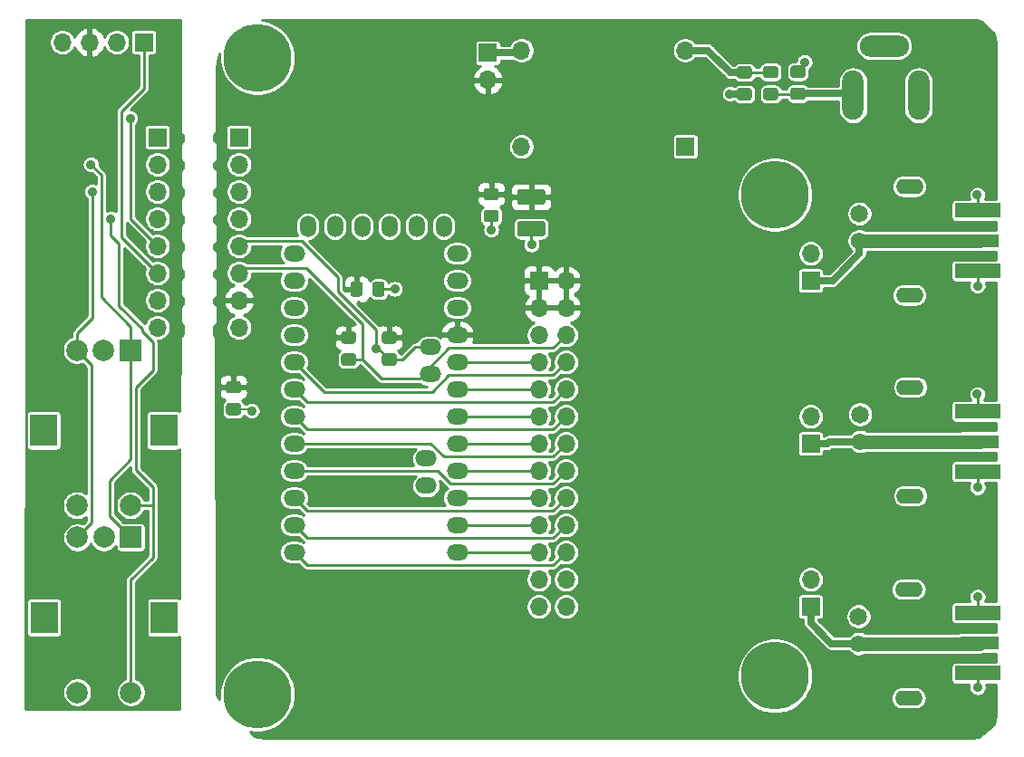
<source format=gbr>
G04 #@! TF.GenerationSoftware,KiCad,Pcbnew,(5.1.10)-1*
G04 #@! TF.CreationDate,2021-10-17T14:46:43-04:00*
G04 #@! TF.ProjectId,ArduinoInABox,41726475-696e-46f4-996e-41426f782e6b,1*
G04 #@! TF.SameCoordinates,Original*
G04 #@! TF.FileFunction,Copper,L1,Top*
G04 #@! TF.FilePolarity,Positive*
%FSLAX46Y46*%
G04 Gerber Fmt 4.6, Leading zero omitted, Abs format (unit mm)*
G04 Created by KiCad (PCBNEW (5.1.10)-1) date 2021-10-17 14:46:43*
%MOMM*%
%LPD*%
G01*
G04 APERTURE LIST*
G04 #@! TA.AperFunction,ComponentPad*
%ADD10O,1.700000X1.700000*%
G04 #@! TD*
G04 #@! TA.AperFunction,ComponentPad*
%ADD11R,1.700000X1.700000*%
G04 #@! TD*
G04 #@! TA.AperFunction,ComponentPad*
%ADD12O,2.000000X1.524000*%
G04 #@! TD*
G04 #@! TA.AperFunction,ComponentPad*
%ADD13O,1.524000X2.000000*%
G04 #@! TD*
G04 #@! TA.AperFunction,ComponentPad*
%ADD14C,2.000000*%
G04 #@! TD*
G04 #@! TA.AperFunction,ComponentPad*
%ADD15R,2.500000X3.000000*%
G04 #@! TD*
G04 #@! TA.AperFunction,ComponentPad*
%ADD16R,2.000000X2.000000*%
G04 #@! TD*
G04 #@! TA.AperFunction,ComponentPad*
%ADD17O,4.600000X2.000000*%
G04 #@! TD*
G04 #@! TA.AperFunction,ComponentPad*
%ADD18O,2.000000X4.600000*%
G04 #@! TD*
G04 #@! TA.AperFunction,ComponentPad*
%ADD19C,6.350000*%
G04 #@! TD*
G04 #@! TA.AperFunction,SMDPad,CuDef*
%ADD20R,4.200000X1.350000*%
G04 #@! TD*
G04 #@! TA.AperFunction,SMDPad,CuDef*
%ADD21R,3.600000X1.270000*%
G04 #@! TD*
G04 #@! TA.AperFunction,ComponentPad*
%ADD22O,2.600000X1.400000*%
G04 #@! TD*
G04 #@! TA.AperFunction,ComponentPad*
%ADD23C,1.651000*%
G04 #@! TD*
G04 #@! TA.AperFunction,ComponentPad*
%ADD24C,1.574800*%
G04 #@! TD*
G04 #@! TA.AperFunction,ViaPad*
%ADD25C,0.889000*%
G04 #@! TD*
G04 #@! TA.AperFunction,Conductor*
%ADD26C,0.254000*%
G04 #@! TD*
G04 #@! TA.AperFunction,Conductor*
%ADD27C,0.152400*%
G04 #@! TD*
G04 #@! TA.AperFunction,Conductor*
%ADD28C,0.635000*%
G04 #@! TD*
G04 #@! TA.AperFunction,Conductor*
%ADD29C,1.270000*%
G04 #@! TD*
G04 #@! TA.AperFunction,Conductor*
%ADD30C,0.150000*%
G04 #@! TD*
G04 APERTURE END LIST*
D10*
X100250000Y-31040000D03*
X102790000Y-31040000D03*
X105330000Y-31040000D03*
D11*
X107870000Y-31040000D03*
G04 #@! TA.AperFunction,SMDPad,CuDef*
G36*
G01*
X166890001Y-36462000D02*
X165989999Y-36462000D01*
G75*
G02*
X165740000Y-36212001I0J249999D01*
G01*
X165740000Y-35561999D01*
G75*
G02*
X165989999Y-35312000I249999J0D01*
G01*
X166890001Y-35312000D01*
G75*
G02*
X167140000Y-35561999I0J-249999D01*
G01*
X167140000Y-36212001D01*
G75*
G02*
X166890001Y-36462000I-249999J0D01*
G01*
G37*
G04 #@! TD.AperFunction*
G04 #@! TA.AperFunction,SMDPad,CuDef*
G36*
G01*
X166890001Y-34412000D02*
X165989999Y-34412000D01*
G75*
G02*
X165740000Y-34162001I0J249999D01*
G01*
X165740000Y-33511999D01*
G75*
G02*
X165989999Y-33262000I249999J0D01*
G01*
X166890001Y-33262000D01*
G75*
G02*
X167140000Y-33511999I0J-249999D01*
G01*
X167140000Y-34162001D01*
G75*
G02*
X166890001Y-34412000I-249999J0D01*
G01*
G37*
G04 #@! TD.AperFunction*
G04 #@! TA.AperFunction,SMDPad,CuDef*
G36*
G01*
X142993000Y-47777000D02*
X145143000Y-47777000D01*
G75*
G02*
X145393000Y-48027000I0J-250000D01*
G01*
X145393000Y-48952000D01*
G75*
G02*
X145143000Y-49202000I-250000J0D01*
G01*
X142993000Y-49202000D01*
G75*
G02*
X142743000Y-48952000I0J250000D01*
G01*
X142743000Y-48027000D01*
G75*
G02*
X142993000Y-47777000I250000J0D01*
G01*
G37*
G04 #@! TD.AperFunction*
G04 #@! TA.AperFunction,SMDPad,CuDef*
G36*
G01*
X142993000Y-44802000D02*
X145143000Y-44802000D01*
G75*
G02*
X145393000Y-45052000I0J-250000D01*
G01*
X145393000Y-45977000D01*
G75*
G02*
X145143000Y-46227000I-250000J0D01*
G01*
X142993000Y-46227000D01*
G75*
G02*
X142743000Y-45977000I0J250000D01*
G01*
X142743000Y-45052000D01*
G75*
G02*
X142993000Y-44802000I250000J0D01*
G01*
G37*
G04 #@! TD.AperFunction*
D10*
X143160000Y-31800000D03*
X158460000Y-31800000D03*
X143160000Y-40800000D03*
D11*
X158460000Y-40800000D03*
G04 #@! TA.AperFunction,SMDPad,CuDef*
G36*
G01*
X130359999Y-60140000D02*
X131260001Y-60140000D01*
G75*
G02*
X131510000Y-60389999I0J-249999D01*
G01*
X131510000Y-61040001D01*
G75*
G02*
X131260001Y-61290000I-249999J0D01*
G01*
X130359999Y-61290000D01*
G75*
G02*
X130110000Y-61040001I0J249999D01*
G01*
X130110000Y-60389999D01*
G75*
G02*
X130359999Y-60140000I249999J0D01*
G01*
G37*
G04 #@! TD.AperFunction*
G04 #@! TA.AperFunction,SMDPad,CuDef*
G36*
G01*
X130359999Y-58090000D02*
X131260001Y-58090000D01*
G75*
G02*
X131510000Y-58339999I0J-249999D01*
G01*
X131510000Y-58990001D01*
G75*
G02*
X131260001Y-59240000I-249999J0D01*
G01*
X130359999Y-59240000D01*
G75*
G02*
X130110000Y-58990001I0J249999D01*
G01*
X130110000Y-58339999D01*
G75*
G02*
X130359999Y-58090000I249999J0D01*
G01*
G37*
G04 #@! TD.AperFunction*
D10*
X116760000Y-57710000D03*
X116760000Y-55170000D03*
X116760000Y-52630000D03*
X116760000Y-50090000D03*
X116760000Y-47550000D03*
X116760000Y-45010000D03*
X116760000Y-42470000D03*
D11*
X116760000Y-39930000D03*
D12*
X134239000Y-72517000D03*
X134239000Y-69977000D03*
X134620000Y-62103000D03*
X134620000Y-59563000D03*
X137160000Y-78740000D03*
X137160000Y-76200000D03*
X137160000Y-73660000D03*
X137160000Y-71120000D03*
X137160000Y-68580000D03*
X137160000Y-66040000D03*
X137160000Y-63500000D03*
X137160000Y-60960000D03*
X137160000Y-58420000D03*
X137160000Y-55880000D03*
X137160000Y-53340000D03*
X137160000Y-50800000D03*
X121920000Y-78740000D03*
X121920000Y-76200000D03*
X121920000Y-73660000D03*
X121920000Y-71120000D03*
X121920000Y-68580000D03*
X121920000Y-66040000D03*
X121920000Y-63500000D03*
X121920000Y-60960000D03*
X121920000Y-58420000D03*
X121920000Y-55880000D03*
X121920000Y-53340000D03*
X121920000Y-50800000D03*
D13*
X135890000Y-48260000D03*
X133350000Y-48260000D03*
X130810000Y-48260000D03*
X128270000Y-48260000D03*
X125730000Y-48260000D03*
X123190000Y-48260000D03*
D14*
X101625400Y-74343600D03*
X106625400Y-74343600D03*
D15*
X98525400Y-67343600D03*
X109725400Y-67343600D03*
D14*
X101625400Y-59843600D03*
X104125400Y-59843600D03*
D16*
X106625400Y-59843600D03*
D10*
X109140000Y-57710000D03*
X109140000Y-55170000D03*
X109140000Y-52630000D03*
X109140000Y-50090000D03*
X109140000Y-47550000D03*
X109140000Y-45010000D03*
X109140000Y-42470000D03*
D11*
X109140000Y-39930000D03*
D17*
X177050000Y-31400000D03*
D18*
X174150000Y-36000000D03*
X180250000Y-36000000D03*
G04 #@! TA.AperFunction,SMDPad,CuDef*
G36*
G01*
X126549999Y-60140000D02*
X127450001Y-60140000D01*
G75*
G02*
X127700000Y-60389999I0J-249999D01*
G01*
X127700000Y-61040001D01*
G75*
G02*
X127450001Y-61290000I-249999J0D01*
G01*
X126549999Y-61290000D01*
G75*
G02*
X126300000Y-61040001I0J249999D01*
G01*
X126300000Y-60389999D01*
G75*
G02*
X126549999Y-60140000I249999J0D01*
G01*
G37*
G04 #@! TD.AperFunction*
G04 #@! TA.AperFunction,SMDPad,CuDef*
G36*
G01*
X126549999Y-58090000D02*
X127450001Y-58090000D01*
G75*
G02*
X127700000Y-58339999I0J-249999D01*
G01*
X127700000Y-58990001D01*
G75*
G02*
X127450001Y-59240000I-249999J0D01*
G01*
X126549999Y-59240000D01*
G75*
G02*
X126300000Y-58990001I0J249999D01*
G01*
X126300000Y-58339999D01*
G75*
G02*
X126549999Y-58090000I249999J0D01*
G01*
G37*
G04 #@! TD.AperFunction*
D16*
X106650800Y-77344200D03*
D14*
X104150800Y-77344200D03*
X101650800Y-77344200D03*
D15*
X109750800Y-84844200D03*
X98550800Y-84844200D03*
D14*
X106650800Y-91844200D03*
X101650800Y-91844200D03*
D19*
X166850000Y-45300000D03*
X118500000Y-92000000D03*
X166850000Y-90300000D03*
X118500000Y-32500000D03*
G04 #@! TA.AperFunction,SMDPad,CuDef*
G36*
G01*
X129224200Y-54583201D02*
X129224200Y-53683199D01*
G75*
G02*
X129474199Y-53433200I249999J0D01*
G01*
X130124201Y-53433200D01*
G75*
G02*
X130374200Y-53683199I0J-249999D01*
G01*
X130374200Y-54583201D01*
G75*
G02*
X130124201Y-54833200I-249999J0D01*
G01*
X129474199Y-54833200D01*
G75*
G02*
X129224200Y-54583201I0J249999D01*
G01*
G37*
G04 #@! TD.AperFunction*
G04 #@! TA.AperFunction,SMDPad,CuDef*
G36*
G01*
X127174200Y-54583201D02*
X127174200Y-53683199D01*
G75*
G02*
X127424199Y-53433200I249999J0D01*
G01*
X128074201Y-53433200D01*
G75*
G02*
X128324200Y-53683199I0J-249999D01*
G01*
X128324200Y-54583201D01*
G75*
G02*
X128074201Y-54833200I-249999J0D01*
G01*
X127424199Y-54833200D01*
G75*
G02*
X127174200Y-54583201I0J249999D01*
G01*
G37*
G04 #@! TD.AperFunction*
G04 #@! TA.AperFunction,SMDPad,CuDef*
G36*
G01*
X115808157Y-64774804D02*
X116708159Y-64774804D01*
G75*
G02*
X116958158Y-65024803I0J-249999D01*
G01*
X116958158Y-65674805D01*
G75*
G02*
X116708159Y-65924804I-249999J0D01*
G01*
X115808157Y-65924804D01*
G75*
G02*
X115558158Y-65674805I0J249999D01*
G01*
X115558158Y-65024803D01*
G75*
G02*
X115808157Y-64774804I249999J0D01*
G01*
G37*
G04 #@! TD.AperFunction*
G04 #@! TA.AperFunction,SMDPad,CuDef*
G36*
G01*
X115808157Y-62724804D02*
X116708159Y-62724804D01*
G75*
G02*
X116958158Y-62974803I0J-249999D01*
G01*
X116958158Y-63624805D01*
G75*
G02*
X116708159Y-63874804I-249999J0D01*
G01*
X115808157Y-63874804D01*
G75*
G02*
X115558158Y-63624805I0J249999D01*
G01*
X115558158Y-62974803D01*
G75*
G02*
X115808157Y-62724804I249999J0D01*
G01*
G37*
G04 #@! TD.AperFunction*
G04 #@! TA.AperFunction,SMDPad,CuDef*
G36*
G01*
X139881999Y-46728000D02*
X140782001Y-46728000D01*
G75*
G02*
X141032000Y-46977999I0J-249999D01*
G01*
X141032000Y-47628001D01*
G75*
G02*
X140782001Y-47878000I-249999J0D01*
G01*
X139881999Y-47878000D01*
G75*
G02*
X139632000Y-47628001I0J249999D01*
G01*
X139632000Y-46977999D01*
G75*
G02*
X139881999Y-46728000I249999J0D01*
G01*
G37*
G04 #@! TD.AperFunction*
G04 #@! TA.AperFunction,SMDPad,CuDef*
G36*
G01*
X139881999Y-44678000D02*
X140782001Y-44678000D01*
G75*
G02*
X141032000Y-44927999I0J-249999D01*
G01*
X141032000Y-45578001D01*
G75*
G02*
X140782001Y-45828000I-249999J0D01*
G01*
X139881999Y-45828000D01*
G75*
G02*
X139632000Y-45578001I0J249999D01*
G01*
X139632000Y-44927999D01*
G75*
G02*
X139881999Y-44678000I249999J0D01*
G01*
G37*
G04 #@! TD.AperFunction*
D10*
X140002000Y-34590000D03*
D11*
X140002000Y-32050000D03*
D20*
X185775600Y-52431200D03*
X185775600Y-46781200D03*
D21*
X185975600Y-49606200D03*
X185975600Y-68376800D03*
D20*
X185775600Y-65551800D03*
X185775600Y-71201800D03*
X185775600Y-90048600D03*
X185775600Y-84398600D03*
D21*
X185975600Y-87223600D03*
G04 #@! TA.AperFunction,SMDPad,CuDef*
G36*
G01*
X169430001Y-36436600D02*
X168529999Y-36436600D01*
G75*
G02*
X168280000Y-36186601I0J249999D01*
G01*
X168280000Y-35536599D01*
G75*
G02*
X168529999Y-35286600I249999J0D01*
G01*
X169430001Y-35286600D01*
G75*
G02*
X169680000Y-35536599I0J-249999D01*
G01*
X169680000Y-36186601D01*
G75*
G02*
X169430001Y-36436600I-249999J0D01*
G01*
G37*
G04 #@! TD.AperFunction*
G04 #@! TA.AperFunction,SMDPad,CuDef*
G36*
G01*
X169430001Y-34386600D02*
X168529999Y-34386600D01*
G75*
G02*
X168280000Y-34136601I0J249999D01*
G01*
X168280000Y-33486599D01*
G75*
G02*
X168529999Y-33236600I249999J0D01*
G01*
X169430001Y-33236600D01*
G75*
G02*
X169680000Y-33486599I0J-249999D01*
G01*
X169680000Y-34136601D01*
G75*
G02*
X169430001Y-34386600I-249999J0D01*
G01*
G37*
G04 #@! TD.AperFunction*
G04 #@! TA.AperFunction,SMDPad,CuDef*
G36*
G01*
X163526199Y-35337400D02*
X164426201Y-35337400D01*
G75*
G02*
X164676200Y-35587399I0J-249999D01*
G01*
X164676200Y-36237401D01*
G75*
G02*
X164426201Y-36487400I-249999J0D01*
G01*
X163526199Y-36487400D01*
G75*
G02*
X163276200Y-36237401I0J249999D01*
G01*
X163276200Y-35587399D01*
G75*
G02*
X163526199Y-35337400I249999J0D01*
G01*
G37*
G04 #@! TD.AperFunction*
G04 #@! TA.AperFunction,SMDPad,CuDef*
G36*
G01*
X163526199Y-33287400D02*
X164426201Y-33287400D01*
G75*
G02*
X164676200Y-33537399I0J-249999D01*
G01*
X164676200Y-34187401D01*
G75*
G02*
X164426201Y-34437400I-249999J0D01*
G01*
X163526199Y-34437400D01*
G75*
G02*
X163276200Y-34187401I0J249999D01*
G01*
X163276200Y-33537399D01*
G75*
G02*
X163526199Y-33287400I249999J0D01*
G01*
G37*
G04 #@! TD.AperFunction*
D22*
X179406600Y-54686200D03*
X179406600Y-44526200D03*
D23*
X174726600Y-47066200D03*
D24*
X174726600Y-49606200D03*
X174802800Y-68376800D03*
D23*
X174802800Y-65836800D03*
D22*
X179482800Y-63296800D03*
X179482800Y-73456800D03*
X179330400Y-92354400D03*
X179330400Y-82194400D03*
D23*
X174650400Y-84734400D03*
D24*
X174650400Y-87274400D03*
D11*
X170180000Y-53340000D03*
D10*
X170180000Y-50800000D03*
X170180000Y-66040000D03*
D11*
X170180000Y-68580000D03*
X170180000Y-83820000D03*
D10*
X170180000Y-81280000D03*
D11*
X144780000Y-53340000D03*
D10*
X147320000Y-53340000D03*
X144780000Y-55880000D03*
X147320000Y-55880000D03*
X144780000Y-58420000D03*
X147320000Y-58420000D03*
X144780000Y-60960000D03*
X147320000Y-60960000D03*
X144780000Y-63500000D03*
X147320000Y-63500000D03*
X144780000Y-66040000D03*
X147320000Y-66040000D03*
X144780000Y-68580000D03*
X147320000Y-68580000D03*
X144780000Y-71120000D03*
X147320000Y-71120000D03*
X144780000Y-73660000D03*
X147320000Y-73660000D03*
X144780000Y-76200000D03*
X147320000Y-76200000D03*
X144780000Y-78740000D03*
X147320000Y-78740000D03*
X144780000Y-81280000D03*
X147320000Y-81280000D03*
X144780000Y-83820000D03*
X147320000Y-83820000D03*
D25*
X131314200Y-54103200D03*
X140332000Y-48564000D03*
X117962158Y-65502804D03*
X144114000Y-49966000D03*
X185750200Y-45313600D03*
X185775600Y-53822600D03*
X185750200Y-63957200D03*
X185775600Y-72669400D03*
X185775600Y-82905600D03*
X185775600Y-91363800D03*
X169615000Y-32906200D03*
X162630000Y-35878000D03*
X106600000Y-38152000D03*
X129540000Y-59690000D03*
X102917000Y-42470000D03*
X103060500Y-45010000D03*
X104809300Y-47550000D03*
X99237800Y-49072800D03*
X99187000Y-51943000D03*
D26*
X129799200Y-54133200D02*
X131284200Y-54133200D01*
X131284200Y-54133200D02*
X131314200Y-54103200D01*
X140332000Y-47303000D02*
X140332000Y-48564000D01*
D27*
X117809158Y-65349804D02*
X117962158Y-65502804D01*
X116258158Y-65349804D02*
X117809158Y-65349804D01*
D26*
X117962158Y-65502804D02*
X117861158Y-65349804D01*
X144068000Y-48489500D02*
X144068000Y-49920000D01*
X144068000Y-49920000D02*
X144114000Y-49966000D01*
X185775600Y-45339000D02*
X185750200Y-45313600D01*
X185775600Y-46781200D02*
X185775600Y-45339000D01*
X185775600Y-52431200D02*
X185775600Y-53822600D01*
X185775600Y-63982600D02*
X185750200Y-63957200D01*
X185775600Y-65551800D02*
X185775600Y-63982600D01*
X185775600Y-71201800D02*
X185775600Y-72669400D01*
X185775600Y-84398600D02*
X185775600Y-82905600D01*
X185775600Y-90048600D02*
X185775600Y-91363800D01*
X168709600Y-33811600D02*
X169615000Y-32906200D01*
X168548200Y-33811600D02*
X168709600Y-33811600D01*
D28*
X163976200Y-35912400D02*
X162664400Y-35912400D01*
X109132200Y-55177800D02*
X109140000Y-55170000D01*
D26*
X116784200Y-52654200D02*
X116760000Y-52630000D01*
X126881990Y-60833010D02*
X127000000Y-60715000D01*
X107870000Y-35386000D02*
X107870000Y-31040000D01*
X105774499Y-37481501D02*
X107870000Y-35386000D01*
X105774499Y-49264499D02*
X105774499Y-37481501D01*
X109140000Y-52630000D02*
X105774499Y-49264499D01*
X127000000Y-60715000D02*
X128279000Y-60715000D01*
X128279000Y-60715000D02*
X130048000Y-62484000D01*
X130048000Y-62484000D02*
X133731000Y-62484000D01*
X117193010Y-52196990D02*
X123062990Y-52196990D01*
X116760000Y-52630000D02*
X117193010Y-52196990D01*
X128279000Y-57413000D02*
X128279000Y-60715000D01*
X123062990Y-52196990D02*
X128279000Y-57413000D01*
X136386459Y-59651001D02*
X146088999Y-59651001D01*
X134620000Y-61417460D02*
X136386459Y-59651001D01*
X146088999Y-59651001D02*
X147320000Y-58420000D01*
X134620000Y-62103000D02*
X134620000Y-61417460D01*
X129785000Y-59690000D02*
X130810000Y-60715000D01*
X129540000Y-59690000D02*
X129785000Y-59690000D01*
X109140000Y-50090000D02*
X106600000Y-47550000D01*
X106600000Y-47550000D02*
X106600000Y-38152000D01*
X130810000Y-60715000D02*
X132071000Y-60715000D01*
X133223000Y-59563000D02*
X134620000Y-59563000D01*
X132071000Y-60715000D02*
X133223000Y-59563000D01*
X122631450Y-49656990D02*
X125984000Y-53009540D01*
X117193010Y-49656990D02*
X122631450Y-49656990D01*
X116760000Y-50090000D02*
X117193010Y-49656990D01*
X125984000Y-53009540D02*
X125984000Y-54356000D01*
X129540000Y-57912000D02*
X129540000Y-59690000D01*
X125984000Y-54356000D02*
X129540000Y-57912000D01*
X166363800Y-33862400D02*
X166389200Y-33837000D01*
X163976200Y-33862400D02*
X166363800Y-33862400D01*
D28*
X163976200Y-33862400D02*
X162662400Y-33862400D01*
X160600000Y-31800000D02*
X162662400Y-33862400D01*
X158460000Y-31800000D02*
X160600000Y-31800000D01*
X143066000Y-32050000D02*
X143160000Y-31956000D01*
X140002000Y-32050000D02*
X143066000Y-32050000D01*
D26*
X137160000Y-60960000D02*
X144780000Y-60960000D01*
X137160000Y-63500000D02*
X144780000Y-63500000D01*
X137160000Y-66040000D02*
X144780000Y-66040000D01*
X137160000Y-68580000D02*
X144780000Y-68580000D01*
X146088999Y-69811001D02*
X147320000Y-68580000D01*
X135927461Y-69811001D02*
X146088999Y-69811001D01*
X134696460Y-68580000D02*
X135927461Y-69811001D01*
X121920000Y-68580000D02*
X134696460Y-68580000D01*
X146088999Y-72351001D02*
X147320000Y-71120000D01*
X136536541Y-72351001D02*
X146088999Y-72351001D01*
X135305540Y-71120000D02*
X136536541Y-72351001D01*
X121920000Y-71120000D02*
X135305540Y-71120000D01*
X146088999Y-74891001D02*
X147320000Y-73660000D01*
X123151001Y-74891001D02*
X146088999Y-74891001D01*
X121920000Y-73660000D02*
X123151001Y-74891001D01*
X146088999Y-77431001D02*
X147320000Y-76200000D01*
X123151001Y-77431001D02*
X146088999Y-77431001D01*
X121920000Y-76200000D02*
X123151001Y-77431001D01*
X146088999Y-79971001D02*
X147320000Y-78740000D01*
X123151001Y-79971001D02*
X146088999Y-79971001D01*
X121920000Y-78740000D02*
X123151001Y-79971001D01*
X106650800Y-77344200D02*
X104648000Y-75341400D01*
X104648000Y-72026800D02*
X106625400Y-70049400D01*
X104648000Y-75341400D02*
X104648000Y-72026800D01*
X106625400Y-70049400D02*
X106625400Y-59843600D01*
X103886000Y-43439000D02*
X102917000Y-42470000D01*
X106625400Y-57628800D02*
X103886000Y-54889400D01*
X103886000Y-54889400D02*
X103886000Y-43439000D01*
X106625400Y-59843600D02*
X106625400Y-57628800D01*
X121920000Y-60960000D02*
X124714000Y-63754000D01*
X146088999Y-62191001D02*
X147320000Y-60960000D01*
X136386459Y-62191001D02*
X146088999Y-62191001D01*
X134823460Y-63754000D02*
X136386459Y-62191001D01*
X124714000Y-63754000D02*
X134823460Y-63754000D01*
X103006401Y-61224601D02*
X101625400Y-59843600D01*
X103006401Y-75988599D02*
X103006401Y-61224601D01*
X101650800Y-77344200D02*
X103006401Y-75988599D01*
X101625400Y-58267600D02*
X101625400Y-59843600D01*
X103098600Y-56794400D02*
X101625400Y-58267600D01*
X103098600Y-45048100D02*
X103098600Y-56794400D01*
X103060500Y-45010000D02*
X103098600Y-45048100D01*
X146088999Y-64731001D02*
X147320000Y-63500000D01*
X123151001Y-64731001D02*
X146088999Y-64731001D01*
X121920000Y-63500000D02*
X123151001Y-64731001D01*
X116786600Y-47523400D02*
X116760000Y-47550000D01*
X106650800Y-91844200D02*
X106650800Y-81309200D01*
X106650800Y-81309200D02*
X108712000Y-79248000D01*
X108633600Y-74343600D02*
X108712000Y-74422000D01*
X106625400Y-74343600D02*
X108633600Y-74343600D01*
X108712000Y-79248000D02*
X108712000Y-74422000D01*
X104809300Y-49114700D02*
X104809300Y-47550000D01*
X108712000Y-74422000D02*
X108712000Y-72644000D01*
X107133410Y-71065410D02*
X107133410Y-63300590D01*
X108712000Y-72644000D02*
X107133410Y-71065410D01*
X107133410Y-63300590D02*
X108712000Y-61722000D01*
X108712000Y-61722000D02*
X108712000Y-59103882D01*
X108712000Y-59103882D02*
X107696000Y-58087882D01*
X107696000Y-58087882D02*
X107696000Y-57810400D01*
X107696000Y-57810400D02*
X105562400Y-55676800D01*
X105562400Y-49867800D02*
X104809300Y-49114700D01*
X105562400Y-55676800D02*
X105562400Y-49867800D01*
X146088999Y-67271001D02*
X147320000Y-66040000D01*
X123151001Y-67271001D02*
X146088999Y-67271001D01*
X121920000Y-66040000D02*
X123151001Y-67271001D01*
X137160000Y-71120000D02*
X144780000Y-71120000D01*
X137160000Y-73660000D02*
X144780000Y-73660000D01*
X137160000Y-76200000D02*
X144780000Y-76200000D01*
X137160000Y-78740000D02*
X144780000Y-78740000D01*
X168522800Y-35887000D02*
X168548200Y-35861600D01*
X166389200Y-35887000D02*
X168522800Y-35887000D01*
D28*
X174011600Y-35861600D02*
X174150000Y-36000000D01*
X168980000Y-35861600D02*
X174011600Y-35861600D01*
D29*
X174650400Y-49682400D02*
X174726600Y-49606200D01*
X174726600Y-49606200D02*
X185975600Y-49606200D01*
D28*
X170180000Y-53340000D02*
X172212000Y-53340000D01*
X174726600Y-50825400D02*
X174726600Y-49606200D01*
X172212000Y-53340000D02*
X174726600Y-50825400D01*
D29*
X174802800Y-68376800D02*
X185975600Y-68376800D01*
D28*
X170180000Y-68580000D02*
X171704000Y-68580000D01*
X171907200Y-68376800D02*
X174802800Y-68376800D01*
X171704000Y-68580000D02*
X171907200Y-68376800D01*
D29*
X185924800Y-87274400D02*
X185975600Y-87223600D01*
X174650400Y-87274400D02*
X185924800Y-87274400D01*
D28*
X174650400Y-87274400D02*
X172110400Y-87274400D01*
X170180000Y-85344000D02*
X170180000Y-83820000D01*
X172110400Y-87274400D02*
X170180000Y-85344000D01*
D26*
X111249001Y-39299221D02*
X111246915Y-39320400D01*
X111255237Y-39404891D01*
X111279882Y-39486134D01*
X111319903Y-39561009D01*
X111373763Y-39626637D01*
X111439391Y-39680497D01*
X111514266Y-39720518D01*
X111545342Y-39729945D01*
X111544976Y-40266228D01*
X111519391Y-40279903D01*
X111453763Y-40333763D01*
X111399903Y-40399391D01*
X111359882Y-40474266D01*
X111335237Y-40555509D01*
X111326915Y-40640000D01*
X111329001Y-40661178D01*
X111329000Y-41888831D01*
X111326915Y-41910000D01*
X111335237Y-41994491D01*
X111359882Y-42075734D01*
X111399903Y-42150609D01*
X111453763Y-42216237D01*
X111519391Y-42270097D01*
X111543601Y-42283037D01*
X111543244Y-42807154D01*
X111519391Y-42819903D01*
X111453763Y-42873763D01*
X111399903Y-42939391D01*
X111359882Y-43014266D01*
X111335237Y-43095509D01*
X111326915Y-43180000D01*
X111329001Y-43201178D01*
X111329000Y-44428831D01*
X111326915Y-44450000D01*
X111335237Y-44534491D01*
X111359882Y-44615734D01*
X111399903Y-44690609D01*
X111453763Y-44756237D01*
X111519391Y-44810097D01*
X111541870Y-44822112D01*
X111541511Y-45348080D01*
X111519391Y-45359903D01*
X111453763Y-45413763D01*
X111399903Y-45479391D01*
X111359882Y-45554266D01*
X111335237Y-45635509D01*
X111326915Y-45720000D01*
X111329001Y-45741178D01*
X111329000Y-46968831D01*
X111326915Y-46990000D01*
X111335237Y-47074491D01*
X111359882Y-47155734D01*
X111399903Y-47230609D01*
X111453763Y-47296237D01*
X111519391Y-47350097D01*
X111540138Y-47361187D01*
X111539778Y-47889006D01*
X111519391Y-47899903D01*
X111453763Y-47953763D01*
X111399903Y-48019391D01*
X111359882Y-48094266D01*
X111335237Y-48175509D01*
X111326915Y-48260000D01*
X111329001Y-48281178D01*
X111329000Y-49508831D01*
X111326915Y-49530000D01*
X111335237Y-49614491D01*
X111359882Y-49695734D01*
X111399903Y-49770609D01*
X111453763Y-49836237D01*
X111519391Y-49890097D01*
X111538407Y-49900261D01*
X111538046Y-50429932D01*
X111519391Y-50439903D01*
X111453763Y-50493763D01*
X111399903Y-50559391D01*
X111359882Y-50634266D01*
X111335237Y-50715509D01*
X111326915Y-50800000D01*
X111329001Y-50821178D01*
X111329000Y-52048831D01*
X111326915Y-52070000D01*
X111335237Y-52154491D01*
X111359882Y-52235734D01*
X111399903Y-52310609D01*
X111453763Y-52376237D01*
X111519391Y-52430097D01*
X111536676Y-52439336D01*
X111536313Y-52970858D01*
X111519391Y-52979903D01*
X111453763Y-53033763D01*
X111399903Y-53099391D01*
X111359882Y-53174266D01*
X111335237Y-53255509D01*
X111326915Y-53340000D01*
X111329001Y-53361178D01*
X111329000Y-54588831D01*
X111326915Y-54610000D01*
X111335237Y-54694491D01*
X111359882Y-54775734D01*
X111399903Y-54850609D01*
X111452211Y-54914346D01*
X111453763Y-54916237D01*
X111519391Y-54970097D01*
X111534944Y-54978410D01*
X111534580Y-55511784D01*
X111519391Y-55519903D01*
X111453763Y-55573763D01*
X111399903Y-55639391D01*
X111359882Y-55714266D01*
X111335237Y-55795509D01*
X111326915Y-55880000D01*
X111329001Y-55901178D01*
X111329000Y-57128831D01*
X111326915Y-57150000D01*
X111335237Y-57234491D01*
X111359882Y-57315734D01*
X111399903Y-57390609D01*
X111435067Y-57433456D01*
X111453763Y-57456237D01*
X111519391Y-57510097D01*
X111533213Y-57517485D01*
X111532631Y-58370990D01*
X111513866Y-58376682D01*
X111438991Y-58416703D01*
X111373363Y-58470563D01*
X111319503Y-58536191D01*
X111279482Y-58611066D01*
X111254837Y-58692309D01*
X111246515Y-58776800D01*
X111248982Y-58801850D01*
X111244077Y-65571220D01*
X111188096Y-65525278D01*
X111121908Y-65489899D01*
X111050089Y-65468113D01*
X110975400Y-65460757D01*
X108475400Y-65460757D01*
X108400711Y-65468113D01*
X108328892Y-65489899D01*
X108262704Y-65525278D01*
X108204689Y-65572889D01*
X108157078Y-65630904D01*
X108121699Y-65697092D01*
X108099913Y-65768911D01*
X108092557Y-65843600D01*
X108092557Y-68843600D01*
X108099913Y-68918289D01*
X108121699Y-68990108D01*
X108157078Y-69056296D01*
X108204689Y-69114311D01*
X108262704Y-69161922D01*
X108328892Y-69197301D01*
X108400711Y-69219087D01*
X108475400Y-69226443D01*
X110975400Y-69226443D01*
X111050089Y-69219087D01*
X111121908Y-69197301D01*
X111188096Y-69161922D01*
X111241507Y-69118090D01*
X111231418Y-83040586D01*
X111213496Y-83025878D01*
X111147308Y-82990499D01*
X111075489Y-82968713D01*
X111000800Y-82961357D01*
X108500800Y-82961357D01*
X108426111Y-82968713D01*
X108354292Y-82990499D01*
X108288104Y-83025878D01*
X108230089Y-83073489D01*
X108182478Y-83131504D01*
X108147099Y-83197692D01*
X108125313Y-83269511D01*
X108117957Y-83344200D01*
X108117957Y-86344200D01*
X108125313Y-86418889D01*
X108147099Y-86490708D01*
X108182478Y-86556896D01*
X108230089Y-86614911D01*
X108288104Y-86662522D01*
X108354292Y-86697901D01*
X108426111Y-86719687D01*
X108500800Y-86727043D01*
X111000800Y-86727043D01*
X111075489Y-86719687D01*
X111147308Y-86697901D01*
X111213496Y-86662522D01*
X111228802Y-86649961D01*
X111223912Y-93397800D01*
X96845767Y-93397800D01*
X96846423Y-91708183D01*
X100269800Y-91708183D01*
X100269800Y-91980217D01*
X100322871Y-92247023D01*
X100426974Y-92498349D01*
X100578107Y-92724536D01*
X100770464Y-92916893D01*
X100996651Y-93068026D01*
X101247977Y-93172129D01*
X101514783Y-93225200D01*
X101786817Y-93225200D01*
X102053623Y-93172129D01*
X102304949Y-93068026D01*
X102531136Y-92916893D01*
X102723493Y-92724536D01*
X102874626Y-92498349D01*
X102978729Y-92247023D01*
X103031800Y-91980217D01*
X103031800Y-91708183D01*
X102978729Y-91441377D01*
X102874626Y-91190051D01*
X102723493Y-90963864D01*
X102531136Y-90771507D01*
X102304949Y-90620374D01*
X102053623Y-90516271D01*
X101786817Y-90463200D01*
X101514783Y-90463200D01*
X101247977Y-90516271D01*
X100996651Y-90620374D01*
X100770464Y-90771507D01*
X100578107Y-90963864D01*
X100426974Y-91190051D01*
X100322871Y-91441377D01*
X100269800Y-91708183D01*
X96846423Y-91708183D01*
X96849675Y-83344200D01*
X96917957Y-83344200D01*
X96917957Y-86344200D01*
X96925313Y-86418889D01*
X96947099Y-86490708D01*
X96982478Y-86556896D01*
X97030089Y-86614911D01*
X97088104Y-86662522D01*
X97154292Y-86697901D01*
X97226111Y-86719687D01*
X97300800Y-86727043D01*
X99800800Y-86727043D01*
X99875489Y-86719687D01*
X99947308Y-86697901D01*
X100013496Y-86662522D01*
X100071511Y-86614911D01*
X100119122Y-86556896D01*
X100154501Y-86490708D01*
X100176287Y-86418889D01*
X100183643Y-86344200D01*
X100183643Y-83344200D01*
X100176287Y-83269511D01*
X100154501Y-83197692D01*
X100119122Y-83131504D01*
X100071511Y-83073489D01*
X100013496Y-83025878D01*
X99947308Y-82990499D01*
X99875489Y-82968713D01*
X99800800Y-82961357D01*
X97300800Y-82961357D01*
X97226111Y-82968713D01*
X97154292Y-82990499D01*
X97088104Y-83025878D01*
X97030089Y-83073489D01*
X96982478Y-83131504D01*
X96947099Y-83197692D01*
X96925313Y-83269511D01*
X96917957Y-83344200D01*
X96849675Y-83344200D01*
X96856480Y-65843600D01*
X96892557Y-65843600D01*
X96892557Y-68843600D01*
X96899913Y-68918289D01*
X96921699Y-68990108D01*
X96957078Y-69056296D01*
X97004689Y-69114311D01*
X97062704Y-69161922D01*
X97128892Y-69197301D01*
X97200711Y-69219087D01*
X97275400Y-69226443D01*
X99775400Y-69226443D01*
X99850089Y-69219087D01*
X99921908Y-69197301D01*
X99988096Y-69161922D01*
X100046111Y-69114311D01*
X100093722Y-69056296D01*
X100129101Y-68990108D01*
X100150887Y-68918289D01*
X100158243Y-68843600D01*
X100158243Y-65843600D01*
X100150887Y-65768911D01*
X100129101Y-65697092D01*
X100093722Y-65630904D01*
X100046111Y-65572889D01*
X99988096Y-65525278D01*
X99921908Y-65489899D01*
X99850089Y-65468113D01*
X99775400Y-65460757D01*
X97275400Y-65460757D01*
X97200711Y-65468113D01*
X97128892Y-65489899D01*
X97062704Y-65525278D01*
X97004689Y-65572889D01*
X96957078Y-65630904D01*
X96921699Y-65697092D01*
X96899913Y-65768911D01*
X96892557Y-65843600D01*
X96856480Y-65843600D01*
X96858865Y-59707583D01*
X100244400Y-59707583D01*
X100244400Y-59979617D01*
X100297471Y-60246423D01*
X100401574Y-60497749D01*
X100552707Y-60723936D01*
X100745064Y-60916293D01*
X100971251Y-61067426D01*
X101222577Y-61171529D01*
X101489383Y-61224600D01*
X101761417Y-61224600D01*
X102028223Y-61171529D01*
X102174371Y-61110992D01*
X102498402Y-61435023D01*
X102498401Y-73266006D01*
X102279549Y-73119774D01*
X102028223Y-73015671D01*
X101761417Y-72962600D01*
X101489383Y-72962600D01*
X101222577Y-73015671D01*
X100971251Y-73119774D01*
X100745064Y-73270907D01*
X100552707Y-73463264D01*
X100401574Y-73689451D01*
X100297471Y-73940777D01*
X100244400Y-74207583D01*
X100244400Y-74479617D01*
X100297471Y-74746423D01*
X100401574Y-74997749D01*
X100552707Y-75223936D01*
X100745064Y-75416293D01*
X100971251Y-75567426D01*
X101222577Y-75671529D01*
X101489383Y-75724600D01*
X101761417Y-75724600D01*
X102028223Y-75671529D01*
X102279549Y-75567426D01*
X102498401Y-75421194D01*
X102498401Y-75778178D01*
X102199771Y-76076808D01*
X102053623Y-76016271D01*
X101786817Y-75963200D01*
X101514783Y-75963200D01*
X101247977Y-76016271D01*
X100996651Y-76120374D01*
X100770464Y-76271507D01*
X100578107Y-76463864D01*
X100426974Y-76690051D01*
X100322871Y-76941377D01*
X100269800Y-77208183D01*
X100269800Y-77480217D01*
X100322871Y-77747023D01*
X100426974Y-77998349D01*
X100578107Y-78224536D01*
X100770464Y-78416893D01*
X100996651Y-78568026D01*
X101247977Y-78672129D01*
X101514783Y-78725200D01*
X101786817Y-78725200D01*
X102053623Y-78672129D01*
X102304949Y-78568026D01*
X102531136Y-78416893D01*
X102723493Y-78224536D01*
X102874626Y-77998349D01*
X102900800Y-77935160D01*
X102926974Y-77998349D01*
X103078107Y-78224536D01*
X103270464Y-78416893D01*
X103496651Y-78568026D01*
X103747977Y-78672129D01*
X104014783Y-78725200D01*
X104286817Y-78725200D01*
X104553623Y-78672129D01*
X104804949Y-78568026D01*
X105031136Y-78416893D01*
X105223493Y-78224536D01*
X105267957Y-78157991D01*
X105267957Y-78344200D01*
X105275313Y-78418889D01*
X105297099Y-78490708D01*
X105332478Y-78556896D01*
X105380089Y-78614911D01*
X105438104Y-78662522D01*
X105504292Y-78697901D01*
X105576111Y-78719687D01*
X105650800Y-78727043D01*
X107650800Y-78727043D01*
X107725489Y-78719687D01*
X107797308Y-78697901D01*
X107863496Y-78662522D01*
X107921511Y-78614911D01*
X107969122Y-78556896D01*
X108004501Y-78490708D01*
X108026287Y-78418889D01*
X108033643Y-78344200D01*
X108033643Y-76344200D01*
X108026287Y-76269511D01*
X108004501Y-76197692D01*
X107969122Y-76131504D01*
X107921511Y-76073489D01*
X107863496Y-76025878D01*
X107797308Y-75990499D01*
X107725489Y-75968713D01*
X107650800Y-75961357D01*
X105986377Y-75961357D01*
X105156000Y-75130980D01*
X105156000Y-72237220D01*
X106625410Y-70767810D01*
X106625410Y-71040466D01*
X106622953Y-71065410D01*
X106625410Y-71090354D01*
X106625410Y-71090356D01*
X106632761Y-71164994D01*
X106661809Y-71260752D01*
X106708981Y-71349005D01*
X106772462Y-71426358D01*
X106791845Y-71442265D01*
X108204001Y-72854422D01*
X108204000Y-73835600D01*
X107909763Y-73835600D01*
X107849226Y-73689451D01*
X107698093Y-73463264D01*
X107505736Y-73270907D01*
X107279549Y-73119774D01*
X107028223Y-73015671D01*
X106761417Y-72962600D01*
X106489383Y-72962600D01*
X106222577Y-73015671D01*
X105971251Y-73119774D01*
X105745064Y-73270907D01*
X105552707Y-73463264D01*
X105401574Y-73689451D01*
X105297471Y-73940777D01*
X105244400Y-74207583D01*
X105244400Y-74479617D01*
X105297471Y-74746423D01*
X105401574Y-74997749D01*
X105552707Y-75223936D01*
X105745064Y-75416293D01*
X105971251Y-75567426D01*
X106222577Y-75671529D01*
X106489383Y-75724600D01*
X106761417Y-75724600D01*
X107028223Y-75671529D01*
X107279549Y-75567426D01*
X107505736Y-75416293D01*
X107698093Y-75223936D01*
X107849226Y-74997749D01*
X107909763Y-74851600D01*
X108204001Y-74851600D01*
X108204000Y-79037579D01*
X106309230Y-80932350D01*
X106289853Y-80948252D01*
X106273951Y-80967629D01*
X106273950Y-80967630D01*
X106226371Y-81025605D01*
X106179200Y-81113857D01*
X106150152Y-81209616D01*
X106140343Y-81309200D01*
X106142801Y-81334154D01*
X106142800Y-90559837D01*
X105996651Y-90620374D01*
X105770464Y-90771507D01*
X105578107Y-90963864D01*
X105426974Y-91190051D01*
X105322871Y-91441377D01*
X105269800Y-91708183D01*
X105269800Y-91980217D01*
X105322871Y-92247023D01*
X105426974Y-92498349D01*
X105578107Y-92724536D01*
X105770464Y-92916893D01*
X105996651Y-93068026D01*
X106247977Y-93172129D01*
X106514783Y-93225200D01*
X106786817Y-93225200D01*
X107053623Y-93172129D01*
X107304949Y-93068026D01*
X107531136Y-92916893D01*
X107723493Y-92724536D01*
X107874626Y-92498349D01*
X107978729Y-92247023D01*
X108031800Y-91980217D01*
X108031800Y-91708183D01*
X107978729Y-91441377D01*
X107874626Y-91190051D01*
X107723493Y-90963864D01*
X107531136Y-90771507D01*
X107304949Y-90620374D01*
X107158800Y-90559837D01*
X107158800Y-81519620D01*
X109053571Y-79624850D01*
X109072948Y-79608948D01*
X109091624Y-79586190D01*
X109136429Y-79531596D01*
X109183600Y-79443344D01*
X109183601Y-79443343D01*
X109212649Y-79347585D01*
X109220000Y-79272947D01*
X109220000Y-79272944D01*
X109222457Y-79248000D01*
X109220000Y-79223056D01*
X109220000Y-74446943D01*
X109222457Y-74421999D01*
X109220000Y-74397053D01*
X109220000Y-72668943D01*
X109222457Y-72643999D01*
X109220000Y-72619053D01*
X109212649Y-72544415D01*
X109183601Y-72448657D01*
X109151044Y-72387747D01*
X109136429Y-72360404D01*
X109088850Y-72302429D01*
X109072948Y-72283052D01*
X109053571Y-72267150D01*
X107641410Y-70854990D01*
X107641410Y-63511010D01*
X109053571Y-62098850D01*
X109072948Y-62082948D01*
X109091624Y-62060190D01*
X109136429Y-62005596D01*
X109183600Y-61917345D01*
X109183601Y-61917342D01*
X109212649Y-61821585D01*
X109220000Y-61746947D01*
X109220000Y-61746945D01*
X109222457Y-61722001D01*
X109220000Y-61697057D01*
X109220000Y-59128826D01*
X109222457Y-59103882D01*
X109213940Y-59017409D01*
X109212649Y-59004297D01*
X109193448Y-58941000D01*
X109261243Y-58941000D01*
X109499069Y-58893693D01*
X109723097Y-58800898D01*
X109924717Y-58666180D01*
X110096180Y-58494717D01*
X110230898Y-58293097D01*
X110323693Y-58069069D01*
X110371000Y-57831243D01*
X110371000Y-57588757D01*
X110323693Y-57350931D01*
X110230898Y-57126903D01*
X110096180Y-56925283D01*
X109924717Y-56753820D01*
X109723097Y-56619102D01*
X109499069Y-56526307D01*
X109261243Y-56479000D01*
X109018757Y-56479000D01*
X108780931Y-56526307D01*
X108556903Y-56619102D01*
X108355283Y-56753820D01*
X108183820Y-56925283D01*
X108049102Y-57126903D01*
X107956307Y-57350931D01*
X107956082Y-57352061D01*
X106070400Y-55466380D01*
X106070400Y-55048757D01*
X107909000Y-55048757D01*
X107909000Y-55291243D01*
X107956307Y-55529069D01*
X108049102Y-55753097D01*
X108183820Y-55954717D01*
X108355283Y-56126180D01*
X108556903Y-56260898D01*
X108780931Y-56353693D01*
X109018757Y-56401000D01*
X109261243Y-56401000D01*
X109499069Y-56353693D01*
X109723097Y-56260898D01*
X109924717Y-56126180D01*
X110096180Y-55954717D01*
X110230898Y-55753097D01*
X110323693Y-55529069D01*
X110371000Y-55291243D01*
X110371000Y-55048757D01*
X110323693Y-54810931D01*
X110230898Y-54586903D01*
X110096180Y-54385283D01*
X109924717Y-54213820D01*
X109723097Y-54079102D01*
X109499069Y-53986307D01*
X109261243Y-53939000D01*
X109018757Y-53939000D01*
X108780931Y-53986307D01*
X108556903Y-54079102D01*
X108355283Y-54213820D01*
X108183820Y-54385283D01*
X108049102Y-54586903D01*
X107956307Y-54810931D01*
X107909000Y-55048757D01*
X106070400Y-55048757D01*
X106070400Y-50278820D01*
X107987413Y-52195834D01*
X107956307Y-52270931D01*
X107909000Y-52508757D01*
X107909000Y-52751243D01*
X107956307Y-52989069D01*
X108049102Y-53213097D01*
X108183820Y-53414717D01*
X108355283Y-53586180D01*
X108556903Y-53720898D01*
X108780931Y-53813693D01*
X109018757Y-53861000D01*
X109261243Y-53861000D01*
X109499069Y-53813693D01*
X109723097Y-53720898D01*
X109924717Y-53586180D01*
X110096180Y-53414717D01*
X110230898Y-53213097D01*
X110323693Y-52989069D01*
X110371000Y-52751243D01*
X110371000Y-52508757D01*
X110323693Y-52270931D01*
X110230898Y-52046903D01*
X110096180Y-51845283D01*
X109924717Y-51673820D01*
X109723097Y-51539102D01*
X109499069Y-51446307D01*
X109261243Y-51399000D01*
X109018757Y-51399000D01*
X108780931Y-51446307D01*
X108705834Y-51477413D01*
X106282499Y-49054079D01*
X106282499Y-47950919D01*
X107987413Y-49655834D01*
X107956307Y-49730931D01*
X107909000Y-49968757D01*
X107909000Y-50211243D01*
X107956307Y-50449069D01*
X108049102Y-50673097D01*
X108183820Y-50874717D01*
X108355283Y-51046180D01*
X108556903Y-51180898D01*
X108780931Y-51273693D01*
X109018757Y-51321000D01*
X109261243Y-51321000D01*
X109499069Y-51273693D01*
X109723097Y-51180898D01*
X109924717Y-51046180D01*
X110096180Y-50874717D01*
X110230898Y-50673097D01*
X110323693Y-50449069D01*
X110371000Y-50211243D01*
X110371000Y-49968757D01*
X110323693Y-49730931D01*
X110230898Y-49506903D01*
X110096180Y-49305283D01*
X109924717Y-49133820D01*
X109723097Y-48999102D01*
X109499069Y-48906307D01*
X109261243Y-48859000D01*
X109018757Y-48859000D01*
X108780931Y-48906307D01*
X108705834Y-48937413D01*
X107197178Y-47428757D01*
X107909000Y-47428757D01*
X107909000Y-47671243D01*
X107956307Y-47909069D01*
X108049102Y-48133097D01*
X108183820Y-48334717D01*
X108355283Y-48506180D01*
X108556903Y-48640898D01*
X108780931Y-48733693D01*
X109018757Y-48781000D01*
X109261243Y-48781000D01*
X109499069Y-48733693D01*
X109723097Y-48640898D01*
X109924717Y-48506180D01*
X110096180Y-48334717D01*
X110230898Y-48133097D01*
X110323693Y-47909069D01*
X110371000Y-47671243D01*
X110371000Y-47428757D01*
X110323693Y-47190931D01*
X110230898Y-46966903D01*
X110096180Y-46765283D01*
X109924717Y-46593820D01*
X109723097Y-46459102D01*
X109499069Y-46366307D01*
X109261243Y-46319000D01*
X109018757Y-46319000D01*
X108780931Y-46366307D01*
X108556903Y-46459102D01*
X108355283Y-46593820D01*
X108183820Y-46765283D01*
X108049102Y-46966903D01*
X107956307Y-47190931D01*
X107909000Y-47428757D01*
X107197178Y-47428757D01*
X107108000Y-47339580D01*
X107108000Y-44888757D01*
X107909000Y-44888757D01*
X107909000Y-45131243D01*
X107956307Y-45369069D01*
X108049102Y-45593097D01*
X108183820Y-45794717D01*
X108355283Y-45966180D01*
X108556903Y-46100898D01*
X108780931Y-46193693D01*
X109018757Y-46241000D01*
X109261243Y-46241000D01*
X109499069Y-46193693D01*
X109723097Y-46100898D01*
X109924717Y-45966180D01*
X110096180Y-45794717D01*
X110230898Y-45593097D01*
X110323693Y-45369069D01*
X110371000Y-45131243D01*
X110371000Y-44888757D01*
X110323693Y-44650931D01*
X110230898Y-44426903D01*
X110096180Y-44225283D01*
X109924717Y-44053820D01*
X109723097Y-43919102D01*
X109499069Y-43826307D01*
X109261243Y-43779000D01*
X109018757Y-43779000D01*
X108780931Y-43826307D01*
X108556903Y-43919102D01*
X108355283Y-44053820D01*
X108183820Y-44225283D01*
X108049102Y-44426903D01*
X107956307Y-44650931D01*
X107909000Y-44888757D01*
X107108000Y-44888757D01*
X107108000Y-42348757D01*
X107909000Y-42348757D01*
X107909000Y-42591243D01*
X107956307Y-42829069D01*
X108049102Y-43053097D01*
X108183820Y-43254717D01*
X108355283Y-43426180D01*
X108556903Y-43560898D01*
X108780931Y-43653693D01*
X109018757Y-43701000D01*
X109261243Y-43701000D01*
X109499069Y-43653693D01*
X109723097Y-43560898D01*
X109924717Y-43426180D01*
X110096180Y-43254717D01*
X110230898Y-43053097D01*
X110323693Y-42829069D01*
X110371000Y-42591243D01*
X110371000Y-42348757D01*
X110323693Y-42110931D01*
X110230898Y-41886903D01*
X110096180Y-41685283D01*
X109924717Y-41513820D01*
X109723097Y-41379102D01*
X109499069Y-41286307D01*
X109261243Y-41239000D01*
X109018757Y-41239000D01*
X108780931Y-41286307D01*
X108556903Y-41379102D01*
X108355283Y-41513820D01*
X108183820Y-41685283D01*
X108049102Y-41886903D01*
X107956307Y-42110931D01*
X107909000Y-42348757D01*
X107108000Y-42348757D01*
X107108000Y-39080000D01*
X107907157Y-39080000D01*
X107907157Y-40780000D01*
X107914513Y-40854689D01*
X107936299Y-40926508D01*
X107971678Y-40992696D01*
X108019289Y-41050711D01*
X108077304Y-41098322D01*
X108143492Y-41133701D01*
X108215311Y-41155487D01*
X108290000Y-41162843D01*
X109990000Y-41162843D01*
X110064689Y-41155487D01*
X110136508Y-41133701D01*
X110202696Y-41098322D01*
X110260711Y-41050711D01*
X110308322Y-40992696D01*
X110343701Y-40926508D01*
X110365487Y-40854689D01*
X110372843Y-40780000D01*
X110372843Y-39080000D01*
X110365487Y-39005311D01*
X110343701Y-38933492D01*
X110308322Y-38867304D01*
X110260711Y-38809289D01*
X110202696Y-38761678D01*
X110136508Y-38726299D01*
X110064689Y-38704513D01*
X109990000Y-38697157D01*
X108290000Y-38697157D01*
X108215311Y-38704513D01*
X108143492Y-38726299D01*
X108077304Y-38761678D01*
X108019289Y-38809289D01*
X107971678Y-38867304D01*
X107936299Y-38933492D01*
X107914513Y-39005311D01*
X107907157Y-39080000D01*
X107108000Y-39080000D01*
X107108000Y-38805385D01*
X107126225Y-38793208D01*
X107241208Y-38678225D01*
X107331548Y-38543021D01*
X107393776Y-38392789D01*
X107425500Y-38233305D01*
X107425500Y-38070695D01*
X107393776Y-37911211D01*
X107331548Y-37760979D01*
X107241208Y-37625775D01*
X107126225Y-37510792D01*
X106991021Y-37420452D01*
X106840789Y-37358224D01*
X106681305Y-37326500D01*
X106647920Y-37326500D01*
X108211571Y-35762850D01*
X108230948Y-35746948D01*
X108249624Y-35724190D01*
X108294429Y-35669596D01*
X108341600Y-35581344D01*
X108341601Y-35581343D01*
X108370649Y-35485585D01*
X108378000Y-35410947D01*
X108378000Y-35410944D01*
X108380457Y-35386000D01*
X108378000Y-35361056D01*
X108378000Y-32272843D01*
X108720000Y-32272843D01*
X108794689Y-32265487D01*
X108866508Y-32243701D01*
X108932696Y-32208322D01*
X108990711Y-32160711D01*
X109038322Y-32102696D01*
X109073701Y-32036508D01*
X109095487Y-31964689D01*
X109102843Y-31890000D01*
X109102843Y-30190000D01*
X109095487Y-30115311D01*
X109073701Y-30043492D01*
X109038322Y-29977304D01*
X108990711Y-29919289D01*
X108932696Y-29871678D01*
X108866508Y-29836299D01*
X108794689Y-29814513D01*
X108720000Y-29807157D01*
X107020000Y-29807157D01*
X106945311Y-29814513D01*
X106873492Y-29836299D01*
X106807304Y-29871678D01*
X106749289Y-29919289D01*
X106701678Y-29977304D01*
X106666299Y-30043492D01*
X106644513Y-30115311D01*
X106637157Y-30190000D01*
X106637157Y-31890000D01*
X106644513Y-31964689D01*
X106666299Y-32036508D01*
X106701678Y-32102696D01*
X106749289Y-32160711D01*
X106807304Y-32208322D01*
X106873492Y-32243701D01*
X106945311Y-32265487D01*
X107020000Y-32272843D01*
X107362001Y-32272843D01*
X107362000Y-35175579D01*
X105432929Y-37104651D01*
X105413552Y-37120553D01*
X105397650Y-37139930D01*
X105397649Y-37139931D01*
X105350070Y-37197906D01*
X105302899Y-37286158D01*
X105273851Y-37381917D01*
X105264042Y-37481501D01*
X105266500Y-37506455D01*
X105266499Y-46862671D01*
X105200321Y-46818452D01*
X105050089Y-46756224D01*
X104890605Y-46724500D01*
X104727995Y-46724500D01*
X104568511Y-46756224D01*
X104418279Y-46818452D01*
X104394000Y-46834675D01*
X104394000Y-43463944D01*
X104396457Y-43439000D01*
X104394000Y-43414053D01*
X104386649Y-43339415D01*
X104357601Y-43243657D01*
X104335093Y-43201548D01*
X104310429Y-43155404D01*
X104262850Y-43097429D01*
X104246948Y-43078052D01*
X104227571Y-43062150D01*
X103738224Y-42572803D01*
X103742500Y-42551305D01*
X103742500Y-42388695D01*
X103710776Y-42229211D01*
X103648548Y-42078979D01*
X103558208Y-41943775D01*
X103443225Y-41828792D01*
X103308021Y-41738452D01*
X103157789Y-41676224D01*
X102998305Y-41644500D01*
X102835695Y-41644500D01*
X102676211Y-41676224D01*
X102525979Y-41738452D01*
X102390775Y-41828792D01*
X102275792Y-41943775D01*
X102185452Y-42078979D01*
X102123224Y-42229211D01*
X102091500Y-42388695D01*
X102091500Y-42551305D01*
X102123224Y-42710789D01*
X102185452Y-42861021D01*
X102275792Y-42996225D01*
X102390775Y-43111208D01*
X102525979Y-43201548D01*
X102676211Y-43263776D01*
X102835695Y-43295500D01*
X102998305Y-43295500D01*
X103019803Y-43291224D01*
X103378001Y-43649422D01*
X103378001Y-44247999D01*
X103301289Y-44216224D01*
X103141805Y-44184500D01*
X102979195Y-44184500D01*
X102819711Y-44216224D01*
X102669479Y-44278452D01*
X102534275Y-44368792D01*
X102419292Y-44483775D01*
X102328952Y-44618979D01*
X102266724Y-44769211D01*
X102235000Y-44928695D01*
X102235000Y-45091305D01*
X102266724Y-45250789D01*
X102328952Y-45401021D01*
X102419292Y-45536225D01*
X102534275Y-45651208D01*
X102590600Y-45688843D01*
X102590601Y-56583978D01*
X101283835Y-57890745D01*
X101264452Y-57906652D01*
X101200971Y-57984005D01*
X101153799Y-58072258D01*
X101124751Y-58168016D01*
X101118171Y-58234829D01*
X101114943Y-58267600D01*
X101117400Y-58292545D01*
X101117400Y-58559237D01*
X100971251Y-58619774D01*
X100745064Y-58770907D01*
X100552707Y-58963264D01*
X100401574Y-59189451D01*
X100297471Y-59440777D01*
X100244400Y-59707583D01*
X96858865Y-59707583D01*
X96870059Y-30918757D01*
X99019000Y-30918757D01*
X99019000Y-31161243D01*
X99066307Y-31399069D01*
X99159102Y-31623097D01*
X99293820Y-31824717D01*
X99465283Y-31996180D01*
X99666903Y-32130898D01*
X99890931Y-32223693D01*
X100128757Y-32271000D01*
X100371243Y-32271000D01*
X100609069Y-32223693D01*
X100833097Y-32130898D01*
X101034717Y-31996180D01*
X101206180Y-31824717D01*
X101340898Y-31623097D01*
X101388228Y-31508832D01*
X101445843Y-31671252D01*
X101594822Y-31921355D01*
X101789731Y-32137588D01*
X102023080Y-32311641D01*
X102285901Y-32436825D01*
X102433110Y-32481476D01*
X102663000Y-32360155D01*
X102663000Y-31167000D01*
X102643000Y-31167000D01*
X102643000Y-30913000D01*
X102663000Y-30913000D01*
X102663000Y-29719845D01*
X102917000Y-29719845D01*
X102917000Y-30913000D01*
X102937000Y-30913000D01*
X102937000Y-31167000D01*
X102917000Y-31167000D01*
X102917000Y-32360155D01*
X103146890Y-32481476D01*
X103294099Y-32436825D01*
X103556920Y-32311641D01*
X103790269Y-32137588D01*
X103985178Y-31921355D01*
X104134157Y-31671252D01*
X104191772Y-31508832D01*
X104239102Y-31623097D01*
X104373820Y-31824717D01*
X104545283Y-31996180D01*
X104746903Y-32130898D01*
X104970931Y-32223693D01*
X105208757Y-32271000D01*
X105451243Y-32271000D01*
X105689069Y-32223693D01*
X105913097Y-32130898D01*
X106114717Y-31996180D01*
X106286180Y-31824717D01*
X106420898Y-31623097D01*
X106513693Y-31399069D01*
X106561000Y-31161243D01*
X106561000Y-30918757D01*
X106513693Y-30680931D01*
X106420898Y-30456903D01*
X106286180Y-30255283D01*
X106114717Y-30083820D01*
X105913097Y-29949102D01*
X105689069Y-29856307D01*
X105451243Y-29809000D01*
X105208757Y-29809000D01*
X104970931Y-29856307D01*
X104746903Y-29949102D01*
X104545283Y-30083820D01*
X104373820Y-30255283D01*
X104239102Y-30456903D01*
X104191772Y-30571168D01*
X104134157Y-30408748D01*
X103985178Y-30158645D01*
X103790269Y-29942412D01*
X103556920Y-29768359D01*
X103294099Y-29643175D01*
X103146890Y-29598524D01*
X102917000Y-29719845D01*
X102663000Y-29719845D01*
X102433110Y-29598524D01*
X102285901Y-29643175D01*
X102023080Y-29768359D01*
X101789731Y-29942412D01*
X101594822Y-30158645D01*
X101445843Y-30408748D01*
X101388228Y-30571168D01*
X101340898Y-30456903D01*
X101206180Y-30255283D01*
X101034717Y-30083820D01*
X100833097Y-29949102D01*
X100609069Y-29856307D01*
X100371243Y-29809000D01*
X100128757Y-29809000D01*
X99890931Y-29856307D01*
X99666903Y-29949102D01*
X99465283Y-30083820D01*
X99293820Y-30255283D01*
X99159102Y-30456903D01*
X99066307Y-30680931D01*
X99019000Y-30918757D01*
X96870059Y-30918757D01*
X96870832Y-28931000D01*
X111249000Y-28931000D01*
X111249001Y-39299221D01*
G04 #@! TA.AperFunction,Conductor*
D30*
G36*
X111249001Y-39299221D02*
G01*
X111246915Y-39320400D01*
X111255237Y-39404891D01*
X111279882Y-39486134D01*
X111319903Y-39561009D01*
X111373763Y-39626637D01*
X111439391Y-39680497D01*
X111514266Y-39720518D01*
X111545342Y-39729945D01*
X111544976Y-40266228D01*
X111519391Y-40279903D01*
X111453763Y-40333763D01*
X111399903Y-40399391D01*
X111359882Y-40474266D01*
X111335237Y-40555509D01*
X111326915Y-40640000D01*
X111329001Y-40661178D01*
X111329000Y-41888831D01*
X111326915Y-41910000D01*
X111335237Y-41994491D01*
X111359882Y-42075734D01*
X111399903Y-42150609D01*
X111453763Y-42216237D01*
X111519391Y-42270097D01*
X111543601Y-42283037D01*
X111543244Y-42807154D01*
X111519391Y-42819903D01*
X111453763Y-42873763D01*
X111399903Y-42939391D01*
X111359882Y-43014266D01*
X111335237Y-43095509D01*
X111326915Y-43180000D01*
X111329001Y-43201178D01*
X111329000Y-44428831D01*
X111326915Y-44450000D01*
X111335237Y-44534491D01*
X111359882Y-44615734D01*
X111399903Y-44690609D01*
X111453763Y-44756237D01*
X111519391Y-44810097D01*
X111541870Y-44822112D01*
X111541511Y-45348080D01*
X111519391Y-45359903D01*
X111453763Y-45413763D01*
X111399903Y-45479391D01*
X111359882Y-45554266D01*
X111335237Y-45635509D01*
X111326915Y-45720000D01*
X111329001Y-45741178D01*
X111329000Y-46968831D01*
X111326915Y-46990000D01*
X111335237Y-47074491D01*
X111359882Y-47155734D01*
X111399903Y-47230609D01*
X111453763Y-47296237D01*
X111519391Y-47350097D01*
X111540138Y-47361187D01*
X111539778Y-47889006D01*
X111519391Y-47899903D01*
X111453763Y-47953763D01*
X111399903Y-48019391D01*
X111359882Y-48094266D01*
X111335237Y-48175509D01*
X111326915Y-48260000D01*
X111329001Y-48281178D01*
X111329000Y-49508831D01*
X111326915Y-49530000D01*
X111335237Y-49614491D01*
X111359882Y-49695734D01*
X111399903Y-49770609D01*
X111453763Y-49836237D01*
X111519391Y-49890097D01*
X111538407Y-49900261D01*
X111538046Y-50429932D01*
X111519391Y-50439903D01*
X111453763Y-50493763D01*
X111399903Y-50559391D01*
X111359882Y-50634266D01*
X111335237Y-50715509D01*
X111326915Y-50800000D01*
X111329001Y-50821178D01*
X111329000Y-52048831D01*
X111326915Y-52070000D01*
X111335237Y-52154491D01*
X111359882Y-52235734D01*
X111399903Y-52310609D01*
X111453763Y-52376237D01*
X111519391Y-52430097D01*
X111536676Y-52439336D01*
X111536313Y-52970858D01*
X111519391Y-52979903D01*
X111453763Y-53033763D01*
X111399903Y-53099391D01*
X111359882Y-53174266D01*
X111335237Y-53255509D01*
X111326915Y-53340000D01*
X111329001Y-53361178D01*
X111329000Y-54588831D01*
X111326915Y-54610000D01*
X111335237Y-54694491D01*
X111359882Y-54775734D01*
X111399903Y-54850609D01*
X111452211Y-54914346D01*
X111453763Y-54916237D01*
X111519391Y-54970097D01*
X111534944Y-54978410D01*
X111534580Y-55511784D01*
X111519391Y-55519903D01*
X111453763Y-55573763D01*
X111399903Y-55639391D01*
X111359882Y-55714266D01*
X111335237Y-55795509D01*
X111326915Y-55880000D01*
X111329001Y-55901178D01*
X111329000Y-57128831D01*
X111326915Y-57150000D01*
X111335237Y-57234491D01*
X111359882Y-57315734D01*
X111399903Y-57390609D01*
X111435067Y-57433456D01*
X111453763Y-57456237D01*
X111519391Y-57510097D01*
X111533213Y-57517485D01*
X111532631Y-58370990D01*
X111513866Y-58376682D01*
X111438991Y-58416703D01*
X111373363Y-58470563D01*
X111319503Y-58536191D01*
X111279482Y-58611066D01*
X111254837Y-58692309D01*
X111246515Y-58776800D01*
X111248982Y-58801850D01*
X111244077Y-65571220D01*
X111188096Y-65525278D01*
X111121908Y-65489899D01*
X111050089Y-65468113D01*
X110975400Y-65460757D01*
X108475400Y-65460757D01*
X108400711Y-65468113D01*
X108328892Y-65489899D01*
X108262704Y-65525278D01*
X108204689Y-65572889D01*
X108157078Y-65630904D01*
X108121699Y-65697092D01*
X108099913Y-65768911D01*
X108092557Y-65843600D01*
X108092557Y-68843600D01*
X108099913Y-68918289D01*
X108121699Y-68990108D01*
X108157078Y-69056296D01*
X108204689Y-69114311D01*
X108262704Y-69161922D01*
X108328892Y-69197301D01*
X108400711Y-69219087D01*
X108475400Y-69226443D01*
X110975400Y-69226443D01*
X111050089Y-69219087D01*
X111121908Y-69197301D01*
X111188096Y-69161922D01*
X111241507Y-69118090D01*
X111231418Y-83040586D01*
X111213496Y-83025878D01*
X111147308Y-82990499D01*
X111075489Y-82968713D01*
X111000800Y-82961357D01*
X108500800Y-82961357D01*
X108426111Y-82968713D01*
X108354292Y-82990499D01*
X108288104Y-83025878D01*
X108230089Y-83073489D01*
X108182478Y-83131504D01*
X108147099Y-83197692D01*
X108125313Y-83269511D01*
X108117957Y-83344200D01*
X108117957Y-86344200D01*
X108125313Y-86418889D01*
X108147099Y-86490708D01*
X108182478Y-86556896D01*
X108230089Y-86614911D01*
X108288104Y-86662522D01*
X108354292Y-86697901D01*
X108426111Y-86719687D01*
X108500800Y-86727043D01*
X111000800Y-86727043D01*
X111075489Y-86719687D01*
X111147308Y-86697901D01*
X111213496Y-86662522D01*
X111228802Y-86649961D01*
X111223912Y-93397800D01*
X96845767Y-93397800D01*
X96846423Y-91708183D01*
X100269800Y-91708183D01*
X100269800Y-91980217D01*
X100322871Y-92247023D01*
X100426974Y-92498349D01*
X100578107Y-92724536D01*
X100770464Y-92916893D01*
X100996651Y-93068026D01*
X101247977Y-93172129D01*
X101514783Y-93225200D01*
X101786817Y-93225200D01*
X102053623Y-93172129D01*
X102304949Y-93068026D01*
X102531136Y-92916893D01*
X102723493Y-92724536D01*
X102874626Y-92498349D01*
X102978729Y-92247023D01*
X103031800Y-91980217D01*
X103031800Y-91708183D01*
X102978729Y-91441377D01*
X102874626Y-91190051D01*
X102723493Y-90963864D01*
X102531136Y-90771507D01*
X102304949Y-90620374D01*
X102053623Y-90516271D01*
X101786817Y-90463200D01*
X101514783Y-90463200D01*
X101247977Y-90516271D01*
X100996651Y-90620374D01*
X100770464Y-90771507D01*
X100578107Y-90963864D01*
X100426974Y-91190051D01*
X100322871Y-91441377D01*
X100269800Y-91708183D01*
X96846423Y-91708183D01*
X96849675Y-83344200D01*
X96917957Y-83344200D01*
X96917957Y-86344200D01*
X96925313Y-86418889D01*
X96947099Y-86490708D01*
X96982478Y-86556896D01*
X97030089Y-86614911D01*
X97088104Y-86662522D01*
X97154292Y-86697901D01*
X97226111Y-86719687D01*
X97300800Y-86727043D01*
X99800800Y-86727043D01*
X99875489Y-86719687D01*
X99947308Y-86697901D01*
X100013496Y-86662522D01*
X100071511Y-86614911D01*
X100119122Y-86556896D01*
X100154501Y-86490708D01*
X100176287Y-86418889D01*
X100183643Y-86344200D01*
X100183643Y-83344200D01*
X100176287Y-83269511D01*
X100154501Y-83197692D01*
X100119122Y-83131504D01*
X100071511Y-83073489D01*
X100013496Y-83025878D01*
X99947308Y-82990499D01*
X99875489Y-82968713D01*
X99800800Y-82961357D01*
X97300800Y-82961357D01*
X97226111Y-82968713D01*
X97154292Y-82990499D01*
X97088104Y-83025878D01*
X97030089Y-83073489D01*
X96982478Y-83131504D01*
X96947099Y-83197692D01*
X96925313Y-83269511D01*
X96917957Y-83344200D01*
X96849675Y-83344200D01*
X96856480Y-65843600D01*
X96892557Y-65843600D01*
X96892557Y-68843600D01*
X96899913Y-68918289D01*
X96921699Y-68990108D01*
X96957078Y-69056296D01*
X97004689Y-69114311D01*
X97062704Y-69161922D01*
X97128892Y-69197301D01*
X97200711Y-69219087D01*
X97275400Y-69226443D01*
X99775400Y-69226443D01*
X99850089Y-69219087D01*
X99921908Y-69197301D01*
X99988096Y-69161922D01*
X100046111Y-69114311D01*
X100093722Y-69056296D01*
X100129101Y-68990108D01*
X100150887Y-68918289D01*
X100158243Y-68843600D01*
X100158243Y-65843600D01*
X100150887Y-65768911D01*
X100129101Y-65697092D01*
X100093722Y-65630904D01*
X100046111Y-65572889D01*
X99988096Y-65525278D01*
X99921908Y-65489899D01*
X99850089Y-65468113D01*
X99775400Y-65460757D01*
X97275400Y-65460757D01*
X97200711Y-65468113D01*
X97128892Y-65489899D01*
X97062704Y-65525278D01*
X97004689Y-65572889D01*
X96957078Y-65630904D01*
X96921699Y-65697092D01*
X96899913Y-65768911D01*
X96892557Y-65843600D01*
X96856480Y-65843600D01*
X96858865Y-59707583D01*
X100244400Y-59707583D01*
X100244400Y-59979617D01*
X100297471Y-60246423D01*
X100401574Y-60497749D01*
X100552707Y-60723936D01*
X100745064Y-60916293D01*
X100971251Y-61067426D01*
X101222577Y-61171529D01*
X101489383Y-61224600D01*
X101761417Y-61224600D01*
X102028223Y-61171529D01*
X102174371Y-61110992D01*
X102498402Y-61435023D01*
X102498401Y-73266006D01*
X102279549Y-73119774D01*
X102028223Y-73015671D01*
X101761417Y-72962600D01*
X101489383Y-72962600D01*
X101222577Y-73015671D01*
X100971251Y-73119774D01*
X100745064Y-73270907D01*
X100552707Y-73463264D01*
X100401574Y-73689451D01*
X100297471Y-73940777D01*
X100244400Y-74207583D01*
X100244400Y-74479617D01*
X100297471Y-74746423D01*
X100401574Y-74997749D01*
X100552707Y-75223936D01*
X100745064Y-75416293D01*
X100971251Y-75567426D01*
X101222577Y-75671529D01*
X101489383Y-75724600D01*
X101761417Y-75724600D01*
X102028223Y-75671529D01*
X102279549Y-75567426D01*
X102498401Y-75421194D01*
X102498401Y-75778178D01*
X102199771Y-76076808D01*
X102053623Y-76016271D01*
X101786817Y-75963200D01*
X101514783Y-75963200D01*
X101247977Y-76016271D01*
X100996651Y-76120374D01*
X100770464Y-76271507D01*
X100578107Y-76463864D01*
X100426974Y-76690051D01*
X100322871Y-76941377D01*
X100269800Y-77208183D01*
X100269800Y-77480217D01*
X100322871Y-77747023D01*
X100426974Y-77998349D01*
X100578107Y-78224536D01*
X100770464Y-78416893D01*
X100996651Y-78568026D01*
X101247977Y-78672129D01*
X101514783Y-78725200D01*
X101786817Y-78725200D01*
X102053623Y-78672129D01*
X102304949Y-78568026D01*
X102531136Y-78416893D01*
X102723493Y-78224536D01*
X102874626Y-77998349D01*
X102900800Y-77935160D01*
X102926974Y-77998349D01*
X103078107Y-78224536D01*
X103270464Y-78416893D01*
X103496651Y-78568026D01*
X103747977Y-78672129D01*
X104014783Y-78725200D01*
X104286817Y-78725200D01*
X104553623Y-78672129D01*
X104804949Y-78568026D01*
X105031136Y-78416893D01*
X105223493Y-78224536D01*
X105267957Y-78157991D01*
X105267957Y-78344200D01*
X105275313Y-78418889D01*
X105297099Y-78490708D01*
X105332478Y-78556896D01*
X105380089Y-78614911D01*
X105438104Y-78662522D01*
X105504292Y-78697901D01*
X105576111Y-78719687D01*
X105650800Y-78727043D01*
X107650800Y-78727043D01*
X107725489Y-78719687D01*
X107797308Y-78697901D01*
X107863496Y-78662522D01*
X107921511Y-78614911D01*
X107969122Y-78556896D01*
X108004501Y-78490708D01*
X108026287Y-78418889D01*
X108033643Y-78344200D01*
X108033643Y-76344200D01*
X108026287Y-76269511D01*
X108004501Y-76197692D01*
X107969122Y-76131504D01*
X107921511Y-76073489D01*
X107863496Y-76025878D01*
X107797308Y-75990499D01*
X107725489Y-75968713D01*
X107650800Y-75961357D01*
X105986377Y-75961357D01*
X105156000Y-75130980D01*
X105156000Y-72237220D01*
X106625410Y-70767810D01*
X106625410Y-71040466D01*
X106622953Y-71065410D01*
X106625410Y-71090354D01*
X106625410Y-71090356D01*
X106632761Y-71164994D01*
X106661809Y-71260752D01*
X106708981Y-71349005D01*
X106772462Y-71426358D01*
X106791845Y-71442265D01*
X108204001Y-72854422D01*
X108204000Y-73835600D01*
X107909763Y-73835600D01*
X107849226Y-73689451D01*
X107698093Y-73463264D01*
X107505736Y-73270907D01*
X107279549Y-73119774D01*
X107028223Y-73015671D01*
X106761417Y-72962600D01*
X106489383Y-72962600D01*
X106222577Y-73015671D01*
X105971251Y-73119774D01*
X105745064Y-73270907D01*
X105552707Y-73463264D01*
X105401574Y-73689451D01*
X105297471Y-73940777D01*
X105244400Y-74207583D01*
X105244400Y-74479617D01*
X105297471Y-74746423D01*
X105401574Y-74997749D01*
X105552707Y-75223936D01*
X105745064Y-75416293D01*
X105971251Y-75567426D01*
X106222577Y-75671529D01*
X106489383Y-75724600D01*
X106761417Y-75724600D01*
X107028223Y-75671529D01*
X107279549Y-75567426D01*
X107505736Y-75416293D01*
X107698093Y-75223936D01*
X107849226Y-74997749D01*
X107909763Y-74851600D01*
X108204001Y-74851600D01*
X108204000Y-79037579D01*
X106309230Y-80932350D01*
X106289853Y-80948252D01*
X106273951Y-80967629D01*
X106273950Y-80967630D01*
X106226371Y-81025605D01*
X106179200Y-81113857D01*
X106150152Y-81209616D01*
X106140343Y-81309200D01*
X106142801Y-81334154D01*
X106142800Y-90559837D01*
X105996651Y-90620374D01*
X105770464Y-90771507D01*
X105578107Y-90963864D01*
X105426974Y-91190051D01*
X105322871Y-91441377D01*
X105269800Y-91708183D01*
X105269800Y-91980217D01*
X105322871Y-92247023D01*
X105426974Y-92498349D01*
X105578107Y-92724536D01*
X105770464Y-92916893D01*
X105996651Y-93068026D01*
X106247977Y-93172129D01*
X106514783Y-93225200D01*
X106786817Y-93225200D01*
X107053623Y-93172129D01*
X107304949Y-93068026D01*
X107531136Y-92916893D01*
X107723493Y-92724536D01*
X107874626Y-92498349D01*
X107978729Y-92247023D01*
X108031800Y-91980217D01*
X108031800Y-91708183D01*
X107978729Y-91441377D01*
X107874626Y-91190051D01*
X107723493Y-90963864D01*
X107531136Y-90771507D01*
X107304949Y-90620374D01*
X107158800Y-90559837D01*
X107158800Y-81519620D01*
X109053571Y-79624850D01*
X109072948Y-79608948D01*
X109091624Y-79586190D01*
X109136429Y-79531596D01*
X109183600Y-79443344D01*
X109183601Y-79443343D01*
X109212649Y-79347585D01*
X109220000Y-79272947D01*
X109220000Y-79272944D01*
X109222457Y-79248000D01*
X109220000Y-79223056D01*
X109220000Y-74446943D01*
X109222457Y-74421999D01*
X109220000Y-74397053D01*
X109220000Y-72668943D01*
X109222457Y-72643999D01*
X109220000Y-72619053D01*
X109212649Y-72544415D01*
X109183601Y-72448657D01*
X109151044Y-72387747D01*
X109136429Y-72360404D01*
X109088850Y-72302429D01*
X109072948Y-72283052D01*
X109053571Y-72267150D01*
X107641410Y-70854990D01*
X107641410Y-63511010D01*
X109053571Y-62098850D01*
X109072948Y-62082948D01*
X109091624Y-62060190D01*
X109136429Y-62005596D01*
X109183600Y-61917345D01*
X109183601Y-61917342D01*
X109212649Y-61821585D01*
X109220000Y-61746947D01*
X109220000Y-61746945D01*
X109222457Y-61722001D01*
X109220000Y-61697057D01*
X109220000Y-59128826D01*
X109222457Y-59103882D01*
X109213940Y-59017409D01*
X109212649Y-59004297D01*
X109193448Y-58941000D01*
X109261243Y-58941000D01*
X109499069Y-58893693D01*
X109723097Y-58800898D01*
X109924717Y-58666180D01*
X110096180Y-58494717D01*
X110230898Y-58293097D01*
X110323693Y-58069069D01*
X110371000Y-57831243D01*
X110371000Y-57588757D01*
X110323693Y-57350931D01*
X110230898Y-57126903D01*
X110096180Y-56925283D01*
X109924717Y-56753820D01*
X109723097Y-56619102D01*
X109499069Y-56526307D01*
X109261243Y-56479000D01*
X109018757Y-56479000D01*
X108780931Y-56526307D01*
X108556903Y-56619102D01*
X108355283Y-56753820D01*
X108183820Y-56925283D01*
X108049102Y-57126903D01*
X107956307Y-57350931D01*
X107956082Y-57352061D01*
X106070400Y-55466380D01*
X106070400Y-55048757D01*
X107909000Y-55048757D01*
X107909000Y-55291243D01*
X107956307Y-55529069D01*
X108049102Y-55753097D01*
X108183820Y-55954717D01*
X108355283Y-56126180D01*
X108556903Y-56260898D01*
X108780931Y-56353693D01*
X109018757Y-56401000D01*
X109261243Y-56401000D01*
X109499069Y-56353693D01*
X109723097Y-56260898D01*
X109924717Y-56126180D01*
X110096180Y-55954717D01*
X110230898Y-55753097D01*
X110323693Y-55529069D01*
X110371000Y-55291243D01*
X110371000Y-55048757D01*
X110323693Y-54810931D01*
X110230898Y-54586903D01*
X110096180Y-54385283D01*
X109924717Y-54213820D01*
X109723097Y-54079102D01*
X109499069Y-53986307D01*
X109261243Y-53939000D01*
X109018757Y-53939000D01*
X108780931Y-53986307D01*
X108556903Y-54079102D01*
X108355283Y-54213820D01*
X108183820Y-54385283D01*
X108049102Y-54586903D01*
X107956307Y-54810931D01*
X107909000Y-55048757D01*
X106070400Y-55048757D01*
X106070400Y-50278820D01*
X107987413Y-52195834D01*
X107956307Y-52270931D01*
X107909000Y-52508757D01*
X107909000Y-52751243D01*
X107956307Y-52989069D01*
X108049102Y-53213097D01*
X108183820Y-53414717D01*
X108355283Y-53586180D01*
X108556903Y-53720898D01*
X108780931Y-53813693D01*
X109018757Y-53861000D01*
X109261243Y-53861000D01*
X109499069Y-53813693D01*
X109723097Y-53720898D01*
X109924717Y-53586180D01*
X110096180Y-53414717D01*
X110230898Y-53213097D01*
X110323693Y-52989069D01*
X110371000Y-52751243D01*
X110371000Y-52508757D01*
X110323693Y-52270931D01*
X110230898Y-52046903D01*
X110096180Y-51845283D01*
X109924717Y-51673820D01*
X109723097Y-51539102D01*
X109499069Y-51446307D01*
X109261243Y-51399000D01*
X109018757Y-51399000D01*
X108780931Y-51446307D01*
X108705834Y-51477413D01*
X106282499Y-49054079D01*
X106282499Y-47950919D01*
X107987413Y-49655834D01*
X107956307Y-49730931D01*
X107909000Y-49968757D01*
X107909000Y-50211243D01*
X107956307Y-50449069D01*
X108049102Y-50673097D01*
X108183820Y-50874717D01*
X108355283Y-51046180D01*
X108556903Y-51180898D01*
X108780931Y-51273693D01*
X109018757Y-51321000D01*
X109261243Y-51321000D01*
X109499069Y-51273693D01*
X109723097Y-51180898D01*
X109924717Y-51046180D01*
X110096180Y-50874717D01*
X110230898Y-50673097D01*
X110323693Y-50449069D01*
X110371000Y-50211243D01*
X110371000Y-49968757D01*
X110323693Y-49730931D01*
X110230898Y-49506903D01*
X110096180Y-49305283D01*
X109924717Y-49133820D01*
X109723097Y-48999102D01*
X109499069Y-48906307D01*
X109261243Y-48859000D01*
X109018757Y-48859000D01*
X108780931Y-48906307D01*
X108705834Y-48937413D01*
X107197178Y-47428757D01*
X107909000Y-47428757D01*
X107909000Y-47671243D01*
X107956307Y-47909069D01*
X108049102Y-48133097D01*
X108183820Y-48334717D01*
X108355283Y-48506180D01*
X108556903Y-48640898D01*
X108780931Y-48733693D01*
X109018757Y-48781000D01*
X109261243Y-48781000D01*
X109499069Y-48733693D01*
X109723097Y-48640898D01*
X109924717Y-48506180D01*
X110096180Y-48334717D01*
X110230898Y-48133097D01*
X110323693Y-47909069D01*
X110371000Y-47671243D01*
X110371000Y-47428757D01*
X110323693Y-47190931D01*
X110230898Y-46966903D01*
X110096180Y-46765283D01*
X109924717Y-46593820D01*
X109723097Y-46459102D01*
X109499069Y-46366307D01*
X109261243Y-46319000D01*
X109018757Y-46319000D01*
X108780931Y-46366307D01*
X108556903Y-46459102D01*
X108355283Y-46593820D01*
X108183820Y-46765283D01*
X108049102Y-46966903D01*
X107956307Y-47190931D01*
X107909000Y-47428757D01*
X107197178Y-47428757D01*
X107108000Y-47339580D01*
X107108000Y-44888757D01*
X107909000Y-44888757D01*
X107909000Y-45131243D01*
X107956307Y-45369069D01*
X108049102Y-45593097D01*
X108183820Y-45794717D01*
X108355283Y-45966180D01*
X108556903Y-46100898D01*
X108780931Y-46193693D01*
X109018757Y-46241000D01*
X109261243Y-46241000D01*
X109499069Y-46193693D01*
X109723097Y-46100898D01*
X109924717Y-45966180D01*
X110096180Y-45794717D01*
X110230898Y-45593097D01*
X110323693Y-45369069D01*
X110371000Y-45131243D01*
X110371000Y-44888757D01*
X110323693Y-44650931D01*
X110230898Y-44426903D01*
X110096180Y-44225283D01*
X109924717Y-44053820D01*
X109723097Y-43919102D01*
X109499069Y-43826307D01*
X109261243Y-43779000D01*
X109018757Y-43779000D01*
X108780931Y-43826307D01*
X108556903Y-43919102D01*
X108355283Y-44053820D01*
X108183820Y-44225283D01*
X108049102Y-44426903D01*
X107956307Y-44650931D01*
X107909000Y-44888757D01*
X107108000Y-44888757D01*
X107108000Y-42348757D01*
X107909000Y-42348757D01*
X107909000Y-42591243D01*
X107956307Y-42829069D01*
X108049102Y-43053097D01*
X108183820Y-43254717D01*
X108355283Y-43426180D01*
X108556903Y-43560898D01*
X108780931Y-43653693D01*
X109018757Y-43701000D01*
X109261243Y-43701000D01*
X109499069Y-43653693D01*
X109723097Y-43560898D01*
X109924717Y-43426180D01*
X110096180Y-43254717D01*
X110230898Y-43053097D01*
X110323693Y-42829069D01*
X110371000Y-42591243D01*
X110371000Y-42348757D01*
X110323693Y-42110931D01*
X110230898Y-41886903D01*
X110096180Y-41685283D01*
X109924717Y-41513820D01*
X109723097Y-41379102D01*
X109499069Y-41286307D01*
X109261243Y-41239000D01*
X109018757Y-41239000D01*
X108780931Y-41286307D01*
X108556903Y-41379102D01*
X108355283Y-41513820D01*
X108183820Y-41685283D01*
X108049102Y-41886903D01*
X107956307Y-42110931D01*
X107909000Y-42348757D01*
X107108000Y-42348757D01*
X107108000Y-39080000D01*
X107907157Y-39080000D01*
X107907157Y-40780000D01*
X107914513Y-40854689D01*
X107936299Y-40926508D01*
X107971678Y-40992696D01*
X108019289Y-41050711D01*
X108077304Y-41098322D01*
X108143492Y-41133701D01*
X108215311Y-41155487D01*
X108290000Y-41162843D01*
X109990000Y-41162843D01*
X110064689Y-41155487D01*
X110136508Y-41133701D01*
X110202696Y-41098322D01*
X110260711Y-41050711D01*
X110308322Y-40992696D01*
X110343701Y-40926508D01*
X110365487Y-40854689D01*
X110372843Y-40780000D01*
X110372843Y-39080000D01*
X110365487Y-39005311D01*
X110343701Y-38933492D01*
X110308322Y-38867304D01*
X110260711Y-38809289D01*
X110202696Y-38761678D01*
X110136508Y-38726299D01*
X110064689Y-38704513D01*
X109990000Y-38697157D01*
X108290000Y-38697157D01*
X108215311Y-38704513D01*
X108143492Y-38726299D01*
X108077304Y-38761678D01*
X108019289Y-38809289D01*
X107971678Y-38867304D01*
X107936299Y-38933492D01*
X107914513Y-39005311D01*
X107907157Y-39080000D01*
X107108000Y-39080000D01*
X107108000Y-38805385D01*
X107126225Y-38793208D01*
X107241208Y-38678225D01*
X107331548Y-38543021D01*
X107393776Y-38392789D01*
X107425500Y-38233305D01*
X107425500Y-38070695D01*
X107393776Y-37911211D01*
X107331548Y-37760979D01*
X107241208Y-37625775D01*
X107126225Y-37510792D01*
X106991021Y-37420452D01*
X106840789Y-37358224D01*
X106681305Y-37326500D01*
X106647920Y-37326500D01*
X108211571Y-35762850D01*
X108230948Y-35746948D01*
X108249624Y-35724190D01*
X108294429Y-35669596D01*
X108341600Y-35581344D01*
X108341601Y-35581343D01*
X108370649Y-35485585D01*
X108378000Y-35410947D01*
X108378000Y-35410944D01*
X108380457Y-35386000D01*
X108378000Y-35361056D01*
X108378000Y-32272843D01*
X108720000Y-32272843D01*
X108794689Y-32265487D01*
X108866508Y-32243701D01*
X108932696Y-32208322D01*
X108990711Y-32160711D01*
X109038322Y-32102696D01*
X109073701Y-32036508D01*
X109095487Y-31964689D01*
X109102843Y-31890000D01*
X109102843Y-30190000D01*
X109095487Y-30115311D01*
X109073701Y-30043492D01*
X109038322Y-29977304D01*
X108990711Y-29919289D01*
X108932696Y-29871678D01*
X108866508Y-29836299D01*
X108794689Y-29814513D01*
X108720000Y-29807157D01*
X107020000Y-29807157D01*
X106945311Y-29814513D01*
X106873492Y-29836299D01*
X106807304Y-29871678D01*
X106749289Y-29919289D01*
X106701678Y-29977304D01*
X106666299Y-30043492D01*
X106644513Y-30115311D01*
X106637157Y-30190000D01*
X106637157Y-31890000D01*
X106644513Y-31964689D01*
X106666299Y-32036508D01*
X106701678Y-32102696D01*
X106749289Y-32160711D01*
X106807304Y-32208322D01*
X106873492Y-32243701D01*
X106945311Y-32265487D01*
X107020000Y-32272843D01*
X107362001Y-32272843D01*
X107362000Y-35175579D01*
X105432929Y-37104651D01*
X105413552Y-37120553D01*
X105397650Y-37139930D01*
X105397649Y-37139931D01*
X105350070Y-37197906D01*
X105302899Y-37286158D01*
X105273851Y-37381917D01*
X105264042Y-37481501D01*
X105266500Y-37506455D01*
X105266499Y-46862671D01*
X105200321Y-46818452D01*
X105050089Y-46756224D01*
X104890605Y-46724500D01*
X104727995Y-46724500D01*
X104568511Y-46756224D01*
X104418279Y-46818452D01*
X104394000Y-46834675D01*
X104394000Y-43463944D01*
X104396457Y-43439000D01*
X104394000Y-43414053D01*
X104386649Y-43339415D01*
X104357601Y-43243657D01*
X104335093Y-43201548D01*
X104310429Y-43155404D01*
X104262850Y-43097429D01*
X104246948Y-43078052D01*
X104227571Y-43062150D01*
X103738224Y-42572803D01*
X103742500Y-42551305D01*
X103742500Y-42388695D01*
X103710776Y-42229211D01*
X103648548Y-42078979D01*
X103558208Y-41943775D01*
X103443225Y-41828792D01*
X103308021Y-41738452D01*
X103157789Y-41676224D01*
X102998305Y-41644500D01*
X102835695Y-41644500D01*
X102676211Y-41676224D01*
X102525979Y-41738452D01*
X102390775Y-41828792D01*
X102275792Y-41943775D01*
X102185452Y-42078979D01*
X102123224Y-42229211D01*
X102091500Y-42388695D01*
X102091500Y-42551305D01*
X102123224Y-42710789D01*
X102185452Y-42861021D01*
X102275792Y-42996225D01*
X102390775Y-43111208D01*
X102525979Y-43201548D01*
X102676211Y-43263776D01*
X102835695Y-43295500D01*
X102998305Y-43295500D01*
X103019803Y-43291224D01*
X103378001Y-43649422D01*
X103378001Y-44247999D01*
X103301289Y-44216224D01*
X103141805Y-44184500D01*
X102979195Y-44184500D01*
X102819711Y-44216224D01*
X102669479Y-44278452D01*
X102534275Y-44368792D01*
X102419292Y-44483775D01*
X102328952Y-44618979D01*
X102266724Y-44769211D01*
X102235000Y-44928695D01*
X102235000Y-45091305D01*
X102266724Y-45250789D01*
X102328952Y-45401021D01*
X102419292Y-45536225D01*
X102534275Y-45651208D01*
X102590600Y-45688843D01*
X102590601Y-56583978D01*
X101283835Y-57890745D01*
X101264452Y-57906652D01*
X101200971Y-57984005D01*
X101153799Y-58072258D01*
X101124751Y-58168016D01*
X101118171Y-58234829D01*
X101114943Y-58267600D01*
X101117400Y-58292545D01*
X101117400Y-58559237D01*
X100971251Y-58619774D01*
X100745064Y-58770907D01*
X100552707Y-58963264D01*
X100401574Y-59189451D01*
X100297471Y-59440777D01*
X100244400Y-59707583D01*
X96858865Y-59707583D01*
X96870059Y-30918757D01*
X99019000Y-30918757D01*
X99019000Y-31161243D01*
X99066307Y-31399069D01*
X99159102Y-31623097D01*
X99293820Y-31824717D01*
X99465283Y-31996180D01*
X99666903Y-32130898D01*
X99890931Y-32223693D01*
X100128757Y-32271000D01*
X100371243Y-32271000D01*
X100609069Y-32223693D01*
X100833097Y-32130898D01*
X101034717Y-31996180D01*
X101206180Y-31824717D01*
X101340898Y-31623097D01*
X101388228Y-31508832D01*
X101445843Y-31671252D01*
X101594822Y-31921355D01*
X101789731Y-32137588D01*
X102023080Y-32311641D01*
X102285901Y-32436825D01*
X102433110Y-32481476D01*
X102663000Y-32360155D01*
X102663000Y-31167000D01*
X102643000Y-31167000D01*
X102643000Y-30913000D01*
X102663000Y-30913000D01*
X102663000Y-29719845D01*
X102917000Y-29719845D01*
X102917000Y-30913000D01*
X102937000Y-30913000D01*
X102937000Y-31167000D01*
X102917000Y-31167000D01*
X102917000Y-32360155D01*
X103146890Y-32481476D01*
X103294099Y-32436825D01*
X103556920Y-32311641D01*
X103790269Y-32137588D01*
X103985178Y-31921355D01*
X104134157Y-31671252D01*
X104191772Y-31508832D01*
X104239102Y-31623097D01*
X104373820Y-31824717D01*
X104545283Y-31996180D01*
X104746903Y-32130898D01*
X104970931Y-32223693D01*
X105208757Y-32271000D01*
X105451243Y-32271000D01*
X105689069Y-32223693D01*
X105913097Y-32130898D01*
X106114717Y-31996180D01*
X106286180Y-31824717D01*
X106420898Y-31623097D01*
X106513693Y-31399069D01*
X106561000Y-31161243D01*
X106561000Y-30918757D01*
X106513693Y-30680931D01*
X106420898Y-30456903D01*
X106286180Y-30255283D01*
X106114717Y-30083820D01*
X105913097Y-29949102D01*
X105689069Y-29856307D01*
X105451243Y-29809000D01*
X105208757Y-29809000D01*
X104970931Y-29856307D01*
X104746903Y-29949102D01*
X104545283Y-30083820D01*
X104373820Y-30255283D01*
X104239102Y-30456903D01*
X104191772Y-30571168D01*
X104134157Y-30408748D01*
X103985178Y-30158645D01*
X103790269Y-29942412D01*
X103556920Y-29768359D01*
X103294099Y-29643175D01*
X103146890Y-29598524D01*
X102917000Y-29719845D01*
X102663000Y-29719845D01*
X102433110Y-29598524D01*
X102285901Y-29643175D01*
X102023080Y-29768359D01*
X101789731Y-29942412D01*
X101594822Y-30158645D01*
X101445843Y-30408748D01*
X101388228Y-30571168D01*
X101340898Y-30456903D01*
X101206180Y-30255283D01*
X101034717Y-30083820D01*
X100833097Y-29949102D01*
X100609069Y-29856307D01*
X100371243Y-29809000D01*
X100128757Y-29809000D01*
X99890931Y-29856307D01*
X99666903Y-29949102D01*
X99465283Y-30083820D01*
X99293820Y-30255283D01*
X99159102Y-30456903D01*
X99066307Y-30680931D01*
X99019000Y-30918757D01*
X96870059Y-30918757D01*
X96870832Y-28931000D01*
X111249000Y-28931000D01*
X111249001Y-39299221D01*
G37*
G04 #@! TD.AperFunction*
D26*
X185749238Y-28973193D02*
X186136511Y-29090117D01*
X187287854Y-30241460D01*
X187403899Y-30616343D01*
X187449001Y-31045456D01*
X187449001Y-45723357D01*
X186469229Y-45723357D01*
X186481748Y-45704621D01*
X186543976Y-45554389D01*
X186575700Y-45394905D01*
X186575700Y-45232295D01*
X186543976Y-45072811D01*
X186481748Y-44922579D01*
X186391408Y-44787375D01*
X186276425Y-44672392D01*
X186141221Y-44582052D01*
X185990989Y-44519824D01*
X185831505Y-44488100D01*
X185668895Y-44488100D01*
X185509411Y-44519824D01*
X185359179Y-44582052D01*
X185223975Y-44672392D01*
X185108992Y-44787375D01*
X185018652Y-44922579D01*
X184956424Y-45072811D01*
X184924700Y-45232295D01*
X184924700Y-45394905D01*
X184956424Y-45554389D01*
X185018652Y-45704621D01*
X185031171Y-45723357D01*
X183675600Y-45723357D01*
X183600911Y-45730713D01*
X183529092Y-45752499D01*
X183462904Y-45787878D01*
X183404889Y-45835489D01*
X183357278Y-45893504D01*
X183321899Y-45959692D01*
X183300113Y-46031511D01*
X183292757Y-46106200D01*
X183292757Y-47456200D01*
X183300113Y-47530889D01*
X183321899Y-47602708D01*
X183357278Y-47668896D01*
X183404889Y-47726911D01*
X183462904Y-47774522D01*
X183529092Y-47809901D01*
X183600911Y-47831687D01*
X183675600Y-47839043D01*
X187449001Y-47839043D01*
X187449001Y-48588357D01*
X184175600Y-48588357D01*
X184156887Y-48590200D01*
X175309112Y-48590200D01*
X175280045Y-48570778D01*
X175067410Y-48482701D01*
X174841677Y-48437800D01*
X174611523Y-48437800D01*
X174385790Y-48482701D01*
X174173155Y-48570778D01*
X173981789Y-48698645D01*
X173819045Y-48861389D01*
X173691178Y-49052755D01*
X173603101Y-49265390D01*
X173558200Y-49491123D01*
X173558200Y-49721277D01*
X173603101Y-49947010D01*
X173691178Y-50159645D01*
X173819045Y-50351011D01*
X173981789Y-50513755D01*
X174022928Y-50541244D01*
X171922673Y-52641500D01*
X171412843Y-52641500D01*
X171412843Y-52490000D01*
X171405487Y-52415311D01*
X171383701Y-52343492D01*
X171348322Y-52277304D01*
X171300711Y-52219289D01*
X171242696Y-52171678D01*
X171176508Y-52136299D01*
X171104689Y-52114513D01*
X171030000Y-52107157D01*
X169330000Y-52107157D01*
X169255311Y-52114513D01*
X169183492Y-52136299D01*
X169117304Y-52171678D01*
X169059289Y-52219289D01*
X169011678Y-52277304D01*
X168976299Y-52343492D01*
X168954513Y-52415311D01*
X168947157Y-52490000D01*
X168947157Y-54190000D01*
X168954513Y-54264689D01*
X168976299Y-54336508D01*
X169011678Y-54402696D01*
X169059289Y-54460711D01*
X169117304Y-54508322D01*
X169183492Y-54543701D01*
X169255311Y-54565487D01*
X169330000Y-54572843D01*
X171030000Y-54572843D01*
X171104689Y-54565487D01*
X171176508Y-54543701D01*
X171242696Y-54508322D01*
X171300711Y-54460711D01*
X171348322Y-54402696D01*
X171383701Y-54336508D01*
X171405487Y-54264689D01*
X171412843Y-54190000D01*
X171412843Y-54038500D01*
X172177702Y-54038500D01*
X172212000Y-54041878D01*
X172246298Y-54038500D01*
X172246309Y-54038500D01*
X172348930Y-54028393D01*
X172480597Y-53988452D01*
X172601943Y-53923591D01*
X172708303Y-53836303D01*
X172730175Y-53809652D01*
X175196262Y-51343566D01*
X175222902Y-51321703D01*
X175244767Y-51295061D01*
X175244773Y-51295055D01*
X175310191Y-51215344D01*
X175375051Y-51093999D01*
X175413960Y-50965734D01*
X175414993Y-50962330D01*
X175425100Y-50859709D01*
X175425100Y-50859699D01*
X175428478Y-50825401D01*
X175425100Y-50791103D01*
X175425100Y-50622200D01*
X184156887Y-50622200D01*
X184175600Y-50624043D01*
X187449001Y-50624043D01*
X187449001Y-51373357D01*
X183675600Y-51373357D01*
X183600911Y-51380713D01*
X183529092Y-51402499D01*
X183462904Y-51437878D01*
X183404889Y-51485489D01*
X183357278Y-51543504D01*
X183321899Y-51609692D01*
X183300113Y-51681511D01*
X183292757Y-51756200D01*
X183292757Y-53106200D01*
X183300113Y-53180889D01*
X183321899Y-53252708D01*
X183357278Y-53318896D01*
X183404889Y-53376911D01*
X183462904Y-53424522D01*
X183529092Y-53459901D01*
X183600911Y-53481687D01*
X183675600Y-53489043D01*
X185020250Y-53489043D01*
X184981824Y-53581811D01*
X184950100Y-53741295D01*
X184950100Y-53903905D01*
X184981824Y-54063389D01*
X185044052Y-54213621D01*
X185134392Y-54348825D01*
X185249375Y-54463808D01*
X185384579Y-54554148D01*
X185534811Y-54616376D01*
X185694295Y-54648100D01*
X185856905Y-54648100D01*
X186016389Y-54616376D01*
X186166621Y-54554148D01*
X186301825Y-54463808D01*
X186416808Y-54348825D01*
X186507148Y-54213621D01*
X186569376Y-54063389D01*
X186601100Y-53903905D01*
X186601100Y-53741295D01*
X186569376Y-53581811D01*
X186530950Y-53489043D01*
X187449001Y-53489043D01*
X187449000Y-64493957D01*
X186380876Y-64493957D01*
X186391408Y-64483425D01*
X186481748Y-64348221D01*
X186543976Y-64197989D01*
X186575700Y-64038505D01*
X186575700Y-63875895D01*
X186543976Y-63716411D01*
X186481748Y-63566179D01*
X186391408Y-63430975D01*
X186276425Y-63315992D01*
X186141221Y-63225652D01*
X185990989Y-63163424D01*
X185831505Y-63131700D01*
X185668895Y-63131700D01*
X185509411Y-63163424D01*
X185359179Y-63225652D01*
X185223975Y-63315992D01*
X185108992Y-63430975D01*
X185018652Y-63566179D01*
X184956424Y-63716411D01*
X184924700Y-63875895D01*
X184924700Y-64038505D01*
X184956424Y-64197989D01*
X185018652Y-64348221D01*
X185108992Y-64483425D01*
X185119524Y-64493957D01*
X183675600Y-64493957D01*
X183600911Y-64501313D01*
X183529092Y-64523099D01*
X183462904Y-64558478D01*
X183404889Y-64606089D01*
X183357278Y-64664104D01*
X183321899Y-64730292D01*
X183300113Y-64802111D01*
X183292757Y-64876800D01*
X183292757Y-66226800D01*
X183300113Y-66301489D01*
X183321899Y-66373308D01*
X183357278Y-66439496D01*
X183404889Y-66497511D01*
X183462904Y-66545122D01*
X183529092Y-66580501D01*
X183600911Y-66602287D01*
X183675600Y-66609643D01*
X187449000Y-66609643D01*
X187449000Y-67358957D01*
X184175600Y-67358957D01*
X184156887Y-67360800D01*
X175385312Y-67360800D01*
X175356245Y-67341378D01*
X175143610Y-67253301D01*
X174917877Y-67208400D01*
X174687723Y-67208400D01*
X174461990Y-67253301D01*
X174249355Y-67341378D01*
X174057989Y-67469245D01*
X173895245Y-67631989D01*
X173864301Y-67678300D01*
X171941497Y-67678300D01*
X171907199Y-67674922D01*
X171872901Y-67678300D01*
X171872891Y-67678300D01*
X171770270Y-67688407D01*
X171638603Y-67728348D01*
X171557593Y-67771649D01*
X171517257Y-67793209D01*
X171437546Y-67858626D01*
X171437543Y-67858629D01*
X171412843Y-67878900D01*
X171412843Y-67730000D01*
X171405487Y-67655311D01*
X171383701Y-67583492D01*
X171348322Y-67517304D01*
X171300711Y-67459289D01*
X171242696Y-67411678D01*
X171176508Y-67376299D01*
X171104689Y-67354513D01*
X171030000Y-67347157D01*
X169330000Y-67347157D01*
X169255311Y-67354513D01*
X169183492Y-67376299D01*
X169117304Y-67411678D01*
X169059289Y-67459289D01*
X169011678Y-67517304D01*
X168976299Y-67583492D01*
X168954513Y-67655311D01*
X168947157Y-67730000D01*
X168947157Y-69430000D01*
X168954513Y-69504689D01*
X168976299Y-69576508D01*
X169011678Y-69642696D01*
X169059289Y-69700711D01*
X169117304Y-69748322D01*
X169183492Y-69783701D01*
X169255311Y-69805487D01*
X169330000Y-69812843D01*
X171030000Y-69812843D01*
X171104689Y-69805487D01*
X171176508Y-69783701D01*
X171242696Y-69748322D01*
X171300711Y-69700711D01*
X171348322Y-69642696D01*
X171383701Y-69576508D01*
X171405487Y-69504689D01*
X171412843Y-69430000D01*
X171412843Y-69278500D01*
X171669702Y-69278500D01*
X171704000Y-69281878D01*
X171738298Y-69278500D01*
X171738309Y-69278500D01*
X171840930Y-69268393D01*
X171972597Y-69228452D01*
X172093943Y-69163591D01*
X172200303Y-69076303D01*
X172201126Y-69075300D01*
X173864301Y-69075300D01*
X173895245Y-69121611D01*
X174057989Y-69284355D01*
X174249355Y-69412222D01*
X174461990Y-69500299D01*
X174687723Y-69545200D01*
X174917877Y-69545200D01*
X175143610Y-69500299D01*
X175356245Y-69412222D01*
X175385312Y-69392800D01*
X184156887Y-69392800D01*
X184175600Y-69394643D01*
X187449000Y-69394643D01*
X187449000Y-70143957D01*
X183675600Y-70143957D01*
X183600911Y-70151313D01*
X183529092Y-70173099D01*
X183462904Y-70208478D01*
X183404889Y-70256089D01*
X183357278Y-70314104D01*
X183321899Y-70380292D01*
X183300113Y-70452111D01*
X183292757Y-70526800D01*
X183292757Y-71876800D01*
X183300113Y-71951489D01*
X183321899Y-72023308D01*
X183357278Y-72089496D01*
X183404889Y-72147511D01*
X183462904Y-72195122D01*
X183529092Y-72230501D01*
X183600911Y-72252287D01*
X183675600Y-72259643D01*
X185056571Y-72259643D01*
X185044052Y-72278379D01*
X184981824Y-72428611D01*
X184950100Y-72588095D01*
X184950100Y-72750705D01*
X184981824Y-72910189D01*
X185044052Y-73060421D01*
X185134392Y-73195625D01*
X185249375Y-73310608D01*
X185384579Y-73400948D01*
X185534811Y-73463176D01*
X185694295Y-73494900D01*
X185856905Y-73494900D01*
X186016389Y-73463176D01*
X186166621Y-73400948D01*
X186301825Y-73310608D01*
X186416808Y-73195625D01*
X186507148Y-73060421D01*
X186569376Y-72910189D01*
X186601100Y-72750705D01*
X186601100Y-72588095D01*
X186569376Y-72428611D01*
X186507148Y-72278379D01*
X186494629Y-72259643D01*
X187449000Y-72259643D01*
X187449000Y-83340757D01*
X186477657Y-83340757D01*
X186507148Y-83296621D01*
X186569376Y-83146389D01*
X186601100Y-82986905D01*
X186601100Y-82824295D01*
X186569376Y-82664811D01*
X186507148Y-82514579D01*
X186416808Y-82379375D01*
X186301825Y-82264392D01*
X186166621Y-82174052D01*
X186016389Y-82111824D01*
X185856905Y-82080100D01*
X185694295Y-82080100D01*
X185534811Y-82111824D01*
X185384579Y-82174052D01*
X185249375Y-82264392D01*
X185134392Y-82379375D01*
X185044052Y-82514579D01*
X184981824Y-82664811D01*
X184950100Y-82824295D01*
X184950100Y-82986905D01*
X184981824Y-83146389D01*
X185044052Y-83296621D01*
X185073543Y-83340757D01*
X183675600Y-83340757D01*
X183600911Y-83348113D01*
X183529092Y-83369899D01*
X183462904Y-83405278D01*
X183404889Y-83452889D01*
X183357278Y-83510904D01*
X183321899Y-83577092D01*
X183300113Y-83648911D01*
X183292757Y-83723600D01*
X183292757Y-85073600D01*
X183300113Y-85148289D01*
X183321899Y-85220108D01*
X183357278Y-85286296D01*
X183404889Y-85344311D01*
X183462904Y-85391922D01*
X183529092Y-85427301D01*
X183600911Y-85449087D01*
X183675600Y-85456443D01*
X187449000Y-85456443D01*
X187449000Y-86205757D01*
X186006789Y-86205757D01*
X185975599Y-86202685D01*
X185944409Y-86205757D01*
X184175600Y-86205757D01*
X184100911Y-86213113D01*
X184029092Y-86234899D01*
X183985126Y-86258400D01*
X175232912Y-86258400D01*
X175203845Y-86238978D01*
X174991210Y-86150901D01*
X174765477Y-86106000D01*
X174535323Y-86106000D01*
X174309590Y-86150901D01*
X174096955Y-86238978D01*
X173905589Y-86366845D01*
X173742845Y-86529589D01*
X173711901Y-86575900D01*
X172399728Y-86575900D01*
X170878500Y-85054673D01*
X170878500Y-85052843D01*
X171030000Y-85052843D01*
X171104689Y-85045487D01*
X171176508Y-85023701D01*
X171242696Y-84988322D01*
X171300711Y-84940711D01*
X171348322Y-84882696D01*
X171383701Y-84816508D01*
X171405487Y-84744689D01*
X171412843Y-84670000D01*
X171412843Y-84615570D01*
X173443900Y-84615570D01*
X173443900Y-84853230D01*
X173490265Y-85086323D01*
X173581213Y-85305892D01*
X173713250Y-85503499D01*
X173881301Y-85671550D01*
X174078908Y-85803587D01*
X174298477Y-85894535D01*
X174531570Y-85940900D01*
X174769230Y-85940900D01*
X175002323Y-85894535D01*
X175221892Y-85803587D01*
X175419499Y-85671550D01*
X175587550Y-85503499D01*
X175719587Y-85305892D01*
X175810535Y-85086323D01*
X175856900Y-84853230D01*
X175856900Y-84615570D01*
X175810535Y-84382477D01*
X175719587Y-84162908D01*
X175587550Y-83965301D01*
X175419499Y-83797250D01*
X175221892Y-83665213D01*
X175002323Y-83574265D01*
X174769230Y-83527900D01*
X174531570Y-83527900D01*
X174298477Y-83574265D01*
X174078908Y-83665213D01*
X173881301Y-83797250D01*
X173713250Y-83965301D01*
X173581213Y-84162908D01*
X173490265Y-84382477D01*
X173443900Y-84615570D01*
X171412843Y-84615570D01*
X171412843Y-82970000D01*
X171405487Y-82895311D01*
X171383701Y-82823492D01*
X171348322Y-82757304D01*
X171300711Y-82699289D01*
X171242696Y-82651678D01*
X171176508Y-82616299D01*
X171104689Y-82594513D01*
X171030000Y-82587157D01*
X169330000Y-82587157D01*
X169255311Y-82594513D01*
X169183492Y-82616299D01*
X169117304Y-82651678D01*
X169059289Y-82699289D01*
X169011678Y-82757304D01*
X168976299Y-82823492D01*
X168954513Y-82895311D01*
X168947157Y-82970000D01*
X168947157Y-84670000D01*
X168954513Y-84744689D01*
X168976299Y-84816508D01*
X169011678Y-84882696D01*
X169059289Y-84940711D01*
X169117304Y-84988322D01*
X169183492Y-85023701D01*
X169255311Y-85045487D01*
X169330000Y-85052843D01*
X169481500Y-85052843D01*
X169481500Y-85309701D01*
X169478122Y-85344000D01*
X169481500Y-85378298D01*
X169481500Y-85378308D01*
X169491607Y-85480929D01*
X169498454Y-85503499D01*
X169531549Y-85612598D01*
X169596409Y-85733943D01*
X169661826Y-85813653D01*
X169661829Y-85813656D01*
X169683697Y-85840302D01*
X169710344Y-85862171D01*
X171592229Y-87744057D01*
X171614097Y-87770703D01*
X171640743Y-87792571D01*
X171640746Y-87792574D01*
X171720456Y-87857991D01*
X171785317Y-87892660D01*
X171841803Y-87922852D01*
X171973470Y-87962793D01*
X172076091Y-87972900D01*
X172076102Y-87972900D01*
X172110400Y-87976278D01*
X172144698Y-87972900D01*
X173711901Y-87972900D01*
X173742845Y-88019211D01*
X173905589Y-88181955D01*
X174096955Y-88309822D01*
X174309590Y-88397899D01*
X174535323Y-88442800D01*
X174765477Y-88442800D01*
X174991210Y-88397899D01*
X175203845Y-88309822D01*
X175232912Y-88290400D01*
X185874898Y-88290400D01*
X185924800Y-88295315D01*
X185974702Y-88290400D01*
X186123971Y-88275698D01*
X186236894Y-88241443D01*
X187449000Y-88241443D01*
X187449000Y-88990757D01*
X183675600Y-88990757D01*
X183600911Y-88998113D01*
X183529092Y-89019899D01*
X183462904Y-89055278D01*
X183404889Y-89102889D01*
X183357278Y-89160904D01*
X183321899Y-89227092D01*
X183300113Y-89298911D01*
X183292757Y-89373600D01*
X183292757Y-90723600D01*
X183300113Y-90798289D01*
X183321899Y-90870108D01*
X183357278Y-90936296D01*
X183404889Y-90994311D01*
X183462904Y-91041922D01*
X183529092Y-91077301D01*
X183600911Y-91099087D01*
X183675600Y-91106443D01*
X184988687Y-91106443D01*
X184981824Y-91123011D01*
X184950100Y-91282495D01*
X184950100Y-91445105D01*
X184981824Y-91604589D01*
X185044052Y-91754821D01*
X185134392Y-91890025D01*
X185249375Y-92005008D01*
X185384579Y-92095348D01*
X185534811Y-92157576D01*
X185694295Y-92189300D01*
X185856905Y-92189300D01*
X186016389Y-92157576D01*
X186166621Y-92095348D01*
X186301825Y-92005008D01*
X186416808Y-91890025D01*
X186507148Y-91754821D01*
X186569376Y-91604589D01*
X186601100Y-91445105D01*
X186601100Y-91282495D01*
X186569376Y-91123011D01*
X186562513Y-91106443D01*
X187449000Y-91106443D01*
X187449000Y-93938921D01*
X187406807Y-94369237D01*
X187287957Y-94762889D01*
X187195329Y-94937098D01*
X185883010Y-95986953D01*
X185763658Y-96023899D01*
X185334554Y-96069000D01*
X119319199Y-96069000D01*
X118477034Y-95993839D01*
X118232604Y-95926971D01*
X117820361Y-95490478D01*
X118149765Y-95556000D01*
X118850235Y-95556000D01*
X119537247Y-95419345D01*
X120184398Y-95151286D01*
X120766818Y-94762126D01*
X121262126Y-94266818D01*
X121651286Y-93684398D01*
X121919345Y-93037247D01*
X122056000Y-92350235D01*
X122056000Y-91649765D01*
X121919345Y-90962753D01*
X121651286Y-90315602D01*
X121406842Y-89949765D01*
X163294000Y-89949765D01*
X163294000Y-90650235D01*
X163430655Y-91337247D01*
X163698714Y-91984398D01*
X164087874Y-92566818D01*
X164583182Y-93062126D01*
X165165602Y-93451286D01*
X165812753Y-93719345D01*
X166499765Y-93856000D01*
X167200235Y-93856000D01*
X167887247Y-93719345D01*
X168534398Y-93451286D01*
X169116818Y-93062126D01*
X169612126Y-92566818D01*
X169754058Y-92354400D01*
X177644170Y-92354400D01*
X177665042Y-92566313D01*
X177726854Y-92770082D01*
X177827233Y-92957877D01*
X177962319Y-93122481D01*
X178126923Y-93257567D01*
X178314718Y-93357946D01*
X178518487Y-93419758D01*
X178677300Y-93435400D01*
X179983500Y-93435400D01*
X180142313Y-93419758D01*
X180346082Y-93357946D01*
X180533877Y-93257567D01*
X180698481Y-93122481D01*
X180833567Y-92957877D01*
X180933946Y-92770082D01*
X180995758Y-92566313D01*
X181016630Y-92354400D01*
X180995758Y-92142487D01*
X180933946Y-91938718D01*
X180833567Y-91750923D01*
X180698481Y-91586319D01*
X180533877Y-91451233D01*
X180346082Y-91350854D01*
X180142313Y-91289042D01*
X179983500Y-91273400D01*
X178677300Y-91273400D01*
X178518487Y-91289042D01*
X178314718Y-91350854D01*
X178126923Y-91451233D01*
X177962319Y-91586319D01*
X177827233Y-91750923D01*
X177726854Y-91938718D01*
X177665042Y-92142487D01*
X177644170Y-92354400D01*
X169754058Y-92354400D01*
X170001286Y-91984398D01*
X170269345Y-91337247D01*
X170406000Y-90650235D01*
X170406000Y-89949765D01*
X170269345Y-89262753D01*
X170001286Y-88615602D01*
X169612126Y-88033182D01*
X169116818Y-87537874D01*
X168534398Y-87148714D01*
X167887247Y-86880655D01*
X167200235Y-86744000D01*
X166499765Y-86744000D01*
X165812753Y-86880655D01*
X165165602Y-87148714D01*
X164583182Y-87537874D01*
X164087874Y-88033182D01*
X163698714Y-88615602D01*
X163430655Y-89262753D01*
X163294000Y-89949765D01*
X121406842Y-89949765D01*
X121262126Y-89733182D01*
X120766818Y-89237874D01*
X120184398Y-88848714D01*
X119537247Y-88580655D01*
X118850235Y-88444000D01*
X118149765Y-88444000D01*
X117462753Y-88580655D01*
X116815602Y-88848714D01*
X116233182Y-89237874D01*
X115737874Y-89733182D01*
X115348714Y-90315602D01*
X115080655Y-90962753D01*
X114944000Y-91649765D01*
X114944000Y-92350235D01*
X114967859Y-92470181D01*
X114731667Y-92220096D01*
X114701771Y-92095568D01*
X114650988Y-91404023D01*
X114645087Y-83698757D01*
X143549000Y-83698757D01*
X143549000Y-83941243D01*
X143596307Y-84179069D01*
X143689102Y-84403097D01*
X143823820Y-84604717D01*
X143995283Y-84776180D01*
X144196903Y-84910898D01*
X144420931Y-85003693D01*
X144658757Y-85051000D01*
X144901243Y-85051000D01*
X145139069Y-85003693D01*
X145363097Y-84910898D01*
X145564717Y-84776180D01*
X145736180Y-84604717D01*
X145870898Y-84403097D01*
X145963693Y-84179069D01*
X146011000Y-83941243D01*
X146011000Y-83698757D01*
X146089000Y-83698757D01*
X146089000Y-83941243D01*
X146136307Y-84179069D01*
X146229102Y-84403097D01*
X146363820Y-84604717D01*
X146535283Y-84776180D01*
X146736903Y-84910898D01*
X146960931Y-85003693D01*
X147198757Y-85051000D01*
X147441243Y-85051000D01*
X147679069Y-85003693D01*
X147903097Y-84910898D01*
X148104717Y-84776180D01*
X148276180Y-84604717D01*
X148410898Y-84403097D01*
X148503693Y-84179069D01*
X148551000Y-83941243D01*
X148551000Y-83698757D01*
X148503693Y-83460931D01*
X148410898Y-83236903D01*
X148276180Y-83035283D01*
X148104717Y-82863820D01*
X147903097Y-82729102D01*
X147679069Y-82636307D01*
X147441243Y-82589000D01*
X147198757Y-82589000D01*
X146960931Y-82636307D01*
X146736903Y-82729102D01*
X146535283Y-82863820D01*
X146363820Y-83035283D01*
X146229102Y-83236903D01*
X146136307Y-83460931D01*
X146089000Y-83698757D01*
X146011000Y-83698757D01*
X145963693Y-83460931D01*
X145870898Y-83236903D01*
X145736180Y-83035283D01*
X145564717Y-82863820D01*
X145363097Y-82729102D01*
X145139069Y-82636307D01*
X144901243Y-82589000D01*
X144658757Y-82589000D01*
X144420931Y-82636307D01*
X144196903Y-82729102D01*
X143995283Y-82863820D01*
X143823820Y-83035283D01*
X143689102Y-83236903D01*
X143596307Y-83460931D01*
X143549000Y-83698757D01*
X114645087Y-83698757D01*
X114629904Y-63874804D01*
X114920086Y-63874804D01*
X114932346Y-63999286D01*
X114968656Y-64118984D01*
X115027621Y-64229298D01*
X115106973Y-64325989D01*
X115203664Y-64405341D01*
X115313978Y-64464306D01*
X115433676Y-64500616D01*
X115451938Y-64502415D01*
X115360670Y-64577316D01*
X115281968Y-64673215D01*
X115223487Y-64782625D01*
X115187475Y-64901342D01*
X115175315Y-65024803D01*
X115175315Y-65674805D01*
X115187475Y-65798266D01*
X115223487Y-65916983D01*
X115281968Y-66026393D01*
X115360670Y-66122292D01*
X115456569Y-66200994D01*
X115565979Y-66259475D01*
X115684696Y-66295487D01*
X115808157Y-66307647D01*
X116708159Y-66307647D01*
X116831620Y-66295487D01*
X116950337Y-66259475D01*
X117059747Y-66200994D01*
X117155646Y-66122292D01*
X117234348Y-66026393D01*
X117272054Y-65955850D01*
X117320950Y-66029029D01*
X117435933Y-66144012D01*
X117571137Y-66234352D01*
X117721369Y-66296580D01*
X117880853Y-66328304D01*
X118043463Y-66328304D01*
X118202947Y-66296580D01*
X118353179Y-66234352D01*
X118488383Y-66144012D01*
X118603366Y-66029029D01*
X118693706Y-65893825D01*
X118755934Y-65743593D01*
X118787658Y-65584109D01*
X118787658Y-65421499D01*
X118755934Y-65262015D01*
X118693706Y-65111783D01*
X118603366Y-64976579D01*
X118488383Y-64861596D01*
X118353179Y-64771256D01*
X118202947Y-64709028D01*
X118043463Y-64677304D01*
X117880853Y-64677304D01*
X117721369Y-64709028D01*
X117571137Y-64771256D01*
X117435933Y-64861596D01*
X117404925Y-64892604D01*
X117326190Y-64892604D01*
X117292829Y-64782625D01*
X117234348Y-64673215D01*
X117155646Y-64577316D01*
X117064378Y-64502415D01*
X117082640Y-64500616D01*
X117202338Y-64464306D01*
X117312652Y-64405341D01*
X117409343Y-64325989D01*
X117488695Y-64229298D01*
X117547660Y-64118984D01*
X117583970Y-63999286D01*
X117596230Y-63874804D01*
X117593158Y-63585554D01*
X117434408Y-63426804D01*
X116385158Y-63426804D01*
X116385158Y-63446804D01*
X116131158Y-63446804D01*
X116131158Y-63426804D01*
X115081908Y-63426804D01*
X114923158Y-63585554D01*
X114920086Y-63874804D01*
X114629904Y-63874804D01*
X114629024Y-62724804D01*
X114920086Y-62724804D01*
X114923158Y-63014054D01*
X115081908Y-63172804D01*
X116131158Y-63172804D01*
X116131158Y-62248554D01*
X116385158Y-62248554D01*
X116385158Y-63172804D01*
X117434408Y-63172804D01*
X117593158Y-63014054D01*
X117596230Y-62724804D01*
X117583970Y-62600322D01*
X117547660Y-62480624D01*
X117488695Y-62370310D01*
X117409343Y-62273619D01*
X117312652Y-62194267D01*
X117202338Y-62135302D01*
X117082640Y-62098992D01*
X116958158Y-62086732D01*
X116543908Y-62089804D01*
X116385158Y-62248554D01*
X116131158Y-62248554D01*
X115972408Y-62089804D01*
X115558158Y-62086732D01*
X115433676Y-62098992D01*
X115313978Y-62135302D01*
X115203664Y-62194267D01*
X115106973Y-62273619D01*
X115027621Y-62370310D01*
X114968656Y-62480624D01*
X114932346Y-62600322D01*
X114920086Y-62724804D01*
X114629024Y-62724804D01*
X114626012Y-58793781D01*
X114627685Y-58776800D01*
X114625986Y-58759553D01*
X114625983Y-58755302D01*
X114619698Y-58691984D01*
X114594990Y-58610760D01*
X114554912Y-58535916D01*
X114501002Y-58470329D01*
X114435333Y-58416519D01*
X114427000Y-58412073D01*
X114427000Y-57561868D01*
X114465734Y-57550118D01*
X114540609Y-57510097D01*
X114606237Y-57456237D01*
X114660097Y-57390609D01*
X114700118Y-57315734D01*
X114724763Y-57234491D01*
X114733085Y-57150000D01*
X114731000Y-57128832D01*
X114731000Y-55901168D01*
X114733085Y-55880000D01*
X114724763Y-55795509D01*
X114700118Y-55714266D01*
X114660097Y-55639391D01*
X114606237Y-55573763D01*
X114549123Y-55526890D01*
X115318524Y-55526890D01*
X115363175Y-55674099D01*
X115488359Y-55936920D01*
X115662412Y-56170269D01*
X115878645Y-56365178D01*
X116128748Y-56514157D01*
X116291168Y-56571772D01*
X116176903Y-56619102D01*
X115975283Y-56753820D01*
X115803820Y-56925283D01*
X115669102Y-57126903D01*
X115576307Y-57350931D01*
X115529000Y-57588757D01*
X115529000Y-57831243D01*
X115576307Y-58069069D01*
X115669102Y-58293097D01*
X115803820Y-58494717D01*
X115975283Y-58666180D01*
X116176903Y-58800898D01*
X116400931Y-58893693D01*
X116638757Y-58941000D01*
X116881243Y-58941000D01*
X117119069Y-58893693D01*
X117343097Y-58800898D01*
X117544717Y-58666180D01*
X117716180Y-58494717D01*
X117766104Y-58420000D01*
X120533470Y-58420000D01*
X120555539Y-58644067D01*
X120620897Y-58859523D01*
X120727032Y-59058089D01*
X120869867Y-59232133D01*
X121043911Y-59374968D01*
X121242477Y-59481103D01*
X121457933Y-59546461D01*
X121625854Y-59563000D01*
X122214146Y-59563000D01*
X122382067Y-59546461D01*
X122597523Y-59481103D01*
X122796089Y-59374968D01*
X122970133Y-59232133D01*
X123112968Y-59058089D01*
X123219103Y-58859523D01*
X123284461Y-58644067D01*
X123306530Y-58420000D01*
X123284461Y-58195933D01*
X123252327Y-58090000D01*
X125661928Y-58090000D01*
X125665000Y-58379250D01*
X125823750Y-58538000D01*
X126873000Y-58538000D01*
X126873000Y-57613750D01*
X126714250Y-57455000D01*
X126300000Y-57451928D01*
X126175518Y-57464188D01*
X126055820Y-57500498D01*
X125945506Y-57559463D01*
X125848815Y-57638815D01*
X125769463Y-57735506D01*
X125710498Y-57845820D01*
X125674188Y-57965518D01*
X125661928Y-58090000D01*
X123252327Y-58090000D01*
X123219103Y-57980477D01*
X123112968Y-57781911D01*
X122970133Y-57607867D01*
X122796089Y-57465032D01*
X122597523Y-57358897D01*
X122382067Y-57293539D01*
X122214146Y-57277000D01*
X121625854Y-57277000D01*
X121457933Y-57293539D01*
X121242477Y-57358897D01*
X121043911Y-57465032D01*
X120869867Y-57607867D01*
X120727032Y-57781911D01*
X120620897Y-57980477D01*
X120555539Y-58195933D01*
X120533470Y-58420000D01*
X117766104Y-58420000D01*
X117850898Y-58293097D01*
X117943693Y-58069069D01*
X117991000Y-57831243D01*
X117991000Y-57588757D01*
X117943693Y-57350931D01*
X117850898Y-57126903D01*
X117716180Y-56925283D01*
X117544717Y-56753820D01*
X117343097Y-56619102D01*
X117228832Y-56571772D01*
X117391252Y-56514157D01*
X117641355Y-56365178D01*
X117857588Y-56170269D01*
X118031641Y-55936920D01*
X118058752Y-55880000D01*
X120533470Y-55880000D01*
X120555539Y-56104067D01*
X120620897Y-56319523D01*
X120727032Y-56518089D01*
X120869867Y-56692133D01*
X121043911Y-56834968D01*
X121242477Y-56941103D01*
X121457933Y-57006461D01*
X121625854Y-57023000D01*
X122214146Y-57023000D01*
X122382067Y-57006461D01*
X122597523Y-56941103D01*
X122796089Y-56834968D01*
X122970133Y-56692133D01*
X123112968Y-56518089D01*
X123219103Y-56319523D01*
X123284461Y-56104067D01*
X123306530Y-55880000D01*
X123284461Y-55655933D01*
X123219103Y-55440477D01*
X123112968Y-55241911D01*
X122970133Y-55067867D01*
X122796089Y-54925032D01*
X122597523Y-54818897D01*
X122382067Y-54753539D01*
X122214146Y-54737000D01*
X121625854Y-54737000D01*
X121457933Y-54753539D01*
X121242477Y-54818897D01*
X121043911Y-54925032D01*
X120869867Y-55067867D01*
X120727032Y-55241911D01*
X120620897Y-55440477D01*
X120555539Y-55655933D01*
X120533470Y-55880000D01*
X118058752Y-55880000D01*
X118156825Y-55674099D01*
X118201476Y-55526890D01*
X118080155Y-55297000D01*
X116887000Y-55297000D01*
X116887000Y-55317000D01*
X116633000Y-55317000D01*
X116633000Y-55297000D01*
X115439845Y-55297000D01*
X115318524Y-55526890D01*
X114549123Y-55526890D01*
X114540609Y-55519903D01*
X114465734Y-55479882D01*
X114427000Y-55468132D01*
X114427000Y-55021868D01*
X114465734Y-55010118D01*
X114540609Y-54970097D01*
X114606237Y-54916237D01*
X114660097Y-54850609D01*
X114680140Y-54813110D01*
X115318524Y-54813110D01*
X115439845Y-55043000D01*
X116633000Y-55043000D01*
X116633000Y-55023000D01*
X116887000Y-55023000D01*
X116887000Y-55043000D01*
X118080155Y-55043000D01*
X118201476Y-54813110D01*
X118156825Y-54665901D01*
X118031641Y-54403080D01*
X117857588Y-54169731D01*
X117641355Y-53974822D01*
X117391252Y-53825843D01*
X117228832Y-53768228D01*
X117343097Y-53720898D01*
X117544717Y-53586180D01*
X117716180Y-53414717D01*
X117850898Y-53213097D01*
X117943693Y-52989069D01*
X117991000Y-52751243D01*
X117991000Y-52704990D01*
X120725386Y-52704990D01*
X120620897Y-52900477D01*
X120555539Y-53115933D01*
X120533470Y-53340000D01*
X120555539Y-53564067D01*
X120620897Y-53779523D01*
X120727032Y-53978089D01*
X120869867Y-54152133D01*
X121043911Y-54294968D01*
X121242477Y-54401103D01*
X121457933Y-54466461D01*
X121625854Y-54483000D01*
X122214146Y-54483000D01*
X122382067Y-54466461D01*
X122597523Y-54401103D01*
X122796089Y-54294968D01*
X122970133Y-54152133D01*
X123112968Y-53978089D01*
X123219103Y-53779523D01*
X123284461Y-53564067D01*
X123306530Y-53340000D01*
X123286750Y-53139170D01*
X127600247Y-57452668D01*
X127285750Y-57455000D01*
X127127000Y-57613750D01*
X127127000Y-58538000D01*
X127147000Y-58538000D01*
X127147000Y-58792000D01*
X127127000Y-58792000D01*
X127127000Y-58812000D01*
X126873000Y-58812000D01*
X126873000Y-58792000D01*
X125823750Y-58792000D01*
X125665000Y-58950750D01*
X125661928Y-59240000D01*
X125674188Y-59364482D01*
X125710498Y-59484180D01*
X125769463Y-59594494D01*
X125848815Y-59691185D01*
X125945506Y-59770537D01*
X126055820Y-59829502D01*
X126175518Y-59865812D01*
X126193780Y-59867611D01*
X126102512Y-59942512D01*
X126023810Y-60038411D01*
X125965329Y-60147821D01*
X125929317Y-60266538D01*
X125917157Y-60389999D01*
X125917157Y-61040001D01*
X125929317Y-61163462D01*
X125965329Y-61282179D01*
X126023810Y-61391589D01*
X126102512Y-61487488D01*
X126198411Y-61566190D01*
X126307821Y-61624671D01*
X126426538Y-61660683D01*
X126549999Y-61672843D01*
X127450001Y-61672843D01*
X127573462Y-61660683D01*
X127692179Y-61624671D01*
X127801589Y-61566190D01*
X127897488Y-61487488D01*
X127976190Y-61391589D01*
X128034671Y-61282179D01*
X128052623Y-61223000D01*
X128068580Y-61223000D01*
X129671145Y-62825565D01*
X129687052Y-62844948D01*
X129764405Y-62908429D01*
X129852657Y-62955601D01*
X129948415Y-62984649D01*
X130023053Y-62992000D01*
X130023056Y-62992000D01*
X130048000Y-62994457D01*
X130072944Y-62992000D01*
X133663529Y-62992000D01*
X133743911Y-63057968D01*
X133942477Y-63164103D01*
X134157933Y-63229461D01*
X134325854Y-63246000D01*
X124924420Y-63246000D01*
X123169933Y-61491513D01*
X123219103Y-61399523D01*
X123284461Y-61184067D01*
X123306530Y-60960000D01*
X123284461Y-60735933D01*
X123219103Y-60520477D01*
X123112968Y-60321911D01*
X122970133Y-60147867D01*
X122796089Y-60005032D01*
X122597523Y-59898897D01*
X122382067Y-59833539D01*
X122214146Y-59817000D01*
X121625854Y-59817000D01*
X121457933Y-59833539D01*
X121242477Y-59898897D01*
X121043911Y-60005032D01*
X120869867Y-60147867D01*
X120727032Y-60321911D01*
X120620897Y-60520477D01*
X120555539Y-60735933D01*
X120533470Y-60960000D01*
X120555539Y-61184067D01*
X120620897Y-61399523D01*
X120727032Y-61598089D01*
X120869867Y-61772133D01*
X121043911Y-61914968D01*
X121242477Y-62021103D01*
X121457933Y-62086461D01*
X121625854Y-62103000D01*
X122214146Y-62103000D01*
X122332885Y-62091305D01*
X122775730Y-62534150D01*
X122597523Y-62438897D01*
X122382067Y-62373539D01*
X122214146Y-62357000D01*
X121625854Y-62357000D01*
X121457933Y-62373539D01*
X121242477Y-62438897D01*
X121043911Y-62545032D01*
X120869867Y-62687867D01*
X120727032Y-62861911D01*
X120620897Y-63060477D01*
X120555539Y-63275933D01*
X120533470Y-63500000D01*
X120555539Y-63724067D01*
X120620897Y-63939523D01*
X120727032Y-64138089D01*
X120869867Y-64312133D01*
X121043911Y-64454968D01*
X121242477Y-64561103D01*
X121457933Y-64626461D01*
X121625854Y-64643000D01*
X122214146Y-64643000D01*
X122332884Y-64631305D01*
X122774151Y-65072572D01*
X122775224Y-65073879D01*
X122597523Y-64978897D01*
X122382067Y-64913539D01*
X122214146Y-64897000D01*
X121625854Y-64897000D01*
X121457933Y-64913539D01*
X121242477Y-64978897D01*
X121043911Y-65085032D01*
X120869867Y-65227867D01*
X120727032Y-65401911D01*
X120620897Y-65600477D01*
X120555539Y-65815933D01*
X120533470Y-66040000D01*
X120555539Y-66264067D01*
X120620897Y-66479523D01*
X120727032Y-66678089D01*
X120869867Y-66852133D01*
X121043911Y-66994968D01*
X121242477Y-67101103D01*
X121457933Y-67166461D01*
X121625854Y-67183000D01*
X122214146Y-67183000D01*
X122332884Y-67171305D01*
X122774151Y-67612572D01*
X122775224Y-67613879D01*
X122597523Y-67518897D01*
X122382067Y-67453539D01*
X122214146Y-67437000D01*
X121625854Y-67437000D01*
X121457933Y-67453539D01*
X121242477Y-67518897D01*
X121043911Y-67625032D01*
X120869867Y-67767867D01*
X120727032Y-67941911D01*
X120620897Y-68140477D01*
X120555539Y-68355933D01*
X120533470Y-68580000D01*
X120555539Y-68804067D01*
X120620897Y-69019523D01*
X120727032Y-69218089D01*
X120869867Y-69392133D01*
X121043911Y-69534968D01*
X121242477Y-69641103D01*
X121457933Y-69706461D01*
X121625854Y-69723000D01*
X122214146Y-69723000D01*
X122382067Y-69706461D01*
X122597523Y-69641103D01*
X122796089Y-69534968D01*
X122970133Y-69392133D01*
X123112968Y-69218089D01*
X123182502Y-69088000D01*
X133282529Y-69088000D01*
X133188867Y-69164867D01*
X133046032Y-69338911D01*
X132939897Y-69537477D01*
X132874539Y-69752933D01*
X132852470Y-69977000D01*
X132874539Y-70201067D01*
X132939897Y-70416523D01*
X133044381Y-70612000D01*
X123182502Y-70612000D01*
X123112968Y-70481911D01*
X122970133Y-70307867D01*
X122796089Y-70165032D01*
X122597523Y-70058897D01*
X122382067Y-69993539D01*
X122214146Y-69977000D01*
X121625854Y-69977000D01*
X121457933Y-69993539D01*
X121242477Y-70058897D01*
X121043911Y-70165032D01*
X120869867Y-70307867D01*
X120727032Y-70481911D01*
X120620897Y-70680477D01*
X120555539Y-70895933D01*
X120533470Y-71120000D01*
X120555539Y-71344067D01*
X120620897Y-71559523D01*
X120727032Y-71758089D01*
X120869867Y-71932133D01*
X121043911Y-72074968D01*
X121242477Y-72181103D01*
X121457933Y-72246461D01*
X121625854Y-72263000D01*
X122214146Y-72263000D01*
X122382067Y-72246461D01*
X122597523Y-72181103D01*
X122796089Y-72074968D01*
X122970133Y-71932133D01*
X123112968Y-71758089D01*
X123182502Y-71628000D01*
X133282529Y-71628000D01*
X133188867Y-71704867D01*
X133046032Y-71878911D01*
X132939897Y-72077477D01*
X132874539Y-72292933D01*
X132852470Y-72517000D01*
X132874539Y-72741067D01*
X132939897Y-72956523D01*
X133046032Y-73155089D01*
X133188867Y-73329133D01*
X133362911Y-73471968D01*
X133561477Y-73578103D01*
X133776933Y-73643461D01*
X133944854Y-73660000D01*
X134533146Y-73660000D01*
X134701067Y-73643461D01*
X134916523Y-73578103D01*
X135115089Y-73471968D01*
X135289133Y-73329133D01*
X135431968Y-73155089D01*
X135538103Y-72956523D01*
X135603461Y-72741067D01*
X135625530Y-72517000D01*
X135603461Y-72292933D01*
X135538103Y-72077477D01*
X135530647Y-72063527D01*
X136159691Y-72692572D01*
X136175593Y-72711949D01*
X136194970Y-72727851D01*
X136225538Y-72752938D01*
X136109867Y-72847867D01*
X135967032Y-73021911D01*
X135860897Y-73220477D01*
X135795539Y-73435933D01*
X135773470Y-73660000D01*
X135795539Y-73884067D01*
X135860897Y-74099523D01*
X135967032Y-74298089D01*
X136036718Y-74383001D01*
X123361422Y-74383001D01*
X123169934Y-74191513D01*
X123219103Y-74099523D01*
X123284461Y-73884067D01*
X123306530Y-73660000D01*
X123284461Y-73435933D01*
X123219103Y-73220477D01*
X123112968Y-73021911D01*
X122970133Y-72847867D01*
X122796089Y-72705032D01*
X122597523Y-72598897D01*
X122382067Y-72533539D01*
X122214146Y-72517000D01*
X121625854Y-72517000D01*
X121457933Y-72533539D01*
X121242477Y-72598897D01*
X121043911Y-72705032D01*
X120869867Y-72847867D01*
X120727032Y-73021911D01*
X120620897Y-73220477D01*
X120555539Y-73435933D01*
X120533470Y-73660000D01*
X120555539Y-73884067D01*
X120620897Y-74099523D01*
X120727032Y-74298089D01*
X120869867Y-74472133D01*
X121043911Y-74614968D01*
X121242477Y-74721103D01*
X121457933Y-74786461D01*
X121625854Y-74803000D01*
X122214146Y-74803000D01*
X122332884Y-74791305D01*
X122774151Y-75232572D01*
X122775224Y-75233879D01*
X122597523Y-75138897D01*
X122382067Y-75073539D01*
X122214146Y-75057000D01*
X121625854Y-75057000D01*
X121457933Y-75073539D01*
X121242477Y-75138897D01*
X121043911Y-75245032D01*
X120869867Y-75387867D01*
X120727032Y-75561911D01*
X120620897Y-75760477D01*
X120555539Y-75975933D01*
X120533470Y-76200000D01*
X120555539Y-76424067D01*
X120620897Y-76639523D01*
X120727032Y-76838089D01*
X120869867Y-77012133D01*
X121043911Y-77154968D01*
X121242477Y-77261103D01*
X121457933Y-77326461D01*
X121625854Y-77343000D01*
X122214146Y-77343000D01*
X122332884Y-77331305D01*
X122774151Y-77772572D01*
X122775224Y-77773879D01*
X122597523Y-77678897D01*
X122382067Y-77613539D01*
X122214146Y-77597000D01*
X121625854Y-77597000D01*
X121457933Y-77613539D01*
X121242477Y-77678897D01*
X121043911Y-77785032D01*
X120869867Y-77927867D01*
X120727032Y-78101911D01*
X120620897Y-78300477D01*
X120555539Y-78515933D01*
X120533470Y-78740000D01*
X120555539Y-78964067D01*
X120620897Y-79179523D01*
X120727032Y-79378089D01*
X120869867Y-79552133D01*
X121043911Y-79694968D01*
X121242477Y-79801103D01*
X121457933Y-79866461D01*
X121625854Y-79883000D01*
X122214146Y-79883000D01*
X122332884Y-79871305D01*
X122774151Y-80312572D01*
X122790053Y-80331949D01*
X122809430Y-80347851D01*
X122867405Y-80395430D01*
X122955656Y-80442601D01*
X122955658Y-80442602D01*
X123051416Y-80471650D01*
X123126054Y-80479001D01*
X123126056Y-80479001D01*
X123151000Y-80481458D01*
X123175944Y-80479001D01*
X143840102Y-80479001D01*
X143823820Y-80495283D01*
X143689102Y-80696903D01*
X143596307Y-80920931D01*
X143549000Y-81158757D01*
X143549000Y-81401243D01*
X143596307Y-81639069D01*
X143689102Y-81863097D01*
X143823820Y-82064717D01*
X143995283Y-82236180D01*
X144196903Y-82370898D01*
X144420931Y-82463693D01*
X144658757Y-82511000D01*
X144901243Y-82511000D01*
X145139069Y-82463693D01*
X145363097Y-82370898D01*
X145564717Y-82236180D01*
X145736180Y-82064717D01*
X145870898Y-81863097D01*
X145963693Y-81639069D01*
X146011000Y-81401243D01*
X146011000Y-81158757D01*
X146089000Y-81158757D01*
X146089000Y-81401243D01*
X146136307Y-81639069D01*
X146229102Y-81863097D01*
X146363820Y-82064717D01*
X146535283Y-82236180D01*
X146736903Y-82370898D01*
X146960931Y-82463693D01*
X147198757Y-82511000D01*
X147441243Y-82511000D01*
X147679069Y-82463693D01*
X147903097Y-82370898D01*
X148104717Y-82236180D01*
X148276180Y-82064717D01*
X148410898Y-81863097D01*
X148503693Y-81639069D01*
X148551000Y-81401243D01*
X148551000Y-81158757D01*
X168949000Y-81158757D01*
X168949000Y-81401243D01*
X168996307Y-81639069D01*
X169089102Y-81863097D01*
X169223820Y-82064717D01*
X169395283Y-82236180D01*
X169596903Y-82370898D01*
X169820931Y-82463693D01*
X170058757Y-82511000D01*
X170301243Y-82511000D01*
X170539069Y-82463693D01*
X170763097Y-82370898D01*
X170964717Y-82236180D01*
X171006497Y-82194400D01*
X177644170Y-82194400D01*
X177665042Y-82406313D01*
X177726854Y-82610082D01*
X177827233Y-82797877D01*
X177962319Y-82962481D01*
X178126923Y-83097567D01*
X178314718Y-83197946D01*
X178518487Y-83259758D01*
X178677300Y-83275400D01*
X179983500Y-83275400D01*
X180142313Y-83259758D01*
X180346082Y-83197946D01*
X180533877Y-83097567D01*
X180698481Y-82962481D01*
X180833567Y-82797877D01*
X180933946Y-82610082D01*
X180995758Y-82406313D01*
X181016630Y-82194400D01*
X180995758Y-81982487D01*
X180933946Y-81778718D01*
X180833567Y-81590923D01*
X180698481Y-81426319D01*
X180533877Y-81291233D01*
X180346082Y-81190854D01*
X180142313Y-81129042D01*
X179983500Y-81113400D01*
X178677300Y-81113400D01*
X178518487Y-81129042D01*
X178314718Y-81190854D01*
X178126923Y-81291233D01*
X177962319Y-81426319D01*
X177827233Y-81590923D01*
X177726854Y-81778718D01*
X177665042Y-81982487D01*
X177644170Y-82194400D01*
X171006497Y-82194400D01*
X171136180Y-82064717D01*
X171270898Y-81863097D01*
X171363693Y-81639069D01*
X171411000Y-81401243D01*
X171411000Y-81158757D01*
X171363693Y-80920931D01*
X171270898Y-80696903D01*
X171136180Y-80495283D01*
X170964717Y-80323820D01*
X170763097Y-80189102D01*
X170539069Y-80096307D01*
X170301243Y-80049000D01*
X170058757Y-80049000D01*
X169820931Y-80096307D01*
X169596903Y-80189102D01*
X169395283Y-80323820D01*
X169223820Y-80495283D01*
X169089102Y-80696903D01*
X168996307Y-80920931D01*
X168949000Y-81158757D01*
X148551000Y-81158757D01*
X148503693Y-80920931D01*
X148410898Y-80696903D01*
X148276180Y-80495283D01*
X148104717Y-80323820D01*
X147903097Y-80189102D01*
X147679069Y-80096307D01*
X147441243Y-80049000D01*
X147198757Y-80049000D01*
X146960931Y-80096307D01*
X146736903Y-80189102D01*
X146535283Y-80323820D01*
X146363820Y-80495283D01*
X146229102Y-80696903D01*
X146136307Y-80920931D01*
X146089000Y-81158757D01*
X146011000Y-81158757D01*
X145963693Y-80920931D01*
X145870898Y-80696903D01*
X145736180Y-80495283D01*
X145719898Y-80479001D01*
X146064055Y-80479001D01*
X146088999Y-80481458D01*
X146113943Y-80479001D01*
X146113946Y-80479001D01*
X146188584Y-80471650D01*
X146284342Y-80442602D01*
X146372594Y-80395430D01*
X146449947Y-80331949D01*
X146465854Y-80312566D01*
X146885834Y-79892587D01*
X146960931Y-79923693D01*
X147198757Y-79971000D01*
X147441243Y-79971000D01*
X147679069Y-79923693D01*
X147903097Y-79830898D01*
X148104717Y-79696180D01*
X148276180Y-79524717D01*
X148410898Y-79323097D01*
X148503693Y-79099069D01*
X148551000Y-78861243D01*
X148551000Y-78618757D01*
X148503693Y-78380931D01*
X148410898Y-78156903D01*
X148276180Y-77955283D01*
X148104717Y-77783820D01*
X147903097Y-77649102D01*
X147679069Y-77556307D01*
X147441243Y-77509000D01*
X147198757Y-77509000D01*
X146960931Y-77556307D01*
X146736903Y-77649102D01*
X146535283Y-77783820D01*
X146363820Y-77955283D01*
X146229102Y-78156903D01*
X146136307Y-78380931D01*
X146089000Y-78618757D01*
X146089000Y-78861243D01*
X146136307Y-79099069D01*
X146167413Y-79174166D01*
X145878579Y-79463001D01*
X145777417Y-79463001D01*
X145870898Y-79323097D01*
X145963693Y-79099069D01*
X146011000Y-78861243D01*
X146011000Y-78618757D01*
X145963693Y-78380931D01*
X145870898Y-78156903D01*
X145736180Y-77955283D01*
X145719898Y-77939001D01*
X146064055Y-77939001D01*
X146088999Y-77941458D01*
X146113943Y-77939001D01*
X146113946Y-77939001D01*
X146188584Y-77931650D01*
X146284342Y-77902602D01*
X146372594Y-77855430D01*
X146449947Y-77791949D01*
X146465854Y-77772566D01*
X146885834Y-77352587D01*
X146960931Y-77383693D01*
X147198757Y-77431000D01*
X147441243Y-77431000D01*
X147679069Y-77383693D01*
X147903097Y-77290898D01*
X148104717Y-77156180D01*
X148276180Y-76984717D01*
X148410898Y-76783097D01*
X148503693Y-76559069D01*
X148551000Y-76321243D01*
X148551000Y-76078757D01*
X148503693Y-75840931D01*
X148410898Y-75616903D01*
X148276180Y-75415283D01*
X148104717Y-75243820D01*
X147903097Y-75109102D01*
X147679069Y-75016307D01*
X147441243Y-74969000D01*
X147198757Y-74969000D01*
X146960931Y-75016307D01*
X146736903Y-75109102D01*
X146535283Y-75243820D01*
X146363820Y-75415283D01*
X146229102Y-75616903D01*
X146136307Y-75840931D01*
X146089000Y-76078757D01*
X146089000Y-76321243D01*
X146136307Y-76559069D01*
X146167413Y-76634166D01*
X145878579Y-76923001D01*
X145777417Y-76923001D01*
X145870898Y-76783097D01*
X145963693Y-76559069D01*
X146011000Y-76321243D01*
X146011000Y-76078757D01*
X145963693Y-75840931D01*
X145870898Y-75616903D01*
X145736180Y-75415283D01*
X145719898Y-75399001D01*
X146064055Y-75399001D01*
X146088999Y-75401458D01*
X146113943Y-75399001D01*
X146113946Y-75399001D01*
X146188584Y-75391650D01*
X146284342Y-75362602D01*
X146372594Y-75315430D01*
X146449947Y-75251949D01*
X146465854Y-75232566D01*
X146885834Y-74812587D01*
X146960931Y-74843693D01*
X147198757Y-74891000D01*
X147441243Y-74891000D01*
X147679069Y-74843693D01*
X147903097Y-74750898D01*
X148104717Y-74616180D01*
X148276180Y-74444717D01*
X148410898Y-74243097D01*
X148503693Y-74019069D01*
X148551000Y-73781243D01*
X148551000Y-73538757D01*
X148534698Y-73456800D01*
X177796570Y-73456800D01*
X177817442Y-73668713D01*
X177879254Y-73872482D01*
X177979633Y-74060277D01*
X178114719Y-74224881D01*
X178279323Y-74359967D01*
X178467118Y-74460346D01*
X178670887Y-74522158D01*
X178829700Y-74537800D01*
X180135900Y-74537800D01*
X180294713Y-74522158D01*
X180498482Y-74460346D01*
X180686277Y-74359967D01*
X180850881Y-74224881D01*
X180985967Y-74060277D01*
X181086346Y-73872482D01*
X181148158Y-73668713D01*
X181169030Y-73456800D01*
X181148158Y-73244887D01*
X181086346Y-73041118D01*
X180985967Y-72853323D01*
X180850881Y-72688719D01*
X180686277Y-72553633D01*
X180498482Y-72453254D01*
X180294713Y-72391442D01*
X180135900Y-72375800D01*
X178829700Y-72375800D01*
X178670887Y-72391442D01*
X178467118Y-72453254D01*
X178279323Y-72553633D01*
X178114719Y-72688719D01*
X177979633Y-72853323D01*
X177879254Y-73041118D01*
X177817442Y-73244887D01*
X177796570Y-73456800D01*
X148534698Y-73456800D01*
X148503693Y-73300931D01*
X148410898Y-73076903D01*
X148276180Y-72875283D01*
X148104717Y-72703820D01*
X147903097Y-72569102D01*
X147679069Y-72476307D01*
X147441243Y-72429000D01*
X147198757Y-72429000D01*
X146960931Y-72476307D01*
X146736903Y-72569102D01*
X146535283Y-72703820D01*
X146363820Y-72875283D01*
X146229102Y-73076903D01*
X146136307Y-73300931D01*
X146089000Y-73538757D01*
X146089000Y-73781243D01*
X146136307Y-74019069D01*
X146167413Y-74094166D01*
X145878579Y-74383001D01*
X145777417Y-74383001D01*
X145870898Y-74243097D01*
X145963693Y-74019069D01*
X146011000Y-73781243D01*
X146011000Y-73538757D01*
X145963693Y-73300931D01*
X145870898Y-73076903D01*
X145736180Y-72875283D01*
X145719898Y-72859001D01*
X146064055Y-72859001D01*
X146088999Y-72861458D01*
X146113943Y-72859001D01*
X146113946Y-72859001D01*
X146188584Y-72851650D01*
X146284342Y-72822602D01*
X146372594Y-72775430D01*
X146449947Y-72711949D01*
X146465854Y-72692566D01*
X146885834Y-72272587D01*
X146960931Y-72303693D01*
X147198757Y-72351000D01*
X147441243Y-72351000D01*
X147679069Y-72303693D01*
X147903097Y-72210898D01*
X148104717Y-72076180D01*
X148276180Y-71904717D01*
X148410898Y-71703097D01*
X148503693Y-71479069D01*
X148551000Y-71241243D01*
X148551000Y-70998757D01*
X148503693Y-70760931D01*
X148410898Y-70536903D01*
X148276180Y-70335283D01*
X148104717Y-70163820D01*
X147903097Y-70029102D01*
X147679069Y-69936307D01*
X147441243Y-69889000D01*
X147198757Y-69889000D01*
X146960931Y-69936307D01*
X146736903Y-70029102D01*
X146535283Y-70163820D01*
X146363820Y-70335283D01*
X146229102Y-70536903D01*
X146136307Y-70760931D01*
X146089000Y-70998757D01*
X146089000Y-71241243D01*
X146136307Y-71479069D01*
X146167413Y-71554166D01*
X145878579Y-71843001D01*
X145777417Y-71843001D01*
X145870898Y-71703097D01*
X145963693Y-71479069D01*
X146011000Y-71241243D01*
X146011000Y-70998757D01*
X145963693Y-70760931D01*
X145870898Y-70536903D01*
X145736180Y-70335283D01*
X145719898Y-70319001D01*
X146064055Y-70319001D01*
X146088999Y-70321458D01*
X146113943Y-70319001D01*
X146113946Y-70319001D01*
X146188584Y-70311650D01*
X146284342Y-70282602D01*
X146372594Y-70235430D01*
X146449947Y-70171949D01*
X146465854Y-70152566D01*
X146885834Y-69732587D01*
X146960931Y-69763693D01*
X147198757Y-69811000D01*
X147441243Y-69811000D01*
X147679069Y-69763693D01*
X147903097Y-69670898D01*
X148104717Y-69536180D01*
X148276180Y-69364717D01*
X148410898Y-69163097D01*
X148503693Y-68939069D01*
X148551000Y-68701243D01*
X148551000Y-68458757D01*
X148503693Y-68220931D01*
X148410898Y-67996903D01*
X148276180Y-67795283D01*
X148104717Y-67623820D01*
X147903097Y-67489102D01*
X147679069Y-67396307D01*
X147441243Y-67349000D01*
X147198757Y-67349000D01*
X146960931Y-67396307D01*
X146736903Y-67489102D01*
X146535283Y-67623820D01*
X146363820Y-67795283D01*
X146229102Y-67996903D01*
X146136307Y-68220931D01*
X146089000Y-68458757D01*
X146089000Y-68701243D01*
X146136307Y-68939069D01*
X146167413Y-69014166D01*
X145878579Y-69303001D01*
X145777417Y-69303001D01*
X145870898Y-69163097D01*
X145963693Y-68939069D01*
X146011000Y-68701243D01*
X146011000Y-68458757D01*
X145963693Y-68220931D01*
X145870898Y-67996903D01*
X145736180Y-67795283D01*
X145719898Y-67779001D01*
X146064055Y-67779001D01*
X146088999Y-67781458D01*
X146113943Y-67779001D01*
X146113946Y-67779001D01*
X146188584Y-67771650D01*
X146284342Y-67742602D01*
X146372594Y-67695430D01*
X146449947Y-67631949D01*
X146465854Y-67612566D01*
X146885834Y-67192587D01*
X146960931Y-67223693D01*
X147198757Y-67271000D01*
X147441243Y-67271000D01*
X147679069Y-67223693D01*
X147903097Y-67130898D01*
X148104717Y-66996180D01*
X148276180Y-66824717D01*
X148410898Y-66623097D01*
X148503693Y-66399069D01*
X148551000Y-66161243D01*
X148551000Y-65918757D01*
X168949000Y-65918757D01*
X168949000Y-66161243D01*
X168996307Y-66399069D01*
X169089102Y-66623097D01*
X169223820Y-66824717D01*
X169395283Y-66996180D01*
X169596903Y-67130898D01*
X169820931Y-67223693D01*
X170058757Y-67271000D01*
X170301243Y-67271000D01*
X170539069Y-67223693D01*
X170763097Y-67130898D01*
X170964717Y-66996180D01*
X171136180Y-66824717D01*
X171270898Y-66623097D01*
X171363693Y-66399069D01*
X171411000Y-66161243D01*
X171411000Y-65918757D01*
X171371061Y-65717970D01*
X173596300Y-65717970D01*
X173596300Y-65955630D01*
X173642665Y-66188723D01*
X173733613Y-66408292D01*
X173865650Y-66605899D01*
X174033701Y-66773950D01*
X174231308Y-66905987D01*
X174450877Y-66996935D01*
X174683970Y-67043300D01*
X174921630Y-67043300D01*
X175154723Y-66996935D01*
X175374292Y-66905987D01*
X175571899Y-66773950D01*
X175739950Y-66605899D01*
X175871987Y-66408292D01*
X175962935Y-66188723D01*
X176009300Y-65955630D01*
X176009300Y-65717970D01*
X175962935Y-65484877D01*
X175871987Y-65265308D01*
X175739950Y-65067701D01*
X175571899Y-64899650D01*
X175374292Y-64767613D01*
X175154723Y-64676665D01*
X174921630Y-64630300D01*
X174683970Y-64630300D01*
X174450877Y-64676665D01*
X174231308Y-64767613D01*
X174033701Y-64899650D01*
X173865650Y-65067701D01*
X173733613Y-65265308D01*
X173642665Y-65484877D01*
X173596300Y-65717970D01*
X171371061Y-65717970D01*
X171363693Y-65680931D01*
X171270898Y-65456903D01*
X171136180Y-65255283D01*
X170964717Y-65083820D01*
X170763097Y-64949102D01*
X170539069Y-64856307D01*
X170301243Y-64809000D01*
X170058757Y-64809000D01*
X169820931Y-64856307D01*
X169596903Y-64949102D01*
X169395283Y-65083820D01*
X169223820Y-65255283D01*
X169089102Y-65456903D01*
X168996307Y-65680931D01*
X168949000Y-65918757D01*
X148551000Y-65918757D01*
X148503693Y-65680931D01*
X148410898Y-65456903D01*
X148276180Y-65255283D01*
X148104717Y-65083820D01*
X147903097Y-64949102D01*
X147679069Y-64856307D01*
X147441243Y-64809000D01*
X147198757Y-64809000D01*
X146960931Y-64856307D01*
X146736903Y-64949102D01*
X146535283Y-65083820D01*
X146363820Y-65255283D01*
X146229102Y-65456903D01*
X146136307Y-65680931D01*
X146089000Y-65918757D01*
X146089000Y-66161243D01*
X146136307Y-66399069D01*
X146167413Y-66474166D01*
X145878579Y-66763001D01*
X145777417Y-66763001D01*
X145870898Y-66623097D01*
X145963693Y-66399069D01*
X146011000Y-66161243D01*
X146011000Y-65918757D01*
X145963693Y-65680931D01*
X145870898Y-65456903D01*
X145736180Y-65255283D01*
X145719898Y-65239001D01*
X146064055Y-65239001D01*
X146088999Y-65241458D01*
X146113943Y-65239001D01*
X146113946Y-65239001D01*
X146188584Y-65231650D01*
X146284342Y-65202602D01*
X146372594Y-65155430D01*
X146449947Y-65091949D01*
X146465854Y-65072566D01*
X146885834Y-64652587D01*
X146960931Y-64683693D01*
X147198757Y-64731000D01*
X147441243Y-64731000D01*
X147679069Y-64683693D01*
X147903097Y-64590898D01*
X148104717Y-64456180D01*
X148276180Y-64284717D01*
X148410898Y-64083097D01*
X148503693Y-63859069D01*
X148551000Y-63621243D01*
X148551000Y-63378757D01*
X148534698Y-63296800D01*
X177796570Y-63296800D01*
X177817442Y-63508713D01*
X177879254Y-63712482D01*
X177979633Y-63900277D01*
X178114719Y-64064881D01*
X178279323Y-64199967D01*
X178467118Y-64300346D01*
X178670887Y-64362158D01*
X178829700Y-64377800D01*
X180135900Y-64377800D01*
X180294713Y-64362158D01*
X180498482Y-64300346D01*
X180686277Y-64199967D01*
X180850881Y-64064881D01*
X180985967Y-63900277D01*
X181086346Y-63712482D01*
X181148158Y-63508713D01*
X181169030Y-63296800D01*
X181148158Y-63084887D01*
X181086346Y-62881118D01*
X180985967Y-62693323D01*
X180850881Y-62528719D01*
X180686277Y-62393633D01*
X180498482Y-62293254D01*
X180294713Y-62231442D01*
X180135900Y-62215800D01*
X178829700Y-62215800D01*
X178670887Y-62231442D01*
X178467118Y-62293254D01*
X178279323Y-62393633D01*
X178114719Y-62528719D01*
X177979633Y-62693323D01*
X177879254Y-62881118D01*
X177817442Y-63084887D01*
X177796570Y-63296800D01*
X148534698Y-63296800D01*
X148503693Y-63140931D01*
X148410898Y-62916903D01*
X148276180Y-62715283D01*
X148104717Y-62543820D01*
X147903097Y-62409102D01*
X147679069Y-62316307D01*
X147441243Y-62269000D01*
X147198757Y-62269000D01*
X146960931Y-62316307D01*
X146736903Y-62409102D01*
X146535283Y-62543820D01*
X146363820Y-62715283D01*
X146229102Y-62916903D01*
X146136307Y-63140931D01*
X146089000Y-63378757D01*
X146089000Y-63621243D01*
X146136307Y-63859069D01*
X146167413Y-63934166D01*
X145878579Y-64223001D01*
X145777417Y-64223001D01*
X145870898Y-64083097D01*
X145963693Y-63859069D01*
X146011000Y-63621243D01*
X146011000Y-63378757D01*
X145963693Y-63140931D01*
X145870898Y-62916903D01*
X145736180Y-62715283D01*
X145719898Y-62699001D01*
X146064055Y-62699001D01*
X146088999Y-62701458D01*
X146113943Y-62699001D01*
X146113946Y-62699001D01*
X146188584Y-62691650D01*
X146284342Y-62662602D01*
X146372594Y-62615430D01*
X146449947Y-62551949D01*
X146465854Y-62532566D01*
X146885834Y-62112587D01*
X146960931Y-62143693D01*
X147198757Y-62191000D01*
X147441243Y-62191000D01*
X147679069Y-62143693D01*
X147903097Y-62050898D01*
X148104717Y-61916180D01*
X148276180Y-61744717D01*
X148410898Y-61543097D01*
X148503693Y-61319069D01*
X148551000Y-61081243D01*
X148551000Y-60838757D01*
X148503693Y-60600931D01*
X148410898Y-60376903D01*
X148276180Y-60175283D01*
X148104717Y-60003820D01*
X147903097Y-59869102D01*
X147679069Y-59776307D01*
X147441243Y-59729000D01*
X147198757Y-59729000D01*
X146960931Y-59776307D01*
X146736903Y-59869102D01*
X146535283Y-60003820D01*
X146363820Y-60175283D01*
X146229102Y-60376903D01*
X146136307Y-60600931D01*
X146089000Y-60838757D01*
X146089000Y-61081243D01*
X146136307Y-61319069D01*
X146167413Y-61394166D01*
X145878579Y-61683001D01*
X145777417Y-61683001D01*
X145870898Y-61543097D01*
X145963693Y-61319069D01*
X146011000Y-61081243D01*
X146011000Y-60838757D01*
X145963693Y-60600931D01*
X145870898Y-60376903D01*
X145736180Y-60175283D01*
X145719898Y-60159001D01*
X146064055Y-60159001D01*
X146088999Y-60161458D01*
X146113943Y-60159001D01*
X146113946Y-60159001D01*
X146188584Y-60151650D01*
X146284342Y-60122602D01*
X146372594Y-60075430D01*
X146449947Y-60011949D01*
X146465854Y-59992566D01*
X146885834Y-59572587D01*
X146960931Y-59603693D01*
X147198757Y-59651000D01*
X147441243Y-59651000D01*
X147679069Y-59603693D01*
X147903097Y-59510898D01*
X148104717Y-59376180D01*
X148276180Y-59204717D01*
X148410898Y-59003097D01*
X148503693Y-58779069D01*
X148551000Y-58541243D01*
X148551000Y-58298757D01*
X148503693Y-58060931D01*
X148410898Y-57836903D01*
X148276180Y-57635283D01*
X148104717Y-57463820D01*
X147903097Y-57329102D01*
X147788832Y-57281772D01*
X147951252Y-57224157D01*
X148201355Y-57075178D01*
X148417588Y-56880269D01*
X148591641Y-56646920D01*
X148716825Y-56384099D01*
X148761476Y-56236890D01*
X148640155Y-56007000D01*
X147447000Y-56007000D01*
X147447000Y-56027000D01*
X147193000Y-56027000D01*
X147193000Y-56007000D01*
X144907000Y-56007000D01*
X144907000Y-56027000D01*
X144653000Y-56027000D01*
X144653000Y-56007000D01*
X143459845Y-56007000D01*
X143338524Y-56236890D01*
X143383175Y-56384099D01*
X143508359Y-56646920D01*
X143682412Y-56880269D01*
X143898645Y-57075178D01*
X144148748Y-57224157D01*
X144311168Y-57281772D01*
X144196903Y-57329102D01*
X143995283Y-57463820D01*
X143823820Y-57635283D01*
X143689102Y-57836903D01*
X143596307Y-58060931D01*
X143549000Y-58298757D01*
X143549000Y-58541243D01*
X143596307Y-58779069D01*
X143689102Y-59003097D01*
X143782583Y-59143001D01*
X138600201Y-59143001D01*
X138624775Y-59107778D01*
X138735382Y-58855231D01*
X138752220Y-58763070D01*
X138629720Y-58547000D01*
X137287000Y-58547000D01*
X137287000Y-58567000D01*
X137033000Y-58567000D01*
X137033000Y-58547000D01*
X135690280Y-58547000D01*
X135605003Y-58697416D01*
X135496089Y-58608032D01*
X135297523Y-58501897D01*
X135082067Y-58436539D01*
X134914146Y-58420000D01*
X134325854Y-58420000D01*
X134157933Y-58436539D01*
X133942477Y-58501897D01*
X133743911Y-58608032D01*
X133569867Y-58750867D01*
X133427032Y-58924911D01*
X133357498Y-59055000D01*
X133247943Y-59055000D01*
X133222999Y-59052543D01*
X133198055Y-59055000D01*
X133198053Y-59055000D01*
X133123415Y-59062351D01*
X133027657Y-59091399D01*
X132997014Y-59107778D01*
X132939404Y-59138571D01*
X132925048Y-59150353D01*
X132862052Y-59202052D01*
X132846150Y-59221429D01*
X131862147Y-60205433D01*
X131844671Y-60147821D01*
X131786190Y-60038411D01*
X131707488Y-59942512D01*
X131616220Y-59867611D01*
X131634482Y-59865812D01*
X131754180Y-59829502D01*
X131864494Y-59770537D01*
X131961185Y-59691185D01*
X132040537Y-59594494D01*
X132099502Y-59484180D01*
X132135812Y-59364482D01*
X132148072Y-59240000D01*
X132145000Y-58950750D01*
X131986250Y-58792000D01*
X130937000Y-58792000D01*
X130937000Y-58812000D01*
X130683000Y-58812000D01*
X130683000Y-58792000D01*
X130663000Y-58792000D01*
X130663000Y-58538000D01*
X130683000Y-58538000D01*
X130683000Y-57613750D01*
X130937000Y-57613750D01*
X130937000Y-58538000D01*
X131986250Y-58538000D01*
X132145000Y-58379250D01*
X132148072Y-58090000D01*
X132146785Y-58076930D01*
X135567780Y-58076930D01*
X135690280Y-58293000D01*
X137033000Y-58293000D01*
X137033000Y-57176718D01*
X137287000Y-57176718D01*
X137287000Y-58293000D01*
X138629720Y-58293000D01*
X138752220Y-58076930D01*
X138735382Y-57984769D01*
X138624775Y-57732222D01*
X138467024Y-57506106D01*
X138268191Y-57315110D01*
X138035917Y-57166574D01*
X137779128Y-57066207D01*
X137507693Y-57017865D01*
X137287000Y-57176718D01*
X137033000Y-57176718D01*
X136812307Y-57017865D01*
X136540872Y-57066207D01*
X136284083Y-57166574D01*
X136051809Y-57315110D01*
X135852976Y-57506106D01*
X135695225Y-57732222D01*
X135584618Y-57984769D01*
X135567780Y-58076930D01*
X132146785Y-58076930D01*
X132135812Y-57965518D01*
X132099502Y-57845820D01*
X132040537Y-57735506D01*
X131961185Y-57638815D01*
X131864494Y-57559463D01*
X131754180Y-57500498D01*
X131634482Y-57464188D01*
X131510000Y-57451928D01*
X131095750Y-57455000D01*
X130937000Y-57613750D01*
X130683000Y-57613750D01*
X130524250Y-57455000D01*
X130110000Y-57451928D01*
X129985518Y-57464188D01*
X129865820Y-57500498D01*
X129853503Y-57507082D01*
X128226421Y-55880000D01*
X135773470Y-55880000D01*
X135795539Y-56104067D01*
X135860897Y-56319523D01*
X135967032Y-56518089D01*
X136109867Y-56692133D01*
X136283911Y-56834968D01*
X136482477Y-56941103D01*
X136697933Y-57006461D01*
X136865854Y-57023000D01*
X137454146Y-57023000D01*
X137622067Y-57006461D01*
X137837523Y-56941103D01*
X138036089Y-56834968D01*
X138210133Y-56692133D01*
X138352968Y-56518089D01*
X138459103Y-56319523D01*
X138524461Y-56104067D01*
X138546530Y-55880000D01*
X138524461Y-55655933D01*
X138459103Y-55440477D01*
X138352968Y-55241911D01*
X138210133Y-55067867D01*
X138036089Y-54925032D01*
X137837523Y-54818897D01*
X137622067Y-54753539D01*
X137454146Y-54737000D01*
X136865854Y-54737000D01*
X136697933Y-54753539D01*
X136482477Y-54818897D01*
X136283911Y-54925032D01*
X136109867Y-55067867D01*
X135967032Y-55241911D01*
X135860897Y-55440477D01*
X135795539Y-55655933D01*
X135773470Y-55880000D01*
X128226421Y-55880000D01*
X127814620Y-55468200D01*
X127876202Y-55468200D01*
X127876202Y-55309452D01*
X128034950Y-55468200D01*
X128324200Y-55471272D01*
X128448682Y-55459012D01*
X128568380Y-55422702D01*
X128678694Y-55363737D01*
X128775385Y-55284385D01*
X128854737Y-55187694D01*
X128913702Y-55077380D01*
X128950012Y-54957682D01*
X128951811Y-54939420D01*
X129026712Y-55030688D01*
X129122611Y-55109390D01*
X129232021Y-55167871D01*
X129350738Y-55203883D01*
X129474199Y-55216043D01*
X130124201Y-55216043D01*
X130247662Y-55203883D01*
X130366379Y-55167871D01*
X130475789Y-55109390D01*
X130571688Y-55030688D01*
X130650390Y-54934789D01*
X130708871Y-54825379D01*
X130744883Y-54706662D01*
X130745362Y-54701795D01*
X130787975Y-54744408D01*
X130923179Y-54834748D01*
X131073411Y-54896976D01*
X131232895Y-54928700D01*
X131395505Y-54928700D01*
X131554989Y-54896976D01*
X131705221Y-54834748D01*
X131840425Y-54744408D01*
X131955408Y-54629425D01*
X132045748Y-54494221D01*
X132107976Y-54343989D01*
X132139700Y-54184505D01*
X132139700Y-54021895D01*
X132107976Y-53862411D01*
X132045748Y-53712179D01*
X131955408Y-53576975D01*
X131840425Y-53461992D01*
X131705221Y-53371652D01*
X131628807Y-53340000D01*
X135773470Y-53340000D01*
X135795539Y-53564067D01*
X135860897Y-53779523D01*
X135967032Y-53978089D01*
X136109867Y-54152133D01*
X136283911Y-54294968D01*
X136482477Y-54401103D01*
X136697933Y-54466461D01*
X136865854Y-54483000D01*
X137454146Y-54483000D01*
X137622067Y-54466461D01*
X137837523Y-54401103D01*
X138036089Y-54294968D01*
X138163992Y-54190000D01*
X143291928Y-54190000D01*
X143304188Y-54314482D01*
X143340498Y-54434180D01*
X143399463Y-54544494D01*
X143478815Y-54641185D01*
X143575506Y-54720537D01*
X143685820Y-54779502D01*
X143766466Y-54803966D01*
X143682412Y-54879731D01*
X143508359Y-55113080D01*
X143383175Y-55375901D01*
X143338524Y-55523110D01*
X143459845Y-55753000D01*
X144653000Y-55753000D01*
X144653000Y-53467000D01*
X144907000Y-53467000D01*
X144907000Y-55753000D01*
X147193000Y-55753000D01*
X147193000Y-53467000D01*
X147447000Y-53467000D01*
X147447000Y-55753000D01*
X148640155Y-55753000D01*
X148761476Y-55523110D01*
X148716825Y-55375901D01*
X148591641Y-55113080D01*
X148417588Y-54879731D01*
X148202884Y-54686200D01*
X177720370Y-54686200D01*
X177741242Y-54898113D01*
X177803054Y-55101882D01*
X177903433Y-55289677D01*
X178038519Y-55454281D01*
X178203123Y-55589367D01*
X178390918Y-55689746D01*
X178594687Y-55751558D01*
X178753500Y-55767200D01*
X180059700Y-55767200D01*
X180218513Y-55751558D01*
X180422282Y-55689746D01*
X180610077Y-55589367D01*
X180774681Y-55454281D01*
X180909767Y-55289677D01*
X181010146Y-55101882D01*
X181071958Y-54898113D01*
X181092830Y-54686200D01*
X181071958Y-54474287D01*
X181010146Y-54270518D01*
X180909767Y-54082723D01*
X180774681Y-53918119D01*
X180610077Y-53783033D01*
X180422282Y-53682654D01*
X180218513Y-53620842D01*
X180059700Y-53605200D01*
X178753500Y-53605200D01*
X178594687Y-53620842D01*
X178390918Y-53682654D01*
X178203123Y-53783033D01*
X178038519Y-53918119D01*
X177903433Y-54082723D01*
X177803054Y-54270518D01*
X177741242Y-54474287D01*
X177720370Y-54686200D01*
X148202884Y-54686200D01*
X148201355Y-54684822D01*
X148075745Y-54610000D01*
X148201355Y-54535178D01*
X148417588Y-54340269D01*
X148591641Y-54106920D01*
X148716825Y-53844099D01*
X148761476Y-53696890D01*
X148640155Y-53467000D01*
X147447000Y-53467000D01*
X147193000Y-53467000D01*
X144907000Y-53467000D01*
X144653000Y-53467000D01*
X143453750Y-53467000D01*
X143295000Y-53625750D01*
X143291928Y-54190000D01*
X138163992Y-54190000D01*
X138210133Y-54152133D01*
X138352968Y-53978089D01*
X138459103Y-53779523D01*
X138524461Y-53564067D01*
X138546530Y-53340000D01*
X138524461Y-53115933D01*
X138459103Y-52900477D01*
X138352968Y-52701911D01*
X138210133Y-52527867D01*
X138163993Y-52490000D01*
X143291928Y-52490000D01*
X143295000Y-53054250D01*
X143453750Y-53213000D01*
X144653000Y-53213000D01*
X144653000Y-52013750D01*
X144907000Y-52013750D01*
X144907000Y-53213000D01*
X147193000Y-53213000D01*
X147193000Y-52019186D01*
X147447000Y-52019186D01*
X147447000Y-53213000D01*
X148640155Y-53213000D01*
X148761476Y-52983110D01*
X148716825Y-52835901D01*
X148591641Y-52573080D01*
X148417588Y-52339731D01*
X148201355Y-52144822D01*
X147951252Y-51995843D01*
X147676891Y-51898519D01*
X147447000Y-52019186D01*
X147193000Y-52019186D01*
X146963109Y-51898519D01*
X146688748Y-51995843D01*
X146438645Y-52144822D01*
X146242498Y-52321626D01*
X146219502Y-52245820D01*
X146160537Y-52135506D01*
X146081185Y-52038815D01*
X145984494Y-51959463D01*
X145874180Y-51900498D01*
X145754482Y-51864188D01*
X145630000Y-51851928D01*
X145065750Y-51855000D01*
X144907000Y-52013750D01*
X144653000Y-52013750D01*
X144494250Y-51855000D01*
X143930000Y-51851928D01*
X143805518Y-51864188D01*
X143685820Y-51900498D01*
X143575506Y-51959463D01*
X143478815Y-52038815D01*
X143399463Y-52135506D01*
X143340498Y-52245820D01*
X143304188Y-52365518D01*
X143291928Y-52490000D01*
X138163993Y-52490000D01*
X138036089Y-52385032D01*
X137837523Y-52278897D01*
X137622067Y-52213539D01*
X137454146Y-52197000D01*
X136865854Y-52197000D01*
X136697933Y-52213539D01*
X136482477Y-52278897D01*
X136283911Y-52385032D01*
X136109867Y-52527867D01*
X135967032Y-52701911D01*
X135860897Y-52900477D01*
X135795539Y-53115933D01*
X135773470Y-53340000D01*
X131628807Y-53340000D01*
X131554989Y-53309424D01*
X131395505Y-53277700D01*
X131232895Y-53277700D01*
X131073411Y-53309424D01*
X130923179Y-53371652D01*
X130787975Y-53461992D01*
X130732163Y-53517804D01*
X130708871Y-53441021D01*
X130650390Y-53331611D01*
X130571688Y-53235712D01*
X130475789Y-53157010D01*
X130366379Y-53098529D01*
X130247662Y-53062517D01*
X130124201Y-53050357D01*
X129474199Y-53050357D01*
X129350738Y-53062517D01*
X129232021Y-53098529D01*
X129122611Y-53157010D01*
X129026712Y-53235712D01*
X128951811Y-53326980D01*
X128950012Y-53308718D01*
X128913702Y-53189020D01*
X128854737Y-53078706D01*
X128775385Y-52982015D01*
X128678694Y-52902663D01*
X128568380Y-52843698D01*
X128448682Y-52807388D01*
X128324200Y-52795128D01*
X128034950Y-52798200D01*
X127876200Y-52956950D01*
X127876200Y-54006200D01*
X127896200Y-54006200D01*
X127896200Y-54260200D01*
X127876200Y-54260200D01*
X127876200Y-54280200D01*
X127622200Y-54280200D01*
X127622200Y-54260200D01*
X126697950Y-54260200D01*
X126652285Y-54305865D01*
X126492000Y-54145580D01*
X126492000Y-53433200D01*
X126536128Y-53433200D01*
X126539200Y-53847450D01*
X126697950Y-54006200D01*
X127622200Y-54006200D01*
X127622200Y-52956950D01*
X127463450Y-52798200D01*
X127174200Y-52795128D01*
X127049718Y-52807388D01*
X126930020Y-52843698D01*
X126819706Y-52902663D01*
X126723015Y-52982015D01*
X126643663Y-53078706D01*
X126584698Y-53189020D01*
X126548388Y-53308718D01*
X126536128Y-53433200D01*
X126492000Y-53433200D01*
X126492000Y-53034484D01*
X126494457Y-53009540D01*
X126489277Y-52956950D01*
X126484649Y-52909955D01*
X126455601Y-52814197D01*
X126408429Y-52725945D01*
X126344948Y-52648592D01*
X126325565Y-52632685D01*
X124492880Y-50800000D01*
X135773470Y-50800000D01*
X135795539Y-51024067D01*
X135860897Y-51239523D01*
X135967032Y-51438089D01*
X136109867Y-51612133D01*
X136283911Y-51754968D01*
X136482477Y-51861103D01*
X136697933Y-51926461D01*
X136865854Y-51943000D01*
X137454146Y-51943000D01*
X137622067Y-51926461D01*
X137837523Y-51861103D01*
X138036089Y-51754968D01*
X138210133Y-51612133D01*
X138352968Y-51438089D01*
X138459103Y-51239523D01*
X138524461Y-51024067D01*
X138546530Y-50800000D01*
X138524461Y-50575933D01*
X138459103Y-50360477D01*
X138352968Y-50161911D01*
X138210133Y-49987867D01*
X138036089Y-49845032D01*
X137837523Y-49738897D01*
X137622067Y-49673539D01*
X137454146Y-49657000D01*
X136865854Y-49657000D01*
X136697933Y-49673539D01*
X136482477Y-49738897D01*
X136283911Y-49845032D01*
X136109867Y-49987867D01*
X135967032Y-50161911D01*
X135860897Y-50360477D01*
X135795539Y-50575933D01*
X135773470Y-50800000D01*
X124492880Y-50800000D01*
X123326014Y-49633134D01*
X123414067Y-49624461D01*
X123629523Y-49559103D01*
X123828089Y-49452968D01*
X124002133Y-49310133D01*
X124144968Y-49136089D01*
X124251103Y-48937522D01*
X124316461Y-48722066D01*
X124333000Y-48554145D01*
X124333000Y-47965855D01*
X124587000Y-47965855D01*
X124587000Y-48554146D01*
X124603539Y-48722067D01*
X124668897Y-48937523D01*
X124775033Y-49136089D01*
X124917868Y-49310133D01*
X125091912Y-49452968D01*
X125290478Y-49559103D01*
X125505934Y-49624461D01*
X125730000Y-49646530D01*
X125954067Y-49624461D01*
X126169523Y-49559103D01*
X126368089Y-49452968D01*
X126542133Y-49310133D01*
X126684968Y-49136089D01*
X126791103Y-48937522D01*
X126856461Y-48722066D01*
X126873000Y-48554145D01*
X126873000Y-47965855D01*
X127127000Y-47965855D01*
X127127000Y-48554146D01*
X127143539Y-48722067D01*
X127208897Y-48937523D01*
X127315033Y-49136089D01*
X127457868Y-49310133D01*
X127631912Y-49452968D01*
X127830478Y-49559103D01*
X128045934Y-49624461D01*
X128270000Y-49646530D01*
X128494067Y-49624461D01*
X128709523Y-49559103D01*
X128908089Y-49452968D01*
X129082133Y-49310133D01*
X129224968Y-49136089D01*
X129331103Y-48937522D01*
X129396461Y-48722066D01*
X129413000Y-48554145D01*
X129413000Y-47965855D01*
X129667000Y-47965855D01*
X129667000Y-48554146D01*
X129683539Y-48722067D01*
X129748897Y-48937523D01*
X129855033Y-49136089D01*
X129997868Y-49310133D01*
X130171912Y-49452968D01*
X130370478Y-49559103D01*
X130585934Y-49624461D01*
X130810000Y-49646530D01*
X131034067Y-49624461D01*
X131249523Y-49559103D01*
X131448089Y-49452968D01*
X131622133Y-49310133D01*
X131764968Y-49136089D01*
X131871103Y-48937522D01*
X131936461Y-48722066D01*
X131953000Y-48554145D01*
X131953000Y-47965855D01*
X132207000Y-47965855D01*
X132207000Y-48554146D01*
X132223539Y-48722067D01*
X132288897Y-48937523D01*
X132395033Y-49136089D01*
X132537868Y-49310133D01*
X132711912Y-49452968D01*
X132910478Y-49559103D01*
X133125934Y-49624461D01*
X133350000Y-49646530D01*
X133574067Y-49624461D01*
X133789523Y-49559103D01*
X133988089Y-49452968D01*
X134162133Y-49310133D01*
X134304968Y-49136089D01*
X134411103Y-48937522D01*
X134476461Y-48722066D01*
X134493000Y-48554145D01*
X134493000Y-47965855D01*
X134747000Y-47965855D01*
X134747000Y-48554146D01*
X134763539Y-48722067D01*
X134828897Y-48937523D01*
X134935033Y-49136089D01*
X135077868Y-49310133D01*
X135251912Y-49452968D01*
X135450478Y-49559103D01*
X135665934Y-49624461D01*
X135890000Y-49646530D01*
X136114067Y-49624461D01*
X136329523Y-49559103D01*
X136528089Y-49452968D01*
X136702133Y-49310133D01*
X136844968Y-49136089D01*
X136951103Y-48937522D01*
X137016461Y-48722066D01*
X137033000Y-48554145D01*
X137033000Y-47965854D01*
X137016461Y-47797933D01*
X136951103Y-47582477D01*
X136844968Y-47383911D01*
X136702133Y-47209867D01*
X136528088Y-47067032D01*
X136329522Y-46960897D01*
X136114066Y-46895539D01*
X135890000Y-46873470D01*
X135665933Y-46895539D01*
X135450477Y-46960897D01*
X135251911Y-47067032D01*
X135077867Y-47209867D01*
X134935032Y-47383912D01*
X134828897Y-47582478D01*
X134763539Y-47797934D01*
X134747000Y-47965855D01*
X134493000Y-47965855D01*
X134493000Y-47965854D01*
X134476461Y-47797933D01*
X134411103Y-47582477D01*
X134304968Y-47383911D01*
X134162133Y-47209867D01*
X133988088Y-47067032D01*
X133789522Y-46960897D01*
X133574066Y-46895539D01*
X133350000Y-46873470D01*
X133125933Y-46895539D01*
X132910477Y-46960897D01*
X132711911Y-47067032D01*
X132537867Y-47209867D01*
X132395032Y-47383912D01*
X132288897Y-47582478D01*
X132223539Y-47797934D01*
X132207000Y-47965855D01*
X131953000Y-47965855D01*
X131953000Y-47965854D01*
X131936461Y-47797933D01*
X131871103Y-47582477D01*
X131764968Y-47383911D01*
X131622133Y-47209867D01*
X131448088Y-47067032D01*
X131249522Y-46960897D01*
X131034066Y-46895539D01*
X130810000Y-46873470D01*
X130585933Y-46895539D01*
X130370477Y-46960897D01*
X130171911Y-47067032D01*
X129997867Y-47209867D01*
X129855032Y-47383912D01*
X129748897Y-47582478D01*
X129683539Y-47797934D01*
X129667000Y-47965855D01*
X129413000Y-47965855D01*
X129413000Y-47965854D01*
X129396461Y-47797933D01*
X129331103Y-47582477D01*
X129224968Y-47383911D01*
X129082133Y-47209867D01*
X128908088Y-47067032D01*
X128709522Y-46960897D01*
X128494066Y-46895539D01*
X128270000Y-46873470D01*
X128045933Y-46895539D01*
X127830477Y-46960897D01*
X127631911Y-47067032D01*
X127457867Y-47209867D01*
X127315032Y-47383912D01*
X127208897Y-47582478D01*
X127143539Y-47797934D01*
X127127000Y-47965855D01*
X126873000Y-47965855D01*
X126873000Y-47965854D01*
X126856461Y-47797933D01*
X126791103Y-47582477D01*
X126684968Y-47383911D01*
X126542133Y-47209867D01*
X126368088Y-47067032D01*
X126169522Y-46960897D01*
X125954066Y-46895539D01*
X125730000Y-46873470D01*
X125505933Y-46895539D01*
X125290477Y-46960897D01*
X125091911Y-47067032D01*
X124917867Y-47209867D01*
X124775032Y-47383912D01*
X124668897Y-47582478D01*
X124603539Y-47797934D01*
X124587000Y-47965855D01*
X124333000Y-47965855D01*
X124333000Y-47965854D01*
X124316461Y-47797933D01*
X124251103Y-47582477D01*
X124144968Y-47383911D01*
X124002133Y-47209867D01*
X123828088Y-47067032D01*
X123629522Y-46960897D01*
X123414066Y-46895539D01*
X123190000Y-46873470D01*
X122965933Y-46895539D01*
X122750477Y-46960897D01*
X122551911Y-47067032D01*
X122377867Y-47209867D01*
X122235032Y-47383912D01*
X122128897Y-47582478D01*
X122063539Y-47797934D01*
X122047000Y-47965855D01*
X122047000Y-48554146D01*
X122063539Y-48722067D01*
X122128897Y-48937523D01*
X122235033Y-49136089D01*
X122245621Y-49148990D01*
X117559887Y-49148990D01*
X117544717Y-49133820D01*
X117343097Y-48999102D01*
X117119069Y-48906307D01*
X116881243Y-48859000D01*
X116638757Y-48859000D01*
X116400931Y-48906307D01*
X116176903Y-48999102D01*
X115975283Y-49133820D01*
X115803820Y-49305283D01*
X115669102Y-49506903D01*
X115576307Y-49730931D01*
X115529000Y-49968757D01*
X115529000Y-50211243D01*
X115576307Y-50449069D01*
X115669102Y-50673097D01*
X115803820Y-50874717D01*
X115975283Y-51046180D01*
X116176903Y-51180898D01*
X116400931Y-51273693D01*
X116638757Y-51321000D01*
X116881243Y-51321000D01*
X117119069Y-51273693D01*
X117343097Y-51180898D01*
X117544717Y-51046180D01*
X117716180Y-50874717D01*
X117850898Y-50673097D01*
X117943693Y-50449069D01*
X117991000Y-50211243D01*
X117991000Y-50164990D01*
X120725386Y-50164990D01*
X120620897Y-50360477D01*
X120555539Y-50575933D01*
X120533470Y-50800000D01*
X120555539Y-51024067D01*
X120620897Y-51239523D01*
X120727032Y-51438089D01*
X120869867Y-51612133D01*
X120963517Y-51688990D01*
X117559887Y-51688990D01*
X117544717Y-51673820D01*
X117343097Y-51539102D01*
X117119069Y-51446307D01*
X116881243Y-51399000D01*
X116638757Y-51399000D01*
X116400931Y-51446307D01*
X116176903Y-51539102D01*
X115975283Y-51673820D01*
X115803820Y-51845283D01*
X115669102Y-52046903D01*
X115576307Y-52270931D01*
X115529000Y-52508757D01*
X115529000Y-52751243D01*
X115576307Y-52989069D01*
X115669102Y-53213097D01*
X115803820Y-53414717D01*
X115975283Y-53586180D01*
X116176903Y-53720898D01*
X116291168Y-53768228D01*
X116128748Y-53825843D01*
X115878645Y-53974822D01*
X115662412Y-54169731D01*
X115488359Y-54403080D01*
X115363175Y-54665901D01*
X115318524Y-54813110D01*
X114680140Y-54813110D01*
X114700118Y-54775734D01*
X114724763Y-54694491D01*
X114733085Y-54610000D01*
X114731000Y-54588832D01*
X114731000Y-53361168D01*
X114733085Y-53340000D01*
X114724763Y-53255509D01*
X114700118Y-53174266D01*
X114660097Y-53099391D01*
X114606237Y-53033763D01*
X114540609Y-52979903D01*
X114465734Y-52939882D01*
X114427000Y-52928132D01*
X114427000Y-52481868D01*
X114465734Y-52470118D01*
X114540609Y-52430097D01*
X114606237Y-52376237D01*
X114660097Y-52310609D01*
X114700118Y-52235734D01*
X114724763Y-52154491D01*
X114733085Y-52070000D01*
X114731000Y-52048832D01*
X114731000Y-50821168D01*
X114733085Y-50800000D01*
X114724763Y-50715509D01*
X114700118Y-50634266D01*
X114660097Y-50559391D01*
X114606237Y-50493763D01*
X114540609Y-50439903D01*
X114465734Y-50399882D01*
X114427000Y-50388132D01*
X114427000Y-49941868D01*
X114465734Y-49930118D01*
X114540609Y-49890097D01*
X114606237Y-49836237D01*
X114660097Y-49770609D01*
X114700118Y-49695734D01*
X114724763Y-49614491D01*
X114733085Y-49530000D01*
X114731000Y-49508832D01*
X114731000Y-48281168D01*
X114733085Y-48260000D01*
X114724763Y-48175509D01*
X114700118Y-48094266D01*
X114660097Y-48019391D01*
X114606237Y-47953763D01*
X114540609Y-47899903D01*
X114465734Y-47859882D01*
X114427000Y-47848132D01*
X114427000Y-47428757D01*
X115529000Y-47428757D01*
X115529000Y-47671243D01*
X115576307Y-47909069D01*
X115669102Y-48133097D01*
X115803820Y-48334717D01*
X115975283Y-48506180D01*
X116176903Y-48640898D01*
X116400931Y-48733693D01*
X116638757Y-48781000D01*
X116881243Y-48781000D01*
X117119069Y-48733693D01*
X117343097Y-48640898D01*
X117544717Y-48506180D01*
X117716180Y-48334717D01*
X117850898Y-48133097D01*
X117943693Y-47909069D01*
X117991000Y-47671243D01*
X117991000Y-47428757D01*
X117943693Y-47190931D01*
X117850898Y-46966903D01*
X117716180Y-46765283D01*
X117544717Y-46593820D01*
X117343097Y-46459102D01*
X117119069Y-46366307D01*
X116881243Y-46319000D01*
X116638757Y-46319000D01*
X116400931Y-46366307D01*
X116176903Y-46459102D01*
X115975283Y-46593820D01*
X115803820Y-46765283D01*
X115669102Y-46966903D01*
X115576307Y-47190931D01*
X115529000Y-47428757D01*
X114427000Y-47428757D01*
X114427000Y-47401868D01*
X114465734Y-47390118D01*
X114540609Y-47350097D01*
X114606237Y-47296237D01*
X114660097Y-47230609D01*
X114700118Y-47155734D01*
X114724763Y-47074491D01*
X114733085Y-46990000D01*
X114731000Y-46968832D01*
X114731000Y-45741168D01*
X114733085Y-45720000D01*
X114724763Y-45635509D01*
X114700118Y-45554266D01*
X114660097Y-45479391D01*
X114606237Y-45413763D01*
X114540609Y-45359903D01*
X114465734Y-45319882D01*
X114427000Y-45308132D01*
X114427000Y-44888757D01*
X115529000Y-44888757D01*
X115529000Y-45131243D01*
X115576307Y-45369069D01*
X115669102Y-45593097D01*
X115803820Y-45794717D01*
X115975283Y-45966180D01*
X116176903Y-46100898D01*
X116400931Y-46193693D01*
X116638757Y-46241000D01*
X116881243Y-46241000D01*
X117119069Y-46193693D01*
X117343097Y-46100898D01*
X117544717Y-45966180D01*
X117682897Y-45828000D01*
X138993928Y-45828000D01*
X139006188Y-45952482D01*
X139042498Y-46072180D01*
X139101463Y-46182494D01*
X139180815Y-46279185D01*
X139277506Y-46358537D01*
X139387820Y-46417502D01*
X139507518Y-46453812D01*
X139525780Y-46455611D01*
X139434512Y-46530512D01*
X139355810Y-46626411D01*
X139297329Y-46735821D01*
X139261317Y-46854538D01*
X139249157Y-46977999D01*
X139249157Y-47628001D01*
X139261317Y-47751462D01*
X139297329Y-47870179D01*
X139355810Y-47979589D01*
X139434512Y-48075488D01*
X139530411Y-48154190D01*
X139594128Y-48188247D01*
X139538224Y-48323211D01*
X139506500Y-48482695D01*
X139506500Y-48645305D01*
X139538224Y-48804789D01*
X139600452Y-48955021D01*
X139690792Y-49090225D01*
X139805775Y-49205208D01*
X139940979Y-49295548D01*
X140091211Y-49357776D01*
X140250695Y-49389500D01*
X140413305Y-49389500D01*
X140572789Y-49357776D01*
X140723021Y-49295548D01*
X140858225Y-49205208D01*
X140973208Y-49090225D01*
X141063548Y-48955021D01*
X141125776Y-48804789D01*
X141157500Y-48645305D01*
X141157500Y-48482695D01*
X141125776Y-48323211D01*
X141069872Y-48188247D01*
X141133589Y-48154190D01*
X141229488Y-48075488D01*
X141269280Y-48027000D01*
X142360157Y-48027000D01*
X142360157Y-48952000D01*
X142372317Y-49075462D01*
X142408329Y-49194179D01*
X142466810Y-49303589D01*
X142545512Y-49399488D01*
X142641411Y-49478190D01*
X142750821Y-49536671D01*
X142869538Y-49572683D01*
X142993000Y-49584843D01*
X143378366Y-49584843D01*
X143320224Y-49725211D01*
X143288500Y-49884695D01*
X143288500Y-50047305D01*
X143320224Y-50206789D01*
X143382452Y-50357021D01*
X143472792Y-50492225D01*
X143587775Y-50607208D01*
X143722979Y-50697548D01*
X143873211Y-50759776D01*
X144032695Y-50791500D01*
X144195305Y-50791500D01*
X144354789Y-50759776D01*
X144505021Y-50697548D01*
X144533143Y-50678757D01*
X168949000Y-50678757D01*
X168949000Y-50921243D01*
X168996307Y-51159069D01*
X169089102Y-51383097D01*
X169223820Y-51584717D01*
X169395283Y-51756180D01*
X169596903Y-51890898D01*
X169820931Y-51983693D01*
X170058757Y-52031000D01*
X170301243Y-52031000D01*
X170539069Y-51983693D01*
X170763097Y-51890898D01*
X170964717Y-51756180D01*
X171136180Y-51584717D01*
X171270898Y-51383097D01*
X171363693Y-51159069D01*
X171411000Y-50921243D01*
X171411000Y-50678757D01*
X171363693Y-50440931D01*
X171270898Y-50216903D01*
X171136180Y-50015283D01*
X170964717Y-49843820D01*
X170763097Y-49709102D01*
X170539069Y-49616307D01*
X170301243Y-49569000D01*
X170058757Y-49569000D01*
X169820931Y-49616307D01*
X169596903Y-49709102D01*
X169395283Y-49843820D01*
X169223820Y-50015283D01*
X169089102Y-50216903D01*
X168996307Y-50440931D01*
X168949000Y-50678757D01*
X144533143Y-50678757D01*
X144640225Y-50607208D01*
X144755208Y-50492225D01*
X144845548Y-50357021D01*
X144907776Y-50206789D01*
X144939500Y-50047305D01*
X144939500Y-49884695D01*
X144907776Y-49725211D01*
X144849634Y-49584843D01*
X145143000Y-49584843D01*
X145266462Y-49572683D01*
X145385179Y-49536671D01*
X145494589Y-49478190D01*
X145590488Y-49399488D01*
X145669190Y-49303589D01*
X145727671Y-49194179D01*
X145763683Y-49075462D01*
X145775843Y-48952000D01*
X145775843Y-48027000D01*
X145763683Y-47903538D01*
X145727671Y-47784821D01*
X145669190Y-47675411D01*
X145590488Y-47579512D01*
X145494589Y-47500810D01*
X145385179Y-47442329D01*
X145266462Y-47406317D01*
X145143000Y-47394157D01*
X142993000Y-47394157D01*
X142869538Y-47406317D01*
X142750821Y-47442329D01*
X142641411Y-47500810D01*
X142545512Y-47579512D01*
X142466810Y-47675411D01*
X142408329Y-47784821D01*
X142372317Y-47903538D01*
X142360157Y-48027000D01*
X141269280Y-48027000D01*
X141308190Y-47979589D01*
X141366671Y-47870179D01*
X141402683Y-47751462D01*
X141414843Y-47628001D01*
X141414843Y-46977999D01*
X141402683Y-46854538D01*
X141366671Y-46735821D01*
X141308190Y-46626411D01*
X141229488Y-46530512D01*
X141138220Y-46455611D01*
X141156482Y-46453812D01*
X141276180Y-46417502D01*
X141386494Y-46358537D01*
X141483185Y-46279185D01*
X141526011Y-46227000D01*
X142104928Y-46227000D01*
X142117188Y-46351482D01*
X142153498Y-46471180D01*
X142212463Y-46581494D01*
X142291815Y-46678185D01*
X142388506Y-46757537D01*
X142498820Y-46816502D01*
X142618518Y-46852812D01*
X142743000Y-46865072D01*
X143782250Y-46862000D01*
X143941000Y-46703250D01*
X143941000Y-45641500D01*
X144195000Y-45641500D01*
X144195000Y-46703250D01*
X144353750Y-46862000D01*
X145393000Y-46865072D01*
X145517482Y-46852812D01*
X145637180Y-46816502D01*
X145747494Y-46757537D01*
X145844185Y-46678185D01*
X145923537Y-46581494D01*
X145982502Y-46471180D01*
X146018812Y-46351482D01*
X146031072Y-46227000D01*
X146028000Y-45800250D01*
X145869250Y-45641500D01*
X144195000Y-45641500D01*
X143941000Y-45641500D01*
X142266750Y-45641500D01*
X142108000Y-45800250D01*
X142104928Y-46227000D01*
X141526011Y-46227000D01*
X141562537Y-46182494D01*
X141621502Y-46072180D01*
X141657812Y-45952482D01*
X141670072Y-45828000D01*
X141667000Y-45538750D01*
X141508250Y-45380000D01*
X140459000Y-45380000D01*
X140459000Y-45400000D01*
X140205000Y-45400000D01*
X140205000Y-45380000D01*
X139155750Y-45380000D01*
X138997000Y-45538750D01*
X138993928Y-45828000D01*
X117682897Y-45828000D01*
X117716180Y-45794717D01*
X117850898Y-45593097D01*
X117943693Y-45369069D01*
X117991000Y-45131243D01*
X117991000Y-44888757D01*
X117949078Y-44678000D01*
X138993928Y-44678000D01*
X138997000Y-44967250D01*
X139155750Y-45126000D01*
X140205000Y-45126000D01*
X140205000Y-44201750D01*
X140459000Y-44201750D01*
X140459000Y-45126000D01*
X141508250Y-45126000D01*
X141667000Y-44967250D01*
X141668755Y-44802000D01*
X142104928Y-44802000D01*
X142108000Y-45228750D01*
X142266750Y-45387500D01*
X143941000Y-45387500D01*
X143941000Y-44325750D01*
X144195000Y-44325750D01*
X144195000Y-45387500D01*
X145869250Y-45387500D01*
X146028000Y-45228750D01*
X146030008Y-44949765D01*
X163294000Y-44949765D01*
X163294000Y-45650235D01*
X163430655Y-46337247D01*
X163698714Y-46984398D01*
X164087874Y-47566818D01*
X164583182Y-48062126D01*
X165165602Y-48451286D01*
X165812753Y-48719345D01*
X166499765Y-48856000D01*
X167200235Y-48856000D01*
X167887247Y-48719345D01*
X168534398Y-48451286D01*
X169116818Y-48062126D01*
X169612126Y-47566818D01*
X170001286Y-46984398D01*
X170016623Y-46947370D01*
X173520100Y-46947370D01*
X173520100Y-47185030D01*
X173566465Y-47418123D01*
X173657413Y-47637692D01*
X173789450Y-47835299D01*
X173957501Y-48003350D01*
X174155108Y-48135387D01*
X174374677Y-48226335D01*
X174607770Y-48272700D01*
X174845430Y-48272700D01*
X175078523Y-48226335D01*
X175298092Y-48135387D01*
X175495699Y-48003350D01*
X175663750Y-47835299D01*
X175795787Y-47637692D01*
X175886735Y-47418123D01*
X175933100Y-47185030D01*
X175933100Y-46947370D01*
X175886735Y-46714277D01*
X175795787Y-46494708D01*
X175663750Y-46297101D01*
X175495699Y-46129050D01*
X175298092Y-45997013D01*
X175078523Y-45906065D01*
X174845430Y-45859700D01*
X174607770Y-45859700D01*
X174374677Y-45906065D01*
X174155108Y-45997013D01*
X173957501Y-46129050D01*
X173789450Y-46297101D01*
X173657413Y-46494708D01*
X173566465Y-46714277D01*
X173520100Y-46947370D01*
X170016623Y-46947370D01*
X170269345Y-46337247D01*
X170406000Y-45650235D01*
X170406000Y-44949765D01*
X170321748Y-44526200D01*
X177720370Y-44526200D01*
X177741242Y-44738113D01*
X177803054Y-44941882D01*
X177903433Y-45129677D01*
X178038519Y-45294281D01*
X178203123Y-45429367D01*
X178390918Y-45529746D01*
X178594687Y-45591558D01*
X178753500Y-45607200D01*
X180059700Y-45607200D01*
X180218513Y-45591558D01*
X180422282Y-45529746D01*
X180610077Y-45429367D01*
X180774681Y-45294281D01*
X180909767Y-45129677D01*
X181010146Y-44941882D01*
X181071958Y-44738113D01*
X181092830Y-44526200D01*
X181071958Y-44314287D01*
X181010146Y-44110518D01*
X180909767Y-43922723D01*
X180774681Y-43758119D01*
X180610077Y-43623033D01*
X180422282Y-43522654D01*
X180218513Y-43460842D01*
X180059700Y-43445200D01*
X178753500Y-43445200D01*
X178594687Y-43460842D01*
X178390918Y-43522654D01*
X178203123Y-43623033D01*
X178038519Y-43758119D01*
X177903433Y-43922723D01*
X177803054Y-44110518D01*
X177741242Y-44314287D01*
X177720370Y-44526200D01*
X170321748Y-44526200D01*
X170269345Y-44262753D01*
X170001286Y-43615602D01*
X169612126Y-43033182D01*
X169116818Y-42537874D01*
X168534398Y-42148714D01*
X167887247Y-41880655D01*
X167200235Y-41744000D01*
X166499765Y-41744000D01*
X165812753Y-41880655D01*
X165165602Y-42148714D01*
X164583182Y-42537874D01*
X164087874Y-43033182D01*
X163698714Y-43615602D01*
X163430655Y-44262753D01*
X163294000Y-44949765D01*
X146030008Y-44949765D01*
X146031072Y-44802000D01*
X146018812Y-44677518D01*
X145982502Y-44557820D01*
X145923537Y-44447506D01*
X145844185Y-44350815D01*
X145747494Y-44271463D01*
X145637180Y-44212498D01*
X145517482Y-44176188D01*
X145393000Y-44163928D01*
X144353750Y-44167000D01*
X144195000Y-44325750D01*
X143941000Y-44325750D01*
X143782250Y-44167000D01*
X142743000Y-44163928D01*
X142618518Y-44176188D01*
X142498820Y-44212498D01*
X142388506Y-44271463D01*
X142291815Y-44350815D01*
X142212463Y-44447506D01*
X142153498Y-44557820D01*
X142117188Y-44677518D01*
X142104928Y-44802000D01*
X141668755Y-44802000D01*
X141670072Y-44678000D01*
X141657812Y-44553518D01*
X141621502Y-44433820D01*
X141562537Y-44323506D01*
X141483185Y-44226815D01*
X141386494Y-44147463D01*
X141276180Y-44088498D01*
X141156482Y-44052188D01*
X141032000Y-44039928D01*
X140617750Y-44043000D01*
X140459000Y-44201750D01*
X140205000Y-44201750D01*
X140046250Y-44043000D01*
X139632000Y-44039928D01*
X139507518Y-44052188D01*
X139387820Y-44088498D01*
X139277506Y-44147463D01*
X139180815Y-44226815D01*
X139101463Y-44323506D01*
X139042498Y-44433820D01*
X139006188Y-44553518D01*
X138993928Y-44678000D01*
X117949078Y-44678000D01*
X117943693Y-44650931D01*
X117850898Y-44426903D01*
X117716180Y-44225283D01*
X117544717Y-44053820D01*
X117343097Y-43919102D01*
X117119069Y-43826307D01*
X116881243Y-43779000D01*
X116638757Y-43779000D01*
X116400931Y-43826307D01*
X116176903Y-43919102D01*
X115975283Y-44053820D01*
X115803820Y-44225283D01*
X115669102Y-44426903D01*
X115576307Y-44650931D01*
X115529000Y-44888757D01*
X114427000Y-44888757D01*
X114427000Y-44861868D01*
X114465734Y-44850118D01*
X114540609Y-44810097D01*
X114606237Y-44756237D01*
X114660097Y-44690609D01*
X114700118Y-44615734D01*
X114724763Y-44534491D01*
X114733085Y-44450000D01*
X114731000Y-44428832D01*
X114731000Y-43201168D01*
X114733085Y-43180000D01*
X114724763Y-43095509D01*
X114700118Y-43014266D01*
X114660097Y-42939391D01*
X114606237Y-42873763D01*
X114540609Y-42819903D01*
X114465734Y-42779882D01*
X114427000Y-42768132D01*
X114427000Y-42348757D01*
X115529000Y-42348757D01*
X115529000Y-42591243D01*
X115576307Y-42829069D01*
X115669102Y-43053097D01*
X115803820Y-43254717D01*
X115975283Y-43426180D01*
X116176903Y-43560898D01*
X116400931Y-43653693D01*
X116638757Y-43701000D01*
X116881243Y-43701000D01*
X117119069Y-43653693D01*
X117343097Y-43560898D01*
X117544717Y-43426180D01*
X117716180Y-43254717D01*
X117850898Y-43053097D01*
X117943693Y-42829069D01*
X117991000Y-42591243D01*
X117991000Y-42348757D01*
X117943693Y-42110931D01*
X117850898Y-41886903D01*
X117716180Y-41685283D01*
X117544717Y-41513820D01*
X117343097Y-41379102D01*
X117119069Y-41286307D01*
X116881243Y-41239000D01*
X116638757Y-41239000D01*
X116400931Y-41286307D01*
X116176903Y-41379102D01*
X115975283Y-41513820D01*
X115803820Y-41685283D01*
X115669102Y-41886903D01*
X115576307Y-42110931D01*
X115529000Y-42348757D01*
X114427000Y-42348757D01*
X114427000Y-42321868D01*
X114465734Y-42310118D01*
X114540609Y-42270097D01*
X114606237Y-42216237D01*
X114660097Y-42150609D01*
X114700118Y-42075734D01*
X114724763Y-41994491D01*
X114733085Y-41910000D01*
X114731000Y-41888832D01*
X114731000Y-40661168D01*
X114733085Y-40640000D01*
X114724763Y-40555509D01*
X114700118Y-40474266D01*
X114660097Y-40399391D01*
X114606237Y-40333763D01*
X114540609Y-40279903D01*
X114465734Y-40239882D01*
X114427000Y-40228132D01*
X114427000Y-39698461D01*
X114460609Y-39680497D01*
X114526237Y-39626637D01*
X114580097Y-39561009D01*
X114620118Y-39486134D01*
X114644763Y-39404891D01*
X114653085Y-39320400D01*
X114651000Y-39299232D01*
X114651000Y-39080000D01*
X115527157Y-39080000D01*
X115527157Y-40780000D01*
X115534513Y-40854689D01*
X115556299Y-40926508D01*
X115591678Y-40992696D01*
X115639289Y-41050711D01*
X115697304Y-41098322D01*
X115763492Y-41133701D01*
X115835311Y-41155487D01*
X115910000Y-41162843D01*
X117610000Y-41162843D01*
X117684689Y-41155487D01*
X117756508Y-41133701D01*
X117822696Y-41098322D01*
X117880711Y-41050711D01*
X117928322Y-40992696D01*
X117963701Y-40926508D01*
X117985487Y-40854689D01*
X117992843Y-40780000D01*
X117992843Y-40678757D01*
X141929000Y-40678757D01*
X141929000Y-40921243D01*
X141976307Y-41159069D01*
X142069102Y-41383097D01*
X142203820Y-41584717D01*
X142375283Y-41756180D01*
X142576903Y-41890898D01*
X142800931Y-41983693D01*
X143038757Y-42031000D01*
X143281243Y-42031000D01*
X143519069Y-41983693D01*
X143743097Y-41890898D01*
X143944717Y-41756180D01*
X144116180Y-41584717D01*
X144250898Y-41383097D01*
X144343693Y-41159069D01*
X144391000Y-40921243D01*
X144391000Y-40678757D01*
X144343693Y-40440931D01*
X144250898Y-40216903D01*
X144116180Y-40015283D01*
X144050897Y-39950000D01*
X157227157Y-39950000D01*
X157227157Y-41650000D01*
X157234513Y-41724689D01*
X157256299Y-41796508D01*
X157291678Y-41862696D01*
X157339289Y-41920711D01*
X157397304Y-41968322D01*
X157463492Y-42003701D01*
X157535311Y-42025487D01*
X157610000Y-42032843D01*
X159310000Y-42032843D01*
X159384689Y-42025487D01*
X159456508Y-42003701D01*
X159522696Y-41968322D01*
X159580711Y-41920711D01*
X159628322Y-41862696D01*
X159663701Y-41796508D01*
X159685487Y-41724689D01*
X159692843Y-41650000D01*
X159692843Y-39950000D01*
X159685487Y-39875311D01*
X159663701Y-39803492D01*
X159628322Y-39737304D01*
X159580711Y-39679289D01*
X159522696Y-39631678D01*
X159456508Y-39596299D01*
X159384689Y-39574513D01*
X159310000Y-39567157D01*
X157610000Y-39567157D01*
X157535311Y-39574513D01*
X157463492Y-39596299D01*
X157397304Y-39631678D01*
X157339289Y-39679289D01*
X157291678Y-39737304D01*
X157256299Y-39803492D01*
X157234513Y-39875311D01*
X157227157Y-39950000D01*
X144050897Y-39950000D01*
X143944717Y-39843820D01*
X143743097Y-39709102D01*
X143519069Y-39616307D01*
X143281243Y-39569000D01*
X143038757Y-39569000D01*
X142800931Y-39616307D01*
X142576903Y-39709102D01*
X142375283Y-39843820D01*
X142203820Y-40015283D01*
X142069102Y-40216903D01*
X141976307Y-40440931D01*
X141929000Y-40678757D01*
X117992843Y-40678757D01*
X117992843Y-39080000D01*
X117985487Y-39005311D01*
X117963701Y-38933492D01*
X117928322Y-38867304D01*
X117880711Y-38809289D01*
X117822696Y-38761678D01*
X117756508Y-38726299D01*
X117684689Y-38704513D01*
X117610000Y-38697157D01*
X115910000Y-38697157D01*
X115835311Y-38704513D01*
X115763492Y-38726299D01*
X115697304Y-38761678D01*
X115639289Y-38809289D01*
X115591678Y-38867304D01*
X115556299Y-38933492D01*
X115534513Y-39005311D01*
X115527157Y-39080000D01*
X114651000Y-39080000D01*
X114651000Y-33599198D01*
X114726161Y-32757034D01*
X114890240Y-32157262D01*
X114953735Y-32100822D01*
X114944000Y-32149765D01*
X114944000Y-32850235D01*
X115080655Y-33537247D01*
X115348714Y-34184398D01*
X115737874Y-34766818D01*
X116233182Y-35262126D01*
X116815602Y-35651286D01*
X117462753Y-35919345D01*
X118149765Y-36056000D01*
X118850235Y-36056000D01*
X119537247Y-35919345D01*
X120184398Y-35651286D01*
X120766818Y-35262126D01*
X121082054Y-34946890D01*
X138560524Y-34946890D01*
X138605175Y-35094099D01*
X138730359Y-35356920D01*
X138904412Y-35590269D01*
X139120645Y-35785178D01*
X139370748Y-35934157D01*
X139645109Y-36031481D01*
X139875000Y-35910814D01*
X139875000Y-34717000D01*
X140129000Y-34717000D01*
X140129000Y-35910814D01*
X140358891Y-36031481D01*
X140633252Y-35934157D01*
X140864020Y-35796695D01*
X161804500Y-35796695D01*
X161804500Y-35959305D01*
X161836224Y-36118789D01*
X161898452Y-36269021D01*
X161988792Y-36404225D01*
X162103775Y-36519208D01*
X162238979Y-36609548D01*
X162389211Y-36671776D01*
X162548695Y-36703500D01*
X162711305Y-36703500D01*
X162870789Y-36671776D01*
X163017757Y-36610900D01*
X163017992Y-36610900D01*
X163078712Y-36684888D01*
X163174611Y-36763590D01*
X163284021Y-36822071D01*
X163402738Y-36858083D01*
X163526199Y-36870243D01*
X164426201Y-36870243D01*
X164549662Y-36858083D01*
X164668379Y-36822071D01*
X164777789Y-36763590D01*
X164873688Y-36684888D01*
X164952390Y-36588989D01*
X165010871Y-36479579D01*
X165046883Y-36360862D01*
X165059043Y-36237401D01*
X165059043Y-35587399D01*
X165056542Y-35561999D01*
X165357157Y-35561999D01*
X165357157Y-36212001D01*
X165369317Y-36335462D01*
X165405329Y-36454179D01*
X165463810Y-36563589D01*
X165542512Y-36659488D01*
X165638411Y-36738190D01*
X165747821Y-36796671D01*
X165866538Y-36832683D01*
X165989999Y-36844843D01*
X166890001Y-36844843D01*
X167013462Y-36832683D01*
X167132179Y-36796671D01*
X167241589Y-36738190D01*
X167337488Y-36659488D01*
X167416190Y-36563589D01*
X167474671Y-36454179D01*
X167492623Y-36395000D01*
X167935082Y-36395000D01*
X167945329Y-36428779D01*
X168003810Y-36538189D01*
X168082512Y-36634088D01*
X168178411Y-36712790D01*
X168287821Y-36771271D01*
X168406538Y-36807283D01*
X168529999Y-36819443D01*
X169430001Y-36819443D01*
X169553462Y-36807283D01*
X169672179Y-36771271D01*
X169781589Y-36712790D01*
X169877488Y-36634088D01*
X169938208Y-36560100D01*
X172769000Y-36560100D01*
X172769000Y-37367842D01*
X172788982Y-37570722D01*
X172867949Y-37831042D01*
X172996185Y-38070954D01*
X173168761Y-38281238D01*
X173379045Y-38453815D01*
X173618957Y-38582051D01*
X173879277Y-38661018D01*
X174150000Y-38687682D01*
X174420722Y-38661018D01*
X174681042Y-38582051D01*
X174920954Y-38453815D01*
X175131238Y-38281239D01*
X175303815Y-38070955D01*
X175432051Y-37831043D01*
X175511018Y-37570723D01*
X175531000Y-37367843D01*
X175531000Y-37367842D01*
X178869000Y-37367842D01*
X178888982Y-37570722D01*
X178967949Y-37831042D01*
X179096185Y-38070954D01*
X179268761Y-38281238D01*
X179479045Y-38453815D01*
X179718957Y-38582051D01*
X179979277Y-38661018D01*
X180250000Y-38687682D01*
X180520722Y-38661018D01*
X180781042Y-38582051D01*
X181020954Y-38453815D01*
X181231238Y-38281239D01*
X181403815Y-38070955D01*
X181532051Y-37831043D01*
X181611018Y-37570723D01*
X181631000Y-37367843D01*
X181631000Y-34632157D01*
X181611018Y-34429277D01*
X181532051Y-34168957D01*
X181403815Y-33929045D01*
X181231239Y-33718761D01*
X181020955Y-33546185D01*
X180781043Y-33417949D01*
X180520723Y-33338982D01*
X180250000Y-33312318D01*
X179979278Y-33338982D01*
X179718958Y-33417949D01*
X179479046Y-33546185D01*
X179268762Y-33718761D01*
X179096186Y-33929045D01*
X178967950Y-34168957D01*
X178888983Y-34429277D01*
X178869001Y-34632157D01*
X178869000Y-37367842D01*
X175531000Y-37367842D01*
X175531000Y-34632157D01*
X175511018Y-34429277D01*
X175432051Y-34168957D01*
X175303815Y-33929045D01*
X175131239Y-33718761D01*
X174920955Y-33546185D01*
X174681043Y-33417949D01*
X174420723Y-33338982D01*
X174150000Y-33312318D01*
X173879278Y-33338982D01*
X173618958Y-33417949D01*
X173379046Y-33546185D01*
X173168762Y-33718761D01*
X172996186Y-33929045D01*
X172867950Y-34168957D01*
X172788983Y-34429277D01*
X172769001Y-34632157D01*
X172769001Y-35163100D01*
X169938208Y-35163100D01*
X169877488Y-35089112D01*
X169781589Y-35010410D01*
X169672179Y-34951929D01*
X169553462Y-34915917D01*
X169430001Y-34903757D01*
X168529999Y-34903757D01*
X168406538Y-34915917D01*
X168287821Y-34951929D01*
X168178411Y-35010410D01*
X168082512Y-35089112D01*
X168003810Y-35185011D01*
X167945329Y-35294421D01*
X167919673Y-35379000D01*
X167492623Y-35379000D01*
X167474671Y-35319821D01*
X167416190Y-35210411D01*
X167337488Y-35114512D01*
X167241589Y-35035810D01*
X167132179Y-34977329D01*
X167013462Y-34941317D01*
X166890001Y-34929157D01*
X165989999Y-34929157D01*
X165866538Y-34941317D01*
X165747821Y-34977329D01*
X165638411Y-35035810D01*
X165542512Y-35114512D01*
X165463810Y-35210411D01*
X165405329Y-35319821D01*
X165369317Y-35438538D01*
X165357157Y-35561999D01*
X165056542Y-35561999D01*
X165046883Y-35463938D01*
X165010871Y-35345221D01*
X164952390Y-35235811D01*
X164873688Y-35139912D01*
X164777789Y-35061210D01*
X164668379Y-35002729D01*
X164549662Y-34966717D01*
X164426201Y-34954557D01*
X163526199Y-34954557D01*
X163402738Y-34966717D01*
X163284021Y-35002729D01*
X163174611Y-35061210D01*
X163078712Y-35139912D01*
X163054814Y-35169032D01*
X163021021Y-35146452D01*
X162870789Y-35084224D01*
X162711305Y-35052500D01*
X162548695Y-35052500D01*
X162389211Y-35084224D01*
X162238979Y-35146452D01*
X162103775Y-35236792D01*
X161988792Y-35351775D01*
X161898452Y-35486979D01*
X161836224Y-35637211D01*
X161804500Y-35796695D01*
X140864020Y-35796695D01*
X140883355Y-35785178D01*
X141099588Y-35590269D01*
X141273641Y-35356920D01*
X141398825Y-35094099D01*
X141443476Y-34946890D01*
X141322155Y-34717000D01*
X140129000Y-34717000D01*
X139875000Y-34717000D01*
X138681845Y-34717000D01*
X138560524Y-34946890D01*
X121082054Y-34946890D01*
X121262126Y-34766818D01*
X121618737Y-34233110D01*
X138560524Y-34233110D01*
X138681845Y-34463000D01*
X139875000Y-34463000D01*
X139875000Y-34443000D01*
X140129000Y-34443000D01*
X140129000Y-34463000D01*
X141322155Y-34463000D01*
X141443476Y-34233110D01*
X141398825Y-34085901D01*
X141273641Y-33823080D01*
X141099588Y-33589731D01*
X140883355Y-33394822D01*
X140695367Y-33282843D01*
X140852000Y-33282843D01*
X140926689Y-33275487D01*
X140998508Y-33253701D01*
X141064696Y-33218322D01*
X141122711Y-33170711D01*
X141170322Y-33112696D01*
X141205701Y-33046508D01*
X141227487Y-32974689D01*
X141234843Y-32900000D01*
X141234843Y-32748500D01*
X142367603Y-32748500D01*
X142375283Y-32756180D01*
X142576903Y-32890898D01*
X142800931Y-32983693D01*
X143038757Y-33031000D01*
X143281243Y-33031000D01*
X143519069Y-32983693D01*
X143743097Y-32890898D01*
X143944717Y-32756180D01*
X144116180Y-32584717D01*
X144250898Y-32383097D01*
X144343693Y-32159069D01*
X144391000Y-31921243D01*
X144391000Y-31678757D01*
X157229000Y-31678757D01*
X157229000Y-31921243D01*
X157276307Y-32159069D01*
X157369102Y-32383097D01*
X157503820Y-32584717D01*
X157675283Y-32756180D01*
X157876903Y-32890898D01*
X158100931Y-32983693D01*
X158338757Y-33031000D01*
X158581243Y-33031000D01*
X158819069Y-32983693D01*
X159043097Y-32890898D01*
X159244717Y-32756180D01*
X159416180Y-32584717D01*
X159473788Y-32498500D01*
X160310673Y-32498500D01*
X162144229Y-34332057D01*
X162166097Y-34358703D01*
X162192743Y-34380571D01*
X162192746Y-34380574D01*
X162272456Y-34445991D01*
X162393801Y-34510851D01*
X162393803Y-34510852D01*
X162525470Y-34550793D01*
X162628091Y-34560900D01*
X162628101Y-34560900D01*
X162662399Y-34564278D01*
X162696697Y-34560900D01*
X163017992Y-34560900D01*
X163078712Y-34634888D01*
X163174611Y-34713590D01*
X163284021Y-34772071D01*
X163402738Y-34808083D01*
X163526199Y-34820243D01*
X164426201Y-34820243D01*
X164549662Y-34808083D01*
X164668379Y-34772071D01*
X164777789Y-34713590D01*
X164873688Y-34634888D01*
X164952390Y-34538989D01*
X165010871Y-34429579D01*
X165028823Y-34370400D01*
X165395082Y-34370400D01*
X165405329Y-34404179D01*
X165463810Y-34513589D01*
X165542512Y-34609488D01*
X165638411Y-34688190D01*
X165747821Y-34746671D01*
X165866538Y-34782683D01*
X165989999Y-34794843D01*
X166890001Y-34794843D01*
X167013462Y-34782683D01*
X167132179Y-34746671D01*
X167241589Y-34688190D01*
X167337488Y-34609488D01*
X167416190Y-34513589D01*
X167474671Y-34404179D01*
X167510683Y-34285462D01*
X167522843Y-34162001D01*
X167522843Y-33511999D01*
X167520342Y-33486599D01*
X167897157Y-33486599D01*
X167897157Y-34136601D01*
X167909317Y-34260062D01*
X167945329Y-34378779D01*
X168003810Y-34488189D01*
X168082512Y-34584088D01*
X168178411Y-34662790D01*
X168287821Y-34721271D01*
X168406538Y-34757283D01*
X168529999Y-34769443D01*
X169430001Y-34769443D01*
X169553462Y-34757283D01*
X169672179Y-34721271D01*
X169781589Y-34662790D01*
X169877488Y-34584088D01*
X169956190Y-34488189D01*
X170014671Y-34378779D01*
X170050683Y-34260062D01*
X170062843Y-34136601D01*
X170062843Y-33599781D01*
X170141225Y-33547408D01*
X170256208Y-33432425D01*
X170346548Y-33297221D01*
X170408776Y-33146989D01*
X170440500Y-32987505D01*
X170440500Y-32824895D01*
X170408776Y-32665411D01*
X170346548Y-32515179D01*
X170256208Y-32379975D01*
X170141225Y-32264992D01*
X170006021Y-32174652D01*
X169855789Y-32112424D01*
X169696305Y-32080700D01*
X169533695Y-32080700D01*
X169374211Y-32112424D01*
X169223979Y-32174652D01*
X169088775Y-32264992D01*
X168973792Y-32379975D01*
X168883452Y-32515179D01*
X168821224Y-32665411D01*
X168789500Y-32824895D01*
X168789500Y-32853757D01*
X168529999Y-32853757D01*
X168406538Y-32865917D01*
X168287821Y-32901929D01*
X168178411Y-32960410D01*
X168082512Y-33039112D01*
X168003810Y-33135011D01*
X167945329Y-33244421D01*
X167909317Y-33363138D01*
X167897157Y-33486599D01*
X167520342Y-33486599D01*
X167510683Y-33388538D01*
X167474671Y-33269821D01*
X167416190Y-33160411D01*
X167337488Y-33064512D01*
X167241589Y-32985810D01*
X167132179Y-32927329D01*
X167013462Y-32891317D01*
X166890001Y-32879157D01*
X165989999Y-32879157D01*
X165866538Y-32891317D01*
X165747821Y-32927329D01*
X165638411Y-32985810D01*
X165542512Y-33064512D01*
X165463810Y-33160411D01*
X165405329Y-33269821D01*
X165379673Y-33354400D01*
X165028823Y-33354400D01*
X165010871Y-33295221D01*
X164952390Y-33185811D01*
X164873688Y-33089912D01*
X164777789Y-33011210D01*
X164668379Y-32952729D01*
X164549662Y-32916717D01*
X164426201Y-32904557D01*
X163526199Y-32904557D01*
X163402738Y-32916717D01*
X163284021Y-32952729D01*
X163174611Y-33011210D01*
X163078712Y-33089912D01*
X163017992Y-33163900D01*
X162951728Y-33163900D01*
X161187828Y-31400000D01*
X174362318Y-31400000D01*
X174388982Y-31670723D01*
X174467949Y-31931043D01*
X174596185Y-32170955D01*
X174768761Y-32381239D01*
X174979045Y-32553815D01*
X175218957Y-32682051D01*
X175479277Y-32761018D01*
X175682157Y-32781000D01*
X178417843Y-32781000D01*
X178620723Y-32761018D01*
X178881043Y-32682051D01*
X179120955Y-32553815D01*
X179331239Y-32381239D01*
X179503815Y-32170955D01*
X179632051Y-31931043D01*
X179711018Y-31670723D01*
X179737682Y-31400000D01*
X179711018Y-31129277D01*
X179632051Y-30868957D01*
X179503815Y-30629045D01*
X179331239Y-30418761D01*
X179120955Y-30246185D01*
X178881043Y-30117949D01*
X178620723Y-30038982D01*
X178417843Y-30019000D01*
X175682157Y-30019000D01*
X175479277Y-30038982D01*
X175218957Y-30117949D01*
X174979045Y-30246185D01*
X174768761Y-30418761D01*
X174596185Y-30629045D01*
X174467949Y-30868957D01*
X174388982Y-31129277D01*
X174362318Y-31400000D01*
X161187828Y-31400000D01*
X161118175Y-31330348D01*
X161096303Y-31303697D01*
X160989943Y-31216409D01*
X160868597Y-31151548D01*
X160736930Y-31111607D01*
X160634309Y-31101500D01*
X160634298Y-31101500D01*
X160600000Y-31098122D01*
X160565702Y-31101500D01*
X159473788Y-31101500D01*
X159416180Y-31015283D01*
X159244717Y-30843820D01*
X159043097Y-30709102D01*
X158819069Y-30616307D01*
X158581243Y-30569000D01*
X158338757Y-30569000D01*
X158100931Y-30616307D01*
X157876903Y-30709102D01*
X157675283Y-30843820D01*
X157503820Y-31015283D01*
X157369102Y-31216903D01*
X157276307Y-31440931D01*
X157229000Y-31678757D01*
X144391000Y-31678757D01*
X144343693Y-31440931D01*
X144250898Y-31216903D01*
X144116180Y-31015283D01*
X143944717Y-30843820D01*
X143743097Y-30709102D01*
X143519069Y-30616307D01*
X143281243Y-30569000D01*
X143038757Y-30569000D01*
X142800931Y-30616307D01*
X142576903Y-30709102D01*
X142375283Y-30843820D01*
X142203820Y-31015283D01*
X142069102Y-31216903D01*
X142013350Y-31351500D01*
X141234843Y-31351500D01*
X141234843Y-31200000D01*
X141227487Y-31125311D01*
X141205701Y-31053492D01*
X141170322Y-30987304D01*
X141122711Y-30929289D01*
X141064696Y-30881678D01*
X140998508Y-30846299D01*
X140926689Y-30824513D01*
X140852000Y-30817157D01*
X139152000Y-30817157D01*
X139077311Y-30824513D01*
X139005492Y-30846299D01*
X138939304Y-30881678D01*
X138881289Y-30929289D01*
X138833678Y-30987304D01*
X138798299Y-31053492D01*
X138776513Y-31125311D01*
X138769157Y-31200000D01*
X138769157Y-32900000D01*
X138776513Y-32974689D01*
X138798299Y-33046508D01*
X138833678Y-33112696D01*
X138881289Y-33170711D01*
X138939304Y-33218322D01*
X139005492Y-33253701D01*
X139077311Y-33275487D01*
X139152000Y-33282843D01*
X139308633Y-33282843D01*
X139120645Y-33394822D01*
X138904412Y-33589731D01*
X138730359Y-33823080D01*
X138605175Y-34085901D01*
X138560524Y-34233110D01*
X121618737Y-34233110D01*
X121651286Y-34184398D01*
X121919345Y-33537247D01*
X122056000Y-32850235D01*
X122056000Y-32149765D01*
X121919345Y-31462753D01*
X121651286Y-30815602D01*
X121262126Y-30233182D01*
X120766818Y-29737874D01*
X120184398Y-29348714D01*
X119537247Y-29080655D01*
X118928040Y-28959476D01*
X119315811Y-28931000D01*
X185318921Y-28931000D01*
X185749238Y-28973193D01*
G04 #@! TA.AperFunction,Conductor*
D30*
G36*
X185749238Y-28973193D02*
G01*
X186136511Y-29090117D01*
X187287854Y-30241460D01*
X187403899Y-30616343D01*
X187449001Y-31045456D01*
X187449001Y-45723357D01*
X186469229Y-45723357D01*
X186481748Y-45704621D01*
X186543976Y-45554389D01*
X186575700Y-45394905D01*
X186575700Y-45232295D01*
X186543976Y-45072811D01*
X186481748Y-44922579D01*
X186391408Y-44787375D01*
X186276425Y-44672392D01*
X186141221Y-44582052D01*
X185990989Y-44519824D01*
X185831505Y-44488100D01*
X185668895Y-44488100D01*
X185509411Y-44519824D01*
X185359179Y-44582052D01*
X185223975Y-44672392D01*
X185108992Y-44787375D01*
X185018652Y-44922579D01*
X184956424Y-45072811D01*
X184924700Y-45232295D01*
X184924700Y-45394905D01*
X184956424Y-45554389D01*
X185018652Y-45704621D01*
X185031171Y-45723357D01*
X183675600Y-45723357D01*
X183600911Y-45730713D01*
X183529092Y-45752499D01*
X183462904Y-45787878D01*
X183404889Y-45835489D01*
X183357278Y-45893504D01*
X183321899Y-45959692D01*
X183300113Y-46031511D01*
X183292757Y-46106200D01*
X183292757Y-47456200D01*
X183300113Y-47530889D01*
X183321899Y-47602708D01*
X183357278Y-47668896D01*
X183404889Y-47726911D01*
X183462904Y-47774522D01*
X183529092Y-47809901D01*
X183600911Y-47831687D01*
X183675600Y-47839043D01*
X187449001Y-47839043D01*
X187449001Y-48588357D01*
X184175600Y-48588357D01*
X184156887Y-48590200D01*
X175309112Y-48590200D01*
X175280045Y-48570778D01*
X175067410Y-48482701D01*
X174841677Y-48437800D01*
X174611523Y-48437800D01*
X174385790Y-48482701D01*
X174173155Y-48570778D01*
X173981789Y-48698645D01*
X173819045Y-48861389D01*
X173691178Y-49052755D01*
X173603101Y-49265390D01*
X173558200Y-49491123D01*
X173558200Y-49721277D01*
X173603101Y-49947010D01*
X173691178Y-50159645D01*
X173819045Y-50351011D01*
X173981789Y-50513755D01*
X174022928Y-50541244D01*
X171922673Y-52641500D01*
X171412843Y-52641500D01*
X171412843Y-52490000D01*
X171405487Y-52415311D01*
X171383701Y-52343492D01*
X171348322Y-52277304D01*
X171300711Y-52219289D01*
X171242696Y-52171678D01*
X171176508Y-52136299D01*
X171104689Y-52114513D01*
X171030000Y-52107157D01*
X169330000Y-52107157D01*
X169255311Y-52114513D01*
X169183492Y-52136299D01*
X169117304Y-52171678D01*
X169059289Y-52219289D01*
X169011678Y-52277304D01*
X168976299Y-52343492D01*
X168954513Y-52415311D01*
X168947157Y-52490000D01*
X168947157Y-54190000D01*
X168954513Y-54264689D01*
X168976299Y-54336508D01*
X169011678Y-54402696D01*
X169059289Y-54460711D01*
X169117304Y-54508322D01*
X169183492Y-54543701D01*
X169255311Y-54565487D01*
X169330000Y-54572843D01*
X171030000Y-54572843D01*
X171104689Y-54565487D01*
X171176508Y-54543701D01*
X171242696Y-54508322D01*
X171300711Y-54460711D01*
X171348322Y-54402696D01*
X171383701Y-54336508D01*
X171405487Y-54264689D01*
X171412843Y-54190000D01*
X171412843Y-54038500D01*
X172177702Y-54038500D01*
X172212000Y-54041878D01*
X172246298Y-54038500D01*
X172246309Y-54038500D01*
X172348930Y-54028393D01*
X172480597Y-53988452D01*
X172601943Y-53923591D01*
X172708303Y-53836303D01*
X172730175Y-53809652D01*
X175196262Y-51343566D01*
X175222902Y-51321703D01*
X175244767Y-51295061D01*
X175244773Y-51295055D01*
X175310191Y-51215344D01*
X175375051Y-51093999D01*
X175413960Y-50965734D01*
X175414993Y-50962330D01*
X175425100Y-50859709D01*
X175425100Y-50859699D01*
X175428478Y-50825401D01*
X175425100Y-50791103D01*
X175425100Y-50622200D01*
X184156887Y-50622200D01*
X184175600Y-50624043D01*
X187449001Y-50624043D01*
X187449001Y-51373357D01*
X183675600Y-51373357D01*
X183600911Y-51380713D01*
X183529092Y-51402499D01*
X183462904Y-51437878D01*
X183404889Y-51485489D01*
X183357278Y-51543504D01*
X183321899Y-51609692D01*
X183300113Y-51681511D01*
X183292757Y-51756200D01*
X183292757Y-53106200D01*
X183300113Y-53180889D01*
X183321899Y-53252708D01*
X183357278Y-53318896D01*
X183404889Y-53376911D01*
X183462904Y-53424522D01*
X183529092Y-53459901D01*
X183600911Y-53481687D01*
X183675600Y-53489043D01*
X185020250Y-53489043D01*
X184981824Y-53581811D01*
X184950100Y-53741295D01*
X184950100Y-53903905D01*
X184981824Y-54063389D01*
X185044052Y-54213621D01*
X185134392Y-54348825D01*
X185249375Y-54463808D01*
X185384579Y-54554148D01*
X185534811Y-54616376D01*
X185694295Y-54648100D01*
X185856905Y-54648100D01*
X186016389Y-54616376D01*
X186166621Y-54554148D01*
X186301825Y-54463808D01*
X186416808Y-54348825D01*
X186507148Y-54213621D01*
X186569376Y-54063389D01*
X186601100Y-53903905D01*
X186601100Y-53741295D01*
X186569376Y-53581811D01*
X186530950Y-53489043D01*
X187449001Y-53489043D01*
X187449000Y-64493957D01*
X186380876Y-64493957D01*
X186391408Y-64483425D01*
X186481748Y-64348221D01*
X186543976Y-64197989D01*
X186575700Y-64038505D01*
X186575700Y-63875895D01*
X186543976Y-63716411D01*
X186481748Y-63566179D01*
X186391408Y-63430975D01*
X186276425Y-63315992D01*
X186141221Y-63225652D01*
X185990989Y-63163424D01*
X185831505Y-63131700D01*
X185668895Y-63131700D01*
X185509411Y-63163424D01*
X185359179Y-63225652D01*
X185223975Y-63315992D01*
X185108992Y-63430975D01*
X185018652Y-63566179D01*
X184956424Y-63716411D01*
X184924700Y-63875895D01*
X184924700Y-64038505D01*
X184956424Y-64197989D01*
X185018652Y-64348221D01*
X185108992Y-64483425D01*
X185119524Y-64493957D01*
X183675600Y-64493957D01*
X183600911Y-64501313D01*
X183529092Y-64523099D01*
X183462904Y-64558478D01*
X183404889Y-64606089D01*
X183357278Y-64664104D01*
X183321899Y-64730292D01*
X183300113Y-64802111D01*
X183292757Y-64876800D01*
X183292757Y-66226800D01*
X183300113Y-66301489D01*
X183321899Y-66373308D01*
X183357278Y-66439496D01*
X183404889Y-66497511D01*
X183462904Y-66545122D01*
X183529092Y-66580501D01*
X183600911Y-66602287D01*
X183675600Y-66609643D01*
X187449000Y-66609643D01*
X187449000Y-67358957D01*
X184175600Y-67358957D01*
X184156887Y-67360800D01*
X175385312Y-67360800D01*
X175356245Y-67341378D01*
X175143610Y-67253301D01*
X174917877Y-67208400D01*
X174687723Y-67208400D01*
X174461990Y-67253301D01*
X174249355Y-67341378D01*
X174057989Y-67469245D01*
X173895245Y-67631989D01*
X173864301Y-67678300D01*
X171941497Y-67678300D01*
X171907199Y-67674922D01*
X171872901Y-67678300D01*
X171872891Y-67678300D01*
X171770270Y-67688407D01*
X171638603Y-67728348D01*
X171557593Y-67771649D01*
X171517257Y-67793209D01*
X171437546Y-67858626D01*
X171437543Y-67858629D01*
X171412843Y-67878900D01*
X171412843Y-67730000D01*
X171405487Y-67655311D01*
X171383701Y-67583492D01*
X171348322Y-67517304D01*
X171300711Y-67459289D01*
X171242696Y-67411678D01*
X171176508Y-67376299D01*
X171104689Y-67354513D01*
X171030000Y-67347157D01*
X169330000Y-67347157D01*
X169255311Y-67354513D01*
X169183492Y-67376299D01*
X169117304Y-67411678D01*
X169059289Y-67459289D01*
X169011678Y-67517304D01*
X168976299Y-67583492D01*
X168954513Y-67655311D01*
X168947157Y-67730000D01*
X168947157Y-69430000D01*
X168954513Y-69504689D01*
X168976299Y-69576508D01*
X169011678Y-69642696D01*
X169059289Y-69700711D01*
X169117304Y-69748322D01*
X169183492Y-69783701D01*
X169255311Y-69805487D01*
X169330000Y-69812843D01*
X171030000Y-69812843D01*
X171104689Y-69805487D01*
X171176508Y-69783701D01*
X171242696Y-69748322D01*
X171300711Y-69700711D01*
X171348322Y-69642696D01*
X171383701Y-69576508D01*
X171405487Y-69504689D01*
X171412843Y-69430000D01*
X171412843Y-69278500D01*
X171669702Y-69278500D01*
X171704000Y-69281878D01*
X171738298Y-69278500D01*
X171738309Y-69278500D01*
X171840930Y-69268393D01*
X171972597Y-69228452D01*
X172093943Y-69163591D01*
X172200303Y-69076303D01*
X172201126Y-69075300D01*
X173864301Y-69075300D01*
X173895245Y-69121611D01*
X174057989Y-69284355D01*
X174249355Y-69412222D01*
X174461990Y-69500299D01*
X174687723Y-69545200D01*
X174917877Y-69545200D01*
X175143610Y-69500299D01*
X175356245Y-69412222D01*
X175385312Y-69392800D01*
X184156887Y-69392800D01*
X184175600Y-69394643D01*
X187449000Y-69394643D01*
X187449000Y-70143957D01*
X183675600Y-70143957D01*
X183600911Y-70151313D01*
X183529092Y-70173099D01*
X183462904Y-70208478D01*
X183404889Y-70256089D01*
X183357278Y-70314104D01*
X183321899Y-70380292D01*
X183300113Y-70452111D01*
X183292757Y-70526800D01*
X183292757Y-71876800D01*
X183300113Y-71951489D01*
X183321899Y-72023308D01*
X183357278Y-72089496D01*
X183404889Y-72147511D01*
X183462904Y-72195122D01*
X183529092Y-72230501D01*
X183600911Y-72252287D01*
X183675600Y-72259643D01*
X185056571Y-72259643D01*
X185044052Y-72278379D01*
X184981824Y-72428611D01*
X184950100Y-72588095D01*
X184950100Y-72750705D01*
X184981824Y-72910189D01*
X185044052Y-73060421D01*
X185134392Y-73195625D01*
X185249375Y-73310608D01*
X185384579Y-73400948D01*
X185534811Y-73463176D01*
X185694295Y-73494900D01*
X185856905Y-73494900D01*
X186016389Y-73463176D01*
X186166621Y-73400948D01*
X186301825Y-73310608D01*
X186416808Y-73195625D01*
X186507148Y-73060421D01*
X186569376Y-72910189D01*
X186601100Y-72750705D01*
X186601100Y-72588095D01*
X186569376Y-72428611D01*
X186507148Y-72278379D01*
X186494629Y-72259643D01*
X187449000Y-72259643D01*
X187449000Y-83340757D01*
X186477657Y-83340757D01*
X186507148Y-83296621D01*
X186569376Y-83146389D01*
X186601100Y-82986905D01*
X186601100Y-82824295D01*
X186569376Y-82664811D01*
X186507148Y-82514579D01*
X186416808Y-82379375D01*
X186301825Y-82264392D01*
X186166621Y-82174052D01*
X186016389Y-82111824D01*
X185856905Y-82080100D01*
X185694295Y-82080100D01*
X185534811Y-82111824D01*
X185384579Y-82174052D01*
X185249375Y-82264392D01*
X185134392Y-82379375D01*
X185044052Y-82514579D01*
X184981824Y-82664811D01*
X184950100Y-82824295D01*
X184950100Y-82986905D01*
X184981824Y-83146389D01*
X185044052Y-83296621D01*
X185073543Y-83340757D01*
X183675600Y-83340757D01*
X183600911Y-83348113D01*
X183529092Y-83369899D01*
X183462904Y-83405278D01*
X183404889Y-83452889D01*
X183357278Y-83510904D01*
X183321899Y-83577092D01*
X183300113Y-83648911D01*
X183292757Y-83723600D01*
X183292757Y-85073600D01*
X183300113Y-85148289D01*
X183321899Y-85220108D01*
X183357278Y-85286296D01*
X183404889Y-85344311D01*
X183462904Y-85391922D01*
X183529092Y-85427301D01*
X183600911Y-85449087D01*
X183675600Y-85456443D01*
X187449000Y-85456443D01*
X187449000Y-86205757D01*
X186006789Y-86205757D01*
X185975599Y-86202685D01*
X185944409Y-86205757D01*
X184175600Y-86205757D01*
X184100911Y-86213113D01*
X184029092Y-86234899D01*
X183985126Y-86258400D01*
X175232912Y-86258400D01*
X175203845Y-86238978D01*
X174991210Y-86150901D01*
X174765477Y-86106000D01*
X174535323Y-86106000D01*
X174309590Y-86150901D01*
X174096955Y-86238978D01*
X173905589Y-86366845D01*
X173742845Y-86529589D01*
X173711901Y-86575900D01*
X172399728Y-86575900D01*
X170878500Y-85054673D01*
X170878500Y-85052843D01*
X171030000Y-85052843D01*
X171104689Y-85045487D01*
X171176508Y-85023701D01*
X171242696Y-84988322D01*
X171300711Y-84940711D01*
X171348322Y-84882696D01*
X171383701Y-84816508D01*
X171405487Y-84744689D01*
X171412843Y-84670000D01*
X171412843Y-84615570D01*
X173443900Y-84615570D01*
X173443900Y-84853230D01*
X173490265Y-85086323D01*
X173581213Y-85305892D01*
X173713250Y-85503499D01*
X173881301Y-85671550D01*
X174078908Y-85803587D01*
X174298477Y-85894535D01*
X174531570Y-85940900D01*
X174769230Y-85940900D01*
X175002323Y-85894535D01*
X175221892Y-85803587D01*
X175419499Y-85671550D01*
X175587550Y-85503499D01*
X175719587Y-85305892D01*
X175810535Y-85086323D01*
X175856900Y-84853230D01*
X175856900Y-84615570D01*
X175810535Y-84382477D01*
X175719587Y-84162908D01*
X175587550Y-83965301D01*
X175419499Y-83797250D01*
X175221892Y-83665213D01*
X175002323Y-83574265D01*
X174769230Y-83527900D01*
X174531570Y-83527900D01*
X174298477Y-83574265D01*
X174078908Y-83665213D01*
X173881301Y-83797250D01*
X173713250Y-83965301D01*
X173581213Y-84162908D01*
X173490265Y-84382477D01*
X173443900Y-84615570D01*
X171412843Y-84615570D01*
X171412843Y-82970000D01*
X171405487Y-82895311D01*
X171383701Y-82823492D01*
X171348322Y-82757304D01*
X171300711Y-82699289D01*
X171242696Y-82651678D01*
X171176508Y-82616299D01*
X171104689Y-82594513D01*
X171030000Y-82587157D01*
X169330000Y-82587157D01*
X169255311Y-82594513D01*
X169183492Y-82616299D01*
X169117304Y-82651678D01*
X169059289Y-82699289D01*
X169011678Y-82757304D01*
X168976299Y-82823492D01*
X168954513Y-82895311D01*
X168947157Y-82970000D01*
X168947157Y-84670000D01*
X168954513Y-84744689D01*
X168976299Y-84816508D01*
X169011678Y-84882696D01*
X169059289Y-84940711D01*
X169117304Y-84988322D01*
X169183492Y-85023701D01*
X169255311Y-85045487D01*
X169330000Y-85052843D01*
X169481500Y-85052843D01*
X169481500Y-85309701D01*
X169478122Y-85344000D01*
X169481500Y-85378298D01*
X169481500Y-85378308D01*
X169491607Y-85480929D01*
X169498454Y-85503499D01*
X169531549Y-85612598D01*
X169596409Y-85733943D01*
X169661826Y-85813653D01*
X169661829Y-85813656D01*
X169683697Y-85840302D01*
X169710344Y-85862171D01*
X171592229Y-87744057D01*
X171614097Y-87770703D01*
X171640743Y-87792571D01*
X171640746Y-87792574D01*
X171720456Y-87857991D01*
X171785317Y-87892660D01*
X171841803Y-87922852D01*
X171973470Y-87962793D01*
X172076091Y-87972900D01*
X172076102Y-87972900D01*
X172110400Y-87976278D01*
X172144698Y-87972900D01*
X173711901Y-87972900D01*
X173742845Y-88019211D01*
X173905589Y-88181955D01*
X174096955Y-88309822D01*
X174309590Y-88397899D01*
X174535323Y-88442800D01*
X174765477Y-88442800D01*
X174991210Y-88397899D01*
X175203845Y-88309822D01*
X175232912Y-88290400D01*
X185874898Y-88290400D01*
X185924800Y-88295315D01*
X185974702Y-88290400D01*
X186123971Y-88275698D01*
X186236894Y-88241443D01*
X187449000Y-88241443D01*
X187449000Y-88990757D01*
X183675600Y-88990757D01*
X183600911Y-88998113D01*
X183529092Y-89019899D01*
X183462904Y-89055278D01*
X183404889Y-89102889D01*
X183357278Y-89160904D01*
X183321899Y-89227092D01*
X183300113Y-89298911D01*
X183292757Y-89373600D01*
X183292757Y-90723600D01*
X183300113Y-90798289D01*
X183321899Y-90870108D01*
X183357278Y-90936296D01*
X183404889Y-90994311D01*
X183462904Y-91041922D01*
X183529092Y-91077301D01*
X183600911Y-91099087D01*
X183675600Y-91106443D01*
X184988687Y-91106443D01*
X184981824Y-91123011D01*
X184950100Y-91282495D01*
X184950100Y-91445105D01*
X184981824Y-91604589D01*
X185044052Y-91754821D01*
X185134392Y-91890025D01*
X185249375Y-92005008D01*
X185384579Y-92095348D01*
X185534811Y-92157576D01*
X185694295Y-92189300D01*
X185856905Y-92189300D01*
X186016389Y-92157576D01*
X186166621Y-92095348D01*
X186301825Y-92005008D01*
X186416808Y-91890025D01*
X186507148Y-91754821D01*
X186569376Y-91604589D01*
X186601100Y-91445105D01*
X186601100Y-91282495D01*
X186569376Y-91123011D01*
X186562513Y-91106443D01*
X187449000Y-91106443D01*
X187449000Y-93938921D01*
X187406807Y-94369237D01*
X187287957Y-94762889D01*
X187195329Y-94937098D01*
X185883010Y-95986953D01*
X185763658Y-96023899D01*
X185334554Y-96069000D01*
X119319199Y-96069000D01*
X118477034Y-95993839D01*
X118232604Y-95926971D01*
X117820361Y-95490478D01*
X118149765Y-95556000D01*
X118850235Y-95556000D01*
X119537247Y-95419345D01*
X120184398Y-95151286D01*
X120766818Y-94762126D01*
X121262126Y-94266818D01*
X121651286Y-93684398D01*
X121919345Y-93037247D01*
X122056000Y-92350235D01*
X122056000Y-91649765D01*
X121919345Y-90962753D01*
X121651286Y-90315602D01*
X121406842Y-89949765D01*
X163294000Y-89949765D01*
X163294000Y-90650235D01*
X163430655Y-91337247D01*
X163698714Y-91984398D01*
X164087874Y-92566818D01*
X164583182Y-93062126D01*
X165165602Y-93451286D01*
X165812753Y-93719345D01*
X166499765Y-93856000D01*
X167200235Y-93856000D01*
X167887247Y-93719345D01*
X168534398Y-93451286D01*
X169116818Y-93062126D01*
X169612126Y-92566818D01*
X169754058Y-92354400D01*
X177644170Y-92354400D01*
X177665042Y-92566313D01*
X177726854Y-92770082D01*
X177827233Y-92957877D01*
X177962319Y-93122481D01*
X178126923Y-93257567D01*
X178314718Y-93357946D01*
X178518487Y-93419758D01*
X178677300Y-93435400D01*
X179983500Y-93435400D01*
X180142313Y-93419758D01*
X180346082Y-93357946D01*
X180533877Y-93257567D01*
X180698481Y-93122481D01*
X180833567Y-92957877D01*
X180933946Y-92770082D01*
X180995758Y-92566313D01*
X181016630Y-92354400D01*
X180995758Y-92142487D01*
X180933946Y-91938718D01*
X180833567Y-91750923D01*
X180698481Y-91586319D01*
X180533877Y-91451233D01*
X180346082Y-91350854D01*
X180142313Y-91289042D01*
X179983500Y-91273400D01*
X178677300Y-91273400D01*
X178518487Y-91289042D01*
X178314718Y-91350854D01*
X178126923Y-91451233D01*
X177962319Y-91586319D01*
X177827233Y-91750923D01*
X177726854Y-91938718D01*
X177665042Y-92142487D01*
X177644170Y-92354400D01*
X169754058Y-92354400D01*
X170001286Y-91984398D01*
X170269345Y-91337247D01*
X170406000Y-90650235D01*
X170406000Y-89949765D01*
X170269345Y-89262753D01*
X170001286Y-88615602D01*
X169612126Y-88033182D01*
X169116818Y-87537874D01*
X168534398Y-87148714D01*
X167887247Y-86880655D01*
X167200235Y-86744000D01*
X166499765Y-86744000D01*
X165812753Y-86880655D01*
X165165602Y-87148714D01*
X164583182Y-87537874D01*
X164087874Y-88033182D01*
X163698714Y-88615602D01*
X163430655Y-89262753D01*
X163294000Y-89949765D01*
X121406842Y-89949765D01*
X121262126Y-89733182D01*
X120766818Y-89237874D01*
X120184398Y-88848714D01*
X119537247Y-88580655D01*
X118850235Y-88444000D01*
X118149765Y-88444000D01*
X117462753Y-88580655D01*
X116815602Y-88848714D01*
X116233182Y-89237874D01*
X115737874Y-89733182D01*
X115348714Y-90315602D01*
X115080655Y-90962753D01*
X114944000Y-91649765D01*
X114944000Y-92350235D01*
X114967859Y-92470181D01*
X114731667Y-92220096D01*
X114701771Y-92095568D01*
X114650988Y-91404023D01*
X114645087Y-83698757D01*
X143549000Y-83698757D01*
X143549000Y-83941243D01*
X143596307Y-84179069D01*
X143689102Y-84403097D01*
X143823820Y-84604717D01*
X143995283Y-84776180D01*
X144196903Y-84910898D01*
X144420931Y-85003693D01*
X144658757Y-85051000D01*
X144901243Y-85051000D01*
X145139069Y-85003693D01*
X145363097Y-84910898D01*
X145564717Y-84776180D01*
X145736180Y-84604717D01*
X145870898Y-84403097D01*
X145963693Y-84179069D01*
X146011000Y-83941243D01*
X146011000Y-83698757D01*
X146089000Y-83698757D01*
X146089000Y-83941243D01*
X146136307Y-84179069D01*
X146229102Y-84403097D01*
X146363820Y-84604717D01*
X146535283Y-84776180D01*
X146736903Y-84910898D01*
X146960931Y-85003693D01*
X147198757Y-85051000D01*
X147441243Y-85051000D01*
X147679069Y-85003693D01*
X147903097Y-84910898D01*
X148104717Y-84776180D01*
X148276180Y-84604717D01*
X148410898Y-84403097D01*
X148503693Y-84179069D01*
X148551000Y-83941243D01*
X148551000Y-83698757D01*
X148503693Y-83460931D01*
X148410898Y-83236903D01*
X148276180Y-83035283D01*
X148104717Y-82863820D01*
X147903097Y-82729102D01*
X147679069Y-82636307D01*
X147441243Y-82589000D01*
X147198757Y-82589000D01*
X146960931Y-82636307D01*
X146736903Y-82729102D01*
X146535283Y-82863820D01*
X146363820Y-83035283D01*
X146229102Y-83236903D01*
X146136307Y-83460931D01*
X146089000Y-83698757D01*
X146011000Y-83698757D01*
X145963693Y-83460931D01*
X145870898Y-83236903D01*
X145736180Y-83035283D01*
X145564717Y-82863820D01*
X145363097Y-82729102D01*
X145139069Y-82636307D01*
X144901243Y-82589000D01*
X144658757Y-82589000D01*
X144420931Y-82636307D01*
X144196903Y-82729102D01*
X143995283Y-82863820D01*
X143823820Y-83035283D01*
X143689102Y-83236903D01*
X143596307Y-83460931D01*
X143549000Y-83698757D01*
X114645087Y-83698757D01*
X114629904Y-63874804D01*
X114920086Y-63874804D01*
X114932346Y-63999286D01*
X114968656Y-64118984D01*
X115027621Y-64229298D01*
X115106973Y-64325989D01*
X115203664Y-64405341D01*
X115313978Y-64464306D01*
X115433676Y-64500616D01*
X115451938Y-64502415D01*
X115360670Y-64577316D01*
X115281968Y-64673215D01*
X115223487Y-64782625D01*
X115187475Y-64901342D01*
X115175315Y-65024803D01*
X115175315Y-65674805D01*
X115187475Y-65798266D01*
X115223487Y-65916983D01*
X115281968Y-66026393D01*
X115360670Y-66122292D01*
X115456569Y-66200994D01*
X115565979Y-66259475D01*
X115684696Y-66295487D01*
X115808157Y-66307647D01*
X116708159Y-66307647D01*
X116831620Y-66295487D01*
X116950337Y-66259475D01*
X117059747Y-66200994D01*
X117155646Y-66122292D01*
X117234348Y-66026393D01*
X117272054Y-65955850D01*
X117320950Y-66029029D01*
X117435933Y-66144012D01*
X117571137Y-66234352D01*
X117721369Y-66296580D01*
X117880853Y-66328304D01*
X118043463Y-66328304D01*
X118202947Y-66296580D01*
X118353179Y-66234352D01*
X118488383Y-66144012D01*
X118603366Y-66029029D01*
X118693706Y-65893825D01*
X118755934Y-65743593D01*
X118787658Y-65584109D01*
X118787658Y-65421499D01*
X118755934Y-65262015D01*
X118693706Y-65111783D01*
X118603366Y-64976579D01*
X118488383Y-64861596D01*
X118353179Y-64771256D01*
X118202947Y-64709028D01*
X118043463Y-64677304D01*
X117880853Y-64677304D01*
X117721369Y-64709028D01*
X117571137Y-64771256D01*
X117435933Y-64861596D01*
X117404925Y-64892604D01*
X117326190Y-64892604D01*
X117292829Y-64782625D01*
X117234348Y-64673215D01*
X117155646Y-64577316D01*
X117064378Y-64502415D01*
X117082640Y-64500616D01*
X117202338Y-64464306D01*
X117312652Y-64405341D01*
X117409343Y-64325989D01*
X117488695Y-64229298D01*
X117547660Y-64118984D01*
X117583970Y-63999286D01*
X117596230Y-63874804D01*
X117593158Y-63585554D01*
X117434408Y-63426804D01*
X116385158Y-63426804D01*
X116385158Y-63446804D01*
X116131158Y-63446804D01*
X116131158Y-63426804D01*
X115081908Y-63426804D01*
X114923158Y-63585554D01*
X114920086Y-63874804D01*
X114629904Y-63874804D01*
X114629024Y-62724804D01*
X114920086Y-62724804D01*
X114923158Y-63014054D01*
X115081908Y-63172804D01*
X116131158Y-63172804D01*
X116131158Y-62248554D01*
X116385158Y-62248554D01*
X116385158Y-63172804D01*
X117434408Y-63172804D01*
X117593158Y-63014054D01*
X117596230Y-62724804D01*
X117583970Y-62600322D01*
X117547660Y-62480624D01*
X117488695Y-62370310D01*
X117409343Y-62273619D01*
X117312652Y-62194267D01*
X117202338Y-62135302D01*
X117082640Y-62098992D01*
X116958158Y-62086732D01*
X116543908Y-62089804D01*
X116385158Y-62248554D01*
X116131158Y-62248554D01*
X115972408Y-62089804D01*
X115558158Y-62086732D01*
X115433676Y-62098992D01*
X115313978Y-62135302D01*
X115203664Y-62194267D01*
X115106973Y-62273619D01*
X115027621Y-62370310D01*
X114968656Y-62480624D01*
X114932346Y-62600322D01*
X114920086Y-62724804D01*
X114629024Y-62724804D01*
X114626012Y-58793781D01*
X114627685Y-58776800D01*
X114625986Y-58759553D01*
X114625983Y-58755302D01*
X114619698Y-58691984D01*
X114594990Y-58610760D01*
X114554912Y-58535916D01*
X114501002Y-58470329D01*
X114435333Y-58416519D01*
X114427000Y-58412073D01*
X114427000Y-57561868D01*
X114465734Y-57550118D01*
X114540609Y-57510097D01*
X114606237Y-57456237D01*
X114660097Y-57390609D01*
X114700118Y-57315734D01*
X114724763Y-57234491D01*
X114733085Y-57150000D01*
X114731000Y-57128832D01*
X114731000Y-55901168D01*
X114733085Y-55880000D01*
X114724763Y-55795509D01*
X114700118Y-55714266D01*
X114660097Y-55639391D01*
X114606237Y-55573763D01*
X114549123Y-55526890D01*
X115318524Y-55526890D01*
X115363175Y-55674099D01*
X115488359Y-55936920D01*
X115662412Y-56170269D01*
X115878645Y-56365178D01*
X116128748Y-56514157D01*
X116291168Y-56571772D01*
X116176903Y-56619102D01*
X115975283Y-56753820D01*
X115803820Y-56925283D01*
X115669102Y-57126903D01*
X115576307Y-57350931D01*
X115529000Y-57588757D01*
X115529000Y-57831243D01*
X115576307Y-58069069D01*
X115669102Y-58293097D01*
X115803820Y-58494717D01*
X115975283Y-58666180D01*
X116176903Y-58800898D01*
X116400931Y-58893693D01*
X116638757Y-58941000D01*
X116881243Y-58941000D01*
X117119069Y-58893693D01*
X117343097Y-58800898D01*
X117544717Y-58666180D01*
X117716180Y-58494717D01*
X117766104Y-58420000D01*
X120533470Y-58420000D01*
X120555539Y-58644067D01*
X120620897Y-58859523D01*
X120727032Y-59058089D01*
X120869867Y-59232133D01*
X121043911Y-59374968D01*
X121242477Y-59481103D01*
X121457933Y-59546461D01*
X121625854Y-59563000D01*
X122214146Y-59563000D01*
X122382067Y-59546461D01*
X122597523Y-59481103D01*
X122796089Y-59374968D01*
X122970133Y-59232133D01*
X123112968Y-59058089D01*
X123
... [79856 chars truncated]
</source>
